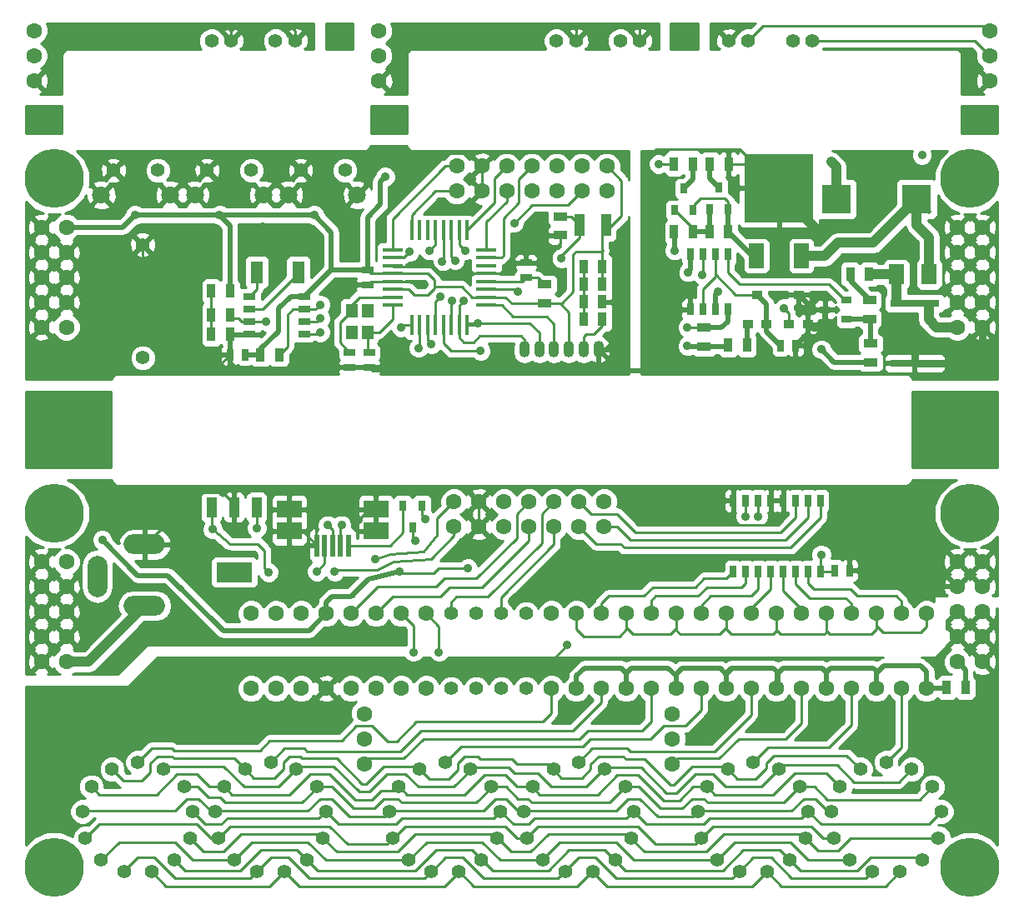
<source format=gtl>
G04 (created by PCBNEW (2013-07-07 BZR 4022)-stable) date 2014/09/09 2:27:30*
%MOIN*%
G04 Gerber Fmt 3.4, Leading zero omitted, Abs format*
%FSLAX34Y34*%
G01*
G70*
G90*
G04 APERTURE LIST*
%ADD10C,0.00590551*%
%ADD11R,0.11811X0.11811*%
%ADD12C,0.0629921*%
%ADD13R,0.025X0.05*%
%ADD14R,0.0787X0.0177*%
%ADD15R,0.0177X0.0787*%
%ADD16R,0.0197X0.0906*%
%ADD17R,0.0984252X0.0708661*%
%ADD18O,0.0787402X0.165354*%
%ADD19O,0.165354X0.0787402*%
%ADD20R,0.0394X0.0315*%
%ADD21R,0.05X0.025*%
%ADD22R,0.06X0.08*%
%ADD23R,0.035X0.055*%
%ADD24R,0.055X0.035*%
%ADD25R,0.025X0.045*%
%ADD26R,0.045X0.025*%
%ADD27R,0.144X0.08*%
%ADD28R,0.04X0.08*%
%ADD29R,0.0393701X0.0354331*%
%ADD30R,0.0433071X0.0354331*%
%ADD31R,0.19685X0.0314961*%
%ADD32R,0.0393701X0.0905512*%
%ADD33C,0.0551181*%
%ADD34R,0.0511811X0.0866142*%
%ADD35R,0.0472441X0.0551181*%
%ADD36O,0.0433071X0.0669291*%
%ADD37C,0.055*%
%ADD38C,0.23622*%
%ADD39C,0.0708661*%
%ADD40R,0.0315X0.0394*%
%ADD41R,0.0591X0.0984*%
%ADD42R,0.2756X0.2756*%
%ADD43C,0.035*%
%ADD44C,0.02*%
%ADD45C,0.01*%
%ADD46C,0.04*%
%ADD47C,0.03*%
G04 APERTURE END LIST*
G54D10*
G54D11*
X32640Y28113D03*
X35868Y28113D03*
G54D12*
X590Y32858D03*
X590Y33858D03*
X590Y34858D03*
G54D13*
X32025Y16060D03*
X31525Y16060D03*
X31025Y16060D03*
X30525Y16060D03*
X30025Y16060D03*
X29525Y16060D03*
X29025Y16060D03*
X28525Y16060D03*
X28525Y13230D03*
X29025Y13230D03*
X29525Y13230D03*
X30025Y13230D03*
X30525Y13230D03*
X31025Y13230D03*
X31525Y13230D03*
X32025Y13230D03*
G54D12*
X28258Y11541D03*
X27258Y11541D03*
X26258Y11541D03*
X25258Y11541D03*
X24258Y11541D03*
X23258Y11541D03*
X22258Y11541D03*
X21258Y11541D03*
X21258Y8541D03*
X22258Y8541D03*
X23258Y8541D03*
X24258Y8541D03*
X25258Y8541D03*
X26258Y8541D03*
X27258Y8541D03*
X28258Y8541D03*
G54D14*
X14905Y23887D03*
X14905Y24202D03*
X14905Y24517D03*
X14905Y24832D03*
X14905Y25147D03*
X14905Y25462D03*
X14905Y25777D03*
X14905Y26092D03*
X18671Y26090D03*
X18671Y23880D03*
X18671Y24200D03*
X18671Y24520D03*
X18671Y24830D03*
X18671Y25150D03*
X18671Y25460D03*
X18671Y25780D03*
G54D15*
X15689Y26880D03*
X16003Y26880D03*
X16319Y26880D03*
X16633Y26880D03*
X16949Y26880D03*
X17263Y26880D03*
X17579Y26880D03*
X17893Y26880D03*
X15691Y23100D03*
X16001Y23100D03*
X16321Y23100D03*
X16631Y23100D03*
X16941Y23100D03*
X17261Y23100D03*
X17581Y23100D03*
X17901Y23100D03*
G54D16*
X13148Y14270D03*
X12833Y14270D03*
X12518Y14270D03*
X12203Y14270D03*
X11888Y14270D03*
G54D17*
X14250Y14840D03*
X14250Y15707D03*
X10785Y14840D03*
X10785Y15707D03*
G54D18*
X3110Y13031D03*
G54D19*
X5000Y14311D03*
X5000Y11850D03*
G54D13*
X26811Y23706D03*
X27311Y23706D03*
X27811Y23706D03*
X28311Y23706D03*
X28311Y25906D03*
X27811Y25906D03*
X27311Y25906D03*
X26811Y25906D03*
G54D20*
X32204Y23700D03*
X33070Y24075D03*
X33070Y23325D03*
G54D21*
X9175Y24214D03*
X9175Y23714D03*
X9175Y23214D03*
X9175Y22714D03*
X11375Y22714D03*
X11375Y23214D03*
X11375Y23714D03*
X11375Y24214D03*
G54D22*
X36358Y25118D03*
X35058Y25118D03*
G54D23*
X26163Y26814D03*
X26913Y26814D03*
G54D24*
X34018Y22346D03*
X34018Y21596D03*
X33976Y24075D03*
X33976Y23325D03*
G54D23*
X33957Y25118D03*
X33207Y25118D03*
G54D24*
X21624Y26672D03*
X21624Y27422D03*
X27362Y22223D03*
X27362Y22973D03*
G54D23*
X29075Y22283D03*
X28325Y22283D03*
X28330Y26814D03*
X27580Y26814D03*
X26170Y29527D03*
X26920Y29527D03*
X7666Y22716D03*
X8416Y22716D03*
X8416Y24448D03*
X7666Y24448D03*
X22548Y24015D03*
X23298Y24015D03*
X23298Y25433D03*
X22548Y25433D03*
X22548Y24724D03*
X23298Y24724D03*
X23298Y23307D03*
X22548Y23307D03*
X7666Y23503D03*
X8416Y23503D03*
X9634Y21889D03*
X10384Y21889D03*
X37815Y8582D03*
X37065Y8582D03*
G54D24*
X20994Y23955D03*
X20994Y24705D03*
G54D25*
X9010Y21889D03*
X8410Y21889D03*
X33174Y13267D03*
X32574Y13267D03*
G54D26*
X20246Y24975D03*
X20246Y25575D03*
X13198Y21992D03*
X13198Y21392D03*
X13986Y21992D03*
X13986Y21392D03*
X13907Y25300D03*
X13907Y24700D03*
G54D25*
X30418Y22263D03*
X31018Y22263D03*
G54D27*
X8582Y13188D03*
G54D28*
X8582Y15788D03*
X7682Y15788D03*
X9482Y15788D03*
G54D29*
X29113Y23110D03*
G54D30*
X29488Y24291D03*
G54D29*
X29863Y23110D03*
X30766Y23110D03*
G54D30*
X31141Y24291D03*
G54D29*
X31516Y23110D03*
G54D31*
X35787Y23956D03*
X35787Y21555D03*
G54D32*
X23454Y27086D03*
X22391Y27086D03*
G54D33*
X7677Y34448D03*
X8464Y34448D03*
X10236Y34448D03*
X11023Y34448D03*
X31692Y34448D03*
X30905Y34448D03*
X29133Y34448D03*
X28346Y34448D03*
X4931Y21771D03*
X4931Y26299D03*
G54D34*
X11141Y25196D03*
X9488Y25196D03*
G54D35*
X13907Y22795D03*
X13907Y23661D03*
X13277Y22795D03*
X13277Y23661D03*
G54D36*
X23139Y22106D03*
X22549Y22106D03*
X21958Y22106D03*
X21368Y22106D03*
X20777Y22106D03*
X20187Y22106D03*
G54D12*
X38779Y32858D03*
X38779Y33858D03*
X38779Y34858D03*
X13779Y5535D03*
X13779Y6535D03*
X13779Y7535D03*
X26102Y5535D03*
X26102Y6535D03*
X26102Y7535D03*
G54D37*
X18258Y11541D03*
X17258Y11541D03*
X17258Y8541D03*
X18258Y8541D03*
X20258Y11541D03*
X19258Y11541D03*
X19258Y8541D03*
X20258Y8541D03*
G54D12*
X37492Y27000D03*
X37492Y26000D03*
X37492Y25000D03*
X37492Y24000D03*
X37492Y23000D03*
X38492Y23000D03*
X38492Y24000D03*
X38492Y25000D03*
X38492Y26000D03*
X38492Y27000D03*
X877Y27000D03*
X877Y26000D03*
X877Y25000D03*
X877Y24000D03*
X877Y23000D03*
X1877Y23000D03*
X1877Y24000D03*
X1877Y25000D03*
X1877Y26000D03*
X1877Y27000D03*
X37492Y13614D03*
X37492Y12614D03*
X37492Y11614D03*
X37492Y10614D03*
X37492Y9614D03*
X38492Y9614D03*
X38492Y10614D03*
X38492Y11614D03*
X38492Y12614D03*
X38492Y13614D03*
X877Y13614D03*
X877Y12614D03*
X877Y11614D03*
X877Y10614D03*
X877Y9614D03*
X1877Y9614D03*
X1877Y10614D03*
X1877Y11614D03*
X1877Y12614D03*
X1877Y13614D03*
X16258Y11541D03*
X15258Y11541D03*
X14258Y11541D03*
X13258Y11541D03*
X12258Y11541D03*
X11258Y11541D03*
X10258Y11541D03*
X9258Y11541D03*
X9258Y8541D03*
X10258Y8541D03*
X11258Y8541D03*
X12258Y8541D03*
X13258Y8541D03*
X14258Y8541D03*
X15258Y8541D03*
X16258Y8541D03*
X36258Y11541D03*
X35258Y11541D03*
X34258Y11541D03*
X33258Y11541D03*
X32258Y11541D03*
X31258Y11541D03*
X30258Y11541D03*
X29258Y11541D03*
X29258Y8541D03*
X30258Y8541D03*
X31258Y8541D03*
X32258Y8541D03*
X33258Y8541D03*
X34258Y8541D03*
X35258Y8541D03*
X36258Y8541D03*
G54D38*
X37992Y1377D03*
X37992Y28937D03*
X1377Y28937D03*
X1377Y1377D03*
X1377Y15551D03*
X37992Y15551D03*
G54D33*
X5531Y29271D03*
X3759Y29271D03*
G54D39*
X3267Y28287D03*
X6023Y28287D03*
G54D33*
X9271Y29271D03*
X7500Y29271D03*
G54D39*
X7007Y28287D03*
X9763Y28287D03*
G54D33*
X13011Y29271D03*
X11240Y29271D03*
G54D39*
X10748Y28287D03*
X13503Y28287D03*
G54D40*
X26555Y28543D03*
X26930Y27677D03*
X26180Y27677D03*
X27955Y28585D03*
X28330Y27719D03*
X27580Y27719D03*
X15708Y15000D03*
X15333Y15866D03*
X16083Y15866D03*
G54D41*
X29461Y25849D03*
X31253Y25849D03*
G54D42*
X30357Y28565D03*
G54D23*
X27597Y29517D03*
X28347Y29517D03*
G54D12*
X17482Y28437D03*
X18482Y28437D03*
X19482Y28437D03*
X20482Y28437D03*
X21482Y28437D03*
X22482Y28437D03*
X23482Y28437D03*
X23482Y29437D03*
X22482Y29437D03*
X21482Y29437D03*
X20482Y29437D03*
X19482Y29437D03*
X18482Y29437D03*
X17482Y29437D03*
X17364Y15011D03*
X18364Y15011D03*
X19364Y15011D03*
X20364Y15011D03*
X21364Y15011D03*
X22364Y15011D03*
X23364Y15011D03*
X23364Y16011D03*
X22364Y16011D03*
X21364Y16011D03*
X20364Y16011D03*
X19364Y16011D03*
X18364Y16011D03*
X17364Y16011D03*
G54D33*
X21456Y34448D03*
X22244Y34448D03*
X24015Y34448D03*
X24803Y34448D03*
G54D12*
X14370Y32858D03*
X14370Y33858D03*
X14370Y34858D03*
G54D33*
X4724Y5590D03*
X5275Y1220D03*
X6181Y1692D03*
X6811Y2559D03*
X6929Y3622D03*
X6574Y4606D03*
X5748Y5314D03*
X3700Y5314D03*
X2874Y4606D03*
X2519Y3622D03*
X2637Y2559D03*
X3267Y1692D03*
X4173Y1220D03*
X10039Y5590D03*
X10590Y1220D03*
X11496Y1692D03*
X12125Y2559D03*
X12244Y3622D03*
X11889Y4606D03*
X11062Y5314D03*
X9015Y5314D03*
X8188Y4606D03*
X7834Y3622D03*
X7952Y2559D03*
X8582Y1692D03*
X9488Y1220D03*
X17007Y5590D03*
X17559Y1220D03*
X18464Y1692D03*
X19094Y2559D03*
X19212Y3622D03*
X18858Y4606D03*
X18031Y5314D03*
X15984Y5314D03*
X15157Y4606D03*
X14803Y3622D03*
X14921Y2559D03*
X15551Y1692D03*
X16456Y1220D03*
X22362Y5590D03*
X22913Y1220D03*
X23818Y1692D03*
X24448Y2559D03*
X24566Y3622D03*
X24212Y4606D03*
X23385Y5314D03*
X21338Y5314D03*
X20511Y4606D03*
X20157Y3622D03*
X20275Y2559D03*
X20905Y1692D03*
X21811Y1220D03*
X29330Y5590D03*
X29881Y1220D03*
X30787Y1692D03*
X31417Y2559D03*
X31535Y3622D03*
X31181Y4606D03*
X30354Y5314D03*
X28307Y5314D03*
X27480Y4606D03*
X27125Y3622D03*
X27244Y2559D03*
X27874Y1692D03*
X28779Y1220D03*
X34645Y5590D03*
X35196Y1220D03*
X36102Y1692D03*
X36732Y2559D03*
X36850Y3622D03*
X36496Y4606D03*
X35669Y5314D03*
X33622Y5314D03*
X32795Y4606D03*
X32440Y3622D03*
X32559Y2559D03*
X33188Y1692D03*
X34094Y1220D03*
G54D43*
X36072Y29881D03*
X3307Y14488D03*
X32047Y13897D03*
X29527Y15433D03*
X17923Y13346D03*
X15177Y13208D03*
X18316Y23149D03*
X17765Y24055D03*
X19773Y27165D03*
X16820Y24212D03*
X18435Y22047D03*
X17293Y24055D03*
X17805Y26062D03*
X16387Y26062D03*
X21663Y25748D03*
X19931Y24409D03*
X16466Y22322D03*
X15954Y22165D03*
X15246Y22992D03*
X15600Y26023D03*
X12017Y23897D03*
X12017Y23346D03*
X16899Y25629D03*
X12017Y22795D03*
X17411Y25669D03*
X29015Y15433D03*
X16771Y10000D03*
X15748Y10000D03*
X27874Y7401D03*
X21929Y7519D03*
X24055Y7519D03*
X21889Y10275D03*
X32204Y7204D03*
X34370Y7204D03*
X29488Y7007D03*
X25905Y15590D03*
X25157Y13425D03*
X21614Y13346D03*
X14842Y10472D03*
X13582Y10866D03*
X30393Y15393D03*
X33188Y13897D03*
X13543Y15275D03*
X8110Y16377D03*
X11023Y13937D03*
X9488Y14960D03*
X30561Y23759D03*
X32057Y22106D03*
X15826Y14448D03*
X9960Y13188D03*
X16220Y15314D03*
X7716Y14911D03*
X27293Y25078D03*
X26702Y22244D03*
X27913Y24409D03*
X26181Y26062D03*
X11889Y13228D03*
X12322Y15078D03*
X12874Y15078D03*
X9852Y23228D03*
X11781Y27480D03*
X8001Y27480D03*
X4616Y27480D03*
X14616Y29015D03*
X32440Y29606D03*
X26702Y22992D03*
X26732Y25196D03*
X25551Y29527D03*
X12598Y13228D03*
X14222Y13720D03*
X11820Y26377D03*
X9734Y27007D03*
X20994Y25669D03*
X16151Y24724D03*
X26732Y24488D03*
X31929Y26850D03*
X35314Y22834D03*
X32086Y22913D03*
G54D44*
X5935Y13070D02*
X4724Y13070D01*
X4724Y13070D02*
X3307Y14488D01*
X12258Y11541D02*
X11582Y10866D01*
X8139Y10866D02*
X5935Y13070D01*
X11582Y10866D02*
X8139Y10866D01*
X5935Y13070D02*
X6525Y12480D01*
G54D45*
X6525Y12480D02*
X5935Y13070D01*
G54D44*
X13946Y12933D02*
X15177Y13208D01*
X15177Y13208D02*
X15206Y13179D01*
X12258Y11541D02*
X12258Y11992D01*
X12258Y11992D02*
X12490Y12224D01*
X12490Y12224D02*
X13238Y12224D01*
X13238Y12224D02*
X13946Y12933D01*
G54D45*
X32025Y13230D02*
X32025Y13875D01*
X32025Y13875D02*
X32047Y13897D01*
X29525Y16060D02*
X29525Y15435D01*
X29525Y15435D02*
X29527Y15433D01*
X32025Y13230D02*
X32537Y13230D01*
X32537Y13230D02*
X32574Y13267D01*
X15177Y13208D02*
X15236Y13149D01*
X16742Y13346D02*
X17923Y13346D01*
X16545Y13149D02*
X16742Y13346D01*
X15236Y13149D02*
X16545Y13149D01*
X12258Y11992D02*
X12490Y12224D01*
X12490Y12224D02*
X13316Y12224D01*
X13316Y12224D02*
X13946Y12933D01*
X13946Y12933D02*
X15177Y13208D01*
G54D46*
X5000Y11850D02*
X2763Y9614D01*
X2763Y9614D02*
X1877Y9614D01*
G54D45*
X15689Y26880D02*
X15689Y27490D01*
X16635Y28437D02*
X17482Y28437D01*
X15689Y27490D02*
X16635Y28437D01*
X17482Y29437D02*
X17005Y29437D01*
X14905Y27336D02*
X14905Y26092D01*
X17005Y29437D02*
X14905Y27336D01*
X18267Y23100D02*
X17901Y23100D01*
X18316Y23149D02*
X18267Y23100D01*
X20777Y22106D02*
X20777Y22775D01*
X17851Y23149D02*
X17901Y23100D01*
X20403Y23149D02*
X17851Y23149D01*
X20777Y22775D02*
X20403Y23149D01*
X17581Y23870D02*
X17581Y23100D01*
X17765Y24055D02*
X17581Y23870D01*
X17581Y23100D02*
X17581Y22586D01*
X20187Y22500D02*
X20187Y22106D01*
X20049Y22637D02*
X20187Y22500D01*
X18395Y22637D02*
X20049Y22637D01*
X18159Y22401D02*
X18395Y22637D01*
X17765Y22401D02*
X18159Y22401D01*
X17581Y22586D02*
X17765Y22401D01*
X22482Y28437D02*
X21919Y27874D01*
X21919Y27874D02*
X20482Y27874D01*
X20482Y27874D02*
X19773Y27165D01*
X16820Y24212D02*
X16631Y24022D01*
X16631Y24022D02*
X16631Y23100D01*
X16631Y24022D02*
X16631Y23100D01*
X16941Y23100D02*
X16941Y22360D01*
X17253Y22047D02*
X18435Y22047D01*
X16941Y22360D02*
X17253Y22047D01*
X17293Y24055D02*
X17261Y24022D01*
X17261Y24022D02*
X17261Y23100D01*
X20482Y29437D02*
X19970Y28925D01*
X19254Y25780D02*
X18671Y25780D01*
X19340Y25866D02*
X19254Y25780D01*
X19340Y27362D02*
X19340Y25866D01*
X19970Y27992D02*
X19340Y27362D01*
X19970Y28925D02*
X19970Y27992D01*
X19482Y28437D02*
X19482Y28015D01*
X18671Y27204D02*
X18671Y26090D01*
X19482Y28015D02*
X18671Y27204D01*
X19482Y29437D02*
X18986Y28940D01*
X18986Y27973D02*
X17893Y26880D01*
X18986Y28940D02*
X18986Y27973D01*
X17579Y26288D02*
X17579Y26880D01*
X17805Y26062D02*
X17579Y26288D01*
X32025Y16060D02*
X32025Y15372D01*
X23045Y14330D02*
X22364Y15011D01*
X24015Y14330D02*
X23045Y14330D01*
X24173Y14173D02*
X24015Y14330D01*
X30826Y14173D02*
X24173Y14173D01*
X32025Y15372D02*
X30826Y14173D01*
X31525Y16060D02*
X31525Y15383D01*
X23885Y15011D02*
X23364Y15011D01*
X24409Y14488D02*
X23885Y15011D01*
X30629Y14488D02*
X24409Y14488D01*
X31525Y15383D02*
X30629Y14488D01*
X31025Y16060D02*
X31025Y15395D01*
X22864Y15511D02*
X22364Y16011D01*
X23897Y15511D02*
X22864Y15511D01*
X24606Y14803D02*
X23897Y15511D01*
X30433Y14803D02*
X24606Y14803D01*
X31025Y15395D02*
X30433Y14803D01*
X21368Y14311D02*
X21368Y15011D01*
X19258Y11541D02*
X19258Y12201D01*
X19258Y12201D02*
X21368Y14311D01*
X17258Y11541D02*
X17258Y11992D01*
X17258Y11992D02*
X17470Y12204D01*
X20875Y15519D02*
X21368Y16011D01*
X20875Y14370D02*
X20875Y15519D01*
X18710Y12204D02*
X20875Y14370D01*
X17470Y12204D02*
X18710Y12204D01*
X20368Y16011D02*
X19872Y15515D01*
X19872Y15515D02*
X19872Y14566D01*
X14334Y12618D02*
X13258Y11541D01*
X16643Y12618D02*
X14334Y12618D01*
X16978Y12952D02*
X16643Y12618D01*
X18257Y12952D02*
X16978Y12952D01*
X19872Y14566D02*
X18257Y12952D01*
X14258Y11541D02*
X14924Y12208D01*
X20368Y14452D02*
X20368Y15011D01*
X18494Y12578D02*
X20368Y14452D01*
X17194Y12578D02*
X18494Y12578D01*
X16824Y12208D02*
X17194Y12578D01*
X14924Y12208D02*
X16824Y12208D01*
X16387Y26062D02*
X16633Y26308D01*
X16633Y26308D02*
X16633Y26880D01*
X23298Y23307D02*
X23298Y23052D01*
X22549Y22618D02*
X22549Y22106D01*
X22647Y22716D02*
X22549Y22618D01*
X22726Y22716D02*
X22647Y22716D01*
X22962Y22716D02*
X22726Y22716D01*
X23298Y23052D02*
X22962Y22716D01*
X18671Y23880D02*
X19279Y23880D01*
X21368Y23129D02*
X21368Y22106D01*
X21072Y23425D02*
X21368Y23129D01*
X19734Y23425D02*
X21072Y23425D01*
X19279Y23880D02*
X19734Y23425D01*
X22391Y27086D02*
X22391Y26594D01*
X21663Y25866D02*
X21663Y25748D01*
X22391Y26594D02*
X21663Y25866D01*
X18671Y24520D02*
X19820Y24520D01*
X19820Y24520D02*
X19931Y24409D01*
X21624Y27422D02*
X22056Y27422D01*
X22056Y27422D02*
X22391Y27086D01*
X16321Y22468D02*
X16321Y23100D01*
X16466Y22322D02*
X16321Y22468D01*
X16001Y23100D02*
X16001Y22211D01*
X16001Y22211D02*
X15954Y22165D01*
X15354Y23100D02*
X15691Y23100D01*
X15246Y22992D02*
X15354Y23100D01*
X15600Y26023D02*
X15354Y25777D01*
X14905Y25777D02*
X15354Y25777D01*
X11375Y23714D02*
X11834Y23714D01*
X11834Y23714D02*
X12017Y23897D01*
X11375Y23714D02*
X10929Y23714D01*
X10718Y22223D02*
X10384Y21889D01*
X10718Y23503D02*
X10718Y22223D01*
X10929Y23714D02*
X10718Y23503D01*
X11375Y23214D02*
X11885Y23214D01*
X11885Y23214D02*
X12017Y23346D01*
X16949Y26880D02*
X16949Y25679D01*
X16949Y25679D02*
X16899Y25629D01*
X11375Y22714D02*
X11937Y22714D01*
X11937Y22714D02*
X12017Y22795D01*
X17263Y25817D02*
X17263Y26880D01*
X17411Y25669D02*
X17263Y25817D01*
X31525Y13230D02*
X31525Y12765D01*
X35258Y12025D02*
X35258Y11541D01*
X35039Y12244D02*
X35258Y12025D01*
X33503Y12244D02*
X35039Y12244D01*
X33228Y12519D02*
X33503Y12244D01*
X31771Y12519D02*
X33228Y12519D01*
X31525Y12765D02*
X31771Y12519D01*
X31025Y13230D02*
X31025Y12714D01*
X33258Y11938D02*
X33258Y11541D01*
X33031Y12165D02*
X33258Y11938D01*
X31574Y12165D02*
X33031Y12165D01*
X31025Y12714D02*
X31574Y12165D01*
X30525Y13230D02*
X30525Y12466D01*
X31258Y11733D02*
X31258Y11541D01*
X30525Y12466D02*
X31258Y11733D01*
X30025Y13230D02*
X30025Y12505D01*
X29258Y11738D02*
X29258Y11541D01*
X30025Y12505D02*
X29258Y11738D01*
X29525Y13230D02*
X29525Y12517D01*
X27258Y11864D02*
X27258Y11541D01*
X27637Y12244D02*
X27258Y11864D01*
X29251Y12244D02*
X27637Y12244D01*
X29525Y12517D02*
X29251Y12244D01*
X29025Y13230D02*
X29025Y12765D01*
X25258Y12069D02*
X25258Y11541D01*
X25433Y12244D02*
X25258Y12069D01*
X27125Y12244D02*
X25433Y12244D01*
X27480Y12598D02*
X27125Y12244D01*
X28858Y12598D02*
X27480Y12598D01*
X29025Y12765D02*
X28858Y12598D01*
X28525Y13230D02*
X28247Y12952D01*
X23258Y11959D02*
X23258Y11541D01*
X23543Y12244D02*
X23258Y11959D01*
X24960Y12244D02*
X23543Y12244D01*
X25314Y12598D02*
X24960Y12244D01*
X27007Y12598D02*
X25314Y12598D01*
X27362Y12952D02*
X27007Y12598D01*
X28247Y12952D02*
X27362Y12952D01*
X29025Y16060D02*
X29025Y15442D01*
X29025Y15442D02*
X29015Y15433D01*
X9014Y5313D02*
X8579Y5748D01*
X4170Y4842D02*
X3699Y5313D01*
X4881Y4842D02*
X4170Y4842D01*
X5236Y5196D02*
X4881Y4842D01*
X5236Y5551D02*
X5236Y5196D01*
X5511Y5826D02*
X5236Y5551D01*
X6102Y5826D02*
X5511Y5826D01*
X6181Y5748D02*
X6102Y5826D01*
X8579Y5748D02*
X6181Y5748D01*
X16002Y5313D02*
X15882Y5433D01*
X9366Y4960D02*
X9014Y5313D01*
X15882Y5433D02*
X14566Y5433D01*
X16394Y4921D02*
X16002Y5313D01*
X17165Y4921D02*
X16394Y4921D01*
X10196Y4960D02*
X9366Y4960D01*
X10551Y5314D02*
X10196Y4960D01*
X10551Y5590D02*
X10551Y5314D01*
X10787Y5826D02*
X10551Y5590D01*
X11220Y5826D02*
X10787Y5826D01*
X11299Y5748D02*
X11220Y5826D01*
X12677Y5748D02*
X11299Y5748D01*
X13700Y4724D02*
X12677Y5748D01*
X13858Y4724D02*
X13700Y4724D01*
X14566Y5433D02*
X13858Y4724D01*
X21317Y5313D02*
X21118Y5511D01*
X21118Y5511D02*
X19881Y5511D01*
X21670Y4960D02*
X21317Y5313D01*
X22480Y4960D02*
X21670Y4960D01*
X17519Y5275D02*
X17165Y4921D01*
X17519Y5551D02*
X17519Y5275D01*
X17795Y5826D02*
X17519Y5551D01*
X18307Y5826D02*
X17795Y5826D01*
X18425Y5708D02*
X18307Y5826D01*
X19685Y5708D02*
X18425Y5708D01*
X19881Y5511D02*
X19685Y5708D01*
X22834Y5314D02*
X22480Y4960D01*
X26023Y4685D02*
X25000Y5708D01*
X24133Y5826D02*
X23149Y5826D01*
X24251Y5708D02*
X24133Y5826D01*
X25000Y5708D02*
X24251Y5708D01*
X22834Y5511D02*
X22834Y5314D01*
X23149Y5826D02*
X22834Y5511D01*
X28697Y4921D02*
X28305Y5313D01*
X29409Y4921D02*
X28697Y4921D01*
X29842Y5354D02*
X29409Y4921D01*
X29842Y5551D02*
X29842Y5354D01*
X26889Y5433D02*
X26141Y4685D01*
X26141Y4685D02*
X26023Y4685D01*
X28305Y5313D02*
X28185Y5433D01*
X28185Y5433D02*
X26889Y5433D01*
X33620Y5313D02*
X33067Y5866D01*
X33067Y5866D02*
X30157Y5866D01*
X30157Y5866D02*
X29842Y5551D01*
X15175Y4604D02*
X15019Y4448D01*
X15019Y4448D02*
X14448Y4448D01*
X15488Y4291D02*
X15175Y4604D01*
X17795Y4291D02*
X15488Y4291D01*
X14448Y4448D02*
X14094Y4094D01*
X3185Y4291D02*
X2872Y4604D01*
X5472Y4291D02*
X3185Y4291D01*
X6299Y5118D02*
X5472Y4291D01*
X7086Y5118D02*
X6299Y5118D01*
X7600Y4604D02*
X7086Y5118D01*
X8187Y4604D02*
X7600Y4604D01*
X8500Y4291D02*
X8187Y4604D01*
X10787Y4291D02*
X8500Y4291D01*
X11614Y5118D02*
X10787Y4291D01*
X12401Y5118D02*
X11614Y5118D01*
X13425Y4094D02*
X12401Y5118D01*
X13464Y4094D02*
X13425Y4094D01*
X13858Y4094D02*
X13464Y4094D01*
X14094Y4094D02*
X13858Y4094D01*
X20490Y4604D02*
X19883Y4604D01*
X18582Y5078D02*
X17795Y4291D01*
X19409Y5078D02*
X18582Y5078D01*
X19883Y4604D02*
X19409Y5078D01*
X20803Y4291D02*
X20490Y4604D01*
X23110Y4291D02*
X20803Y4291D01*
X23897Y5078D02*
X23110Y4291D01*
X24724Y5078D02*
X23897Y5078D01*
X25748Y4055D02*
X24724Y5078D01*
X26377Y4055D02*
X25748Y4055D01*
X27478Y4604D02*
X26927Y4604D01*
X26927Y4604D02*
X26377Y4055D01*
X32793Y4604D02*
X32240Y5157D01*
X27792Y4291D02*
X27478Y4604D01*
X30118Y4291D02*
X27792Y4291D01*
X30984Y5157D02*
X30118Y4291D01*
X32240Y5157D02*
X30984Y5157D01*
X7833Y3620D02*
X7678Y3620D01*
X2559Y3661D02*
X2518Y3620D01*
X6220Y3661D02*
X2559Y3661D01*
X6692Y4133D02*
X6220Y3661D01*
X7165Y4133D02*
X6692Y4133D01*
X7678Y3620D02*
X7165Y4133D01*
X14821Y3620D02*
X14625Y3425D01*
X7874Y3661D02*
X7833Y3620D01*
X11535Y3661D02*
X7874Y3661D01*
X12007Y4133D02*
X11535Y3661D01*
X12480Y4133D02*
X12007Y4133D01*
X13188Y3425D02*
X12480Y4133D01*
X14625Y3425D02*
X13188Y3425D01*
X14862Y3661D02*
X14821Y3620D01*
X18543Y3661D02*
X14862Y3661D01*
X19015Y4133D02*
X18543Y3661D01*
X20136Y3620D02*
X19962Y3620D01*
X19448Y4133D02*
X19015Y4133D01*
X19962Y3620D02*
X19448Y4133D01*
X27124Y3620D02*
X26929Y3425D01*
X20177Y3661D02*
X20136Y3620D01*
X23858Y3661D02*
X20177Y3661D01*
X24330Y4133D02*
X23858Y3661D01*
X24803Y4133D02*
X24330Y4133D01*
X25511Y3425D02*
X24803Y4133D01*
X26929Y3425D02*
X25511Y3425D01*
X27165Y3661D02*
X27124Y3620D01*
X30866Y3661D02*
X27165Y3661D01*
X31338Y4133D02*
X30866Y3661D01*
X31811Y4133D02*
X31338Y4133D01*
X32439Y3620D02*
X32324Y3620D01*
X32324Y3620D02*
X31811Y4133D01*
X15569Y1691D02*
X12245Y1691D01*
X12245Y1691D02*
X11535Y2401D01*
X8581Y1691D02*
X6930Y1691D01*
X3976Y2401D02*
X3266Y1691D01*
X6220Y2401D02*
X3976Y2401D01*
X6930Y1691D02*
X6220Y2401D01*
X9291Y2401D02*
X8581Y1691D01*
X11535Y2401D02*
X9291Y2401D01*
X18503Y2401D02*
X16279Y2401D01*
X19214Y1691D02*
X18503Y2401D01*
X20884Y1691D02*
X19214Y1691D01*
X16279Y2401D02*
X15569Y1691D01*
X21594Y2401D02*
X20884Y1691D01*
X23858Y2401D02*
X21594Y2401D01*
X24568Y1691D02*
X23858Y2401D01*
X27872Y1691D02*
X24568Y1691D01*
X28582Y2401D02*
X27872Y1691D01*
X30826Y2401D02*
X28582Y2401D01*
X33187Y1691D02*
X31537Y1691D01*
X31537Y1691D02*
X30826Y2401D01*
X23031Y1771D02*
X23858Y944D01*
X22342Y1771D02*
X23031Y1771D01*
X11574Y944D02*
X16200Y944D01*
X21789Y1218D02*
X22342Y1771D01*
X16474Y1218D02*
X17027Y1771D01*
X21515Y944D02*
X21789Y1218D01*
X18543Y944D02*
X21515Y944D01*
X17716Y1771D02*
X18543Y944D01*
X17027Y1771D02*
X17716Y1771D01*
X16200Y944D02*
X16474Y1218D01*
X28503Y944D02*
X28777Y1218D01*
X23858Y944D02*
X28503Y944D01*
X28777Y1218D02*
X29330Y1771D01*
X29330Y1771D02*
X30039Y1771D01*
X30039Y1771D02*
X30866Y944D01*
X30866Y944D02*
X33818Y944D01*
X33818Y944D02*
X34092Y1218D01*
X10748Y1771D02*
X11574Y944D01*
X9486Y1218D02*
X10039Y1771D01*
X10039Y1771D02*
X10748Y1771D01*
X4171Y1218D02*
X4724Y1771D01*
X9212Y944D02*
X9486Y1218D01*
X6220Y944D02*
X9212Y944D01*
X5393Y1771D02*
X6220Y944D01*
X4724Y1771D02*
X5393Y1771D01*
X29880Y1218D02*
X29291Y629D01*
X29291Y629D02*
X23481Y629D01*
X35195Y1218D02*
X34606Y629D01*
X34606Y629D02*
X30469Y629D01*
X30469Y629D02*
X29880Y1218D01*
X22892Y1218D02*
X22303Y629D01*
X22303Y629D02*
X18166Y629D01*
X23481Y629D02*
X22892Y1218D01*
X18166Y629D02*
X17577Y1218D01*
X5862Y629D02*
X5274Y1218D01*
X10000Y629D02*
X5862Y629D01*
X10588Y1218D02*
X10000Y629D01*
X11177Y629D02*
X10588Y1218D01*
X16988Y629D02*
X11177Y629D01*
X17577Y1218D02*
X16988Y629D01*
X29527Y2086D02*
X28937Y2086D01*
X30390Y2086D02*
X29527Y2086D01*
X30785Y1691D02*
X30390Y2086D01*
X28110Y1259D02*
X24229Y1259D01*
X28937Y2086D02*
X28110Y1259D01*
X36100Y1691D02*
X36020Y1771D01*
X36020Y1771D02*
X34015Y1771D01*
X34015Y1771D02*
X33503Y1259D01*
X33503Y1259D02*
X31217Y1259D01*
X31217Y1259D02*
X30785Y1691D01*
X11494Y1691D02*
X11099Y2086D01*
X6611Y1259D02*
X6179Y1691D01*
X8818Y1259D02*
X6611Y1259D01*
X9645Y2086D02*
X8818Y1259D01*
X11099Y2086D02*
X9645Y2086D01*
X18482Y1691D02*
X18087Y2086D01*
X11925Y1259D02*
X11494Y1691D01*
X13110Y1259D02*
X11925Y1259D01*
X15826Y1259D02*
X13110Y1259D01*
X16653Y2086D02*
X15826Y1259D01*
X18087Y2086D02*
X16653Y2086D01*
X19448Y1259D02*
X18914Y1259D01*
X23402Y2086D02*
X21968Y2086D01*
X21968Y2086D02*
X21141Y1259D01*
X21141Y1259D02*
X19448Y1259D01*
X23797Y1691D02*
X23402Y2086D01*
X18914Y1259D02*
X18482Y1691D01*
X24229Y1259D02*
X23797Y1691D01*
X24545Y3620D02*
X24271Y3346D01*
X24271Y3346D02*
X20590Y3346D01*
X30275Y3346D02*
X27598Y3346D01*
X31259Y3346D02*
X30275Y3346D01*
X31533Y3620D02*
X31259Y3346D01*
X25055Y3110D02*
X24545Y3620D01*
X27362Y3110D02*
X25055Y3110D01*
X27598Y3346D02*
X27362Y3110D01*
X36848Y3620D02*
X36338Y3110D01*
X36338Y3110D02*
X32044Y3110D01*
X32044Y3110D02*
X31533Y3620D01*
X20590Y3346D02*
X20354Y3110D01*
X19230Y3620D02*
X18956Y3346D01*
X15275Y3346D02*
X15039Y3110D01*
X18956Y3346D02*
X15275Y3346D01*
X19740Y3110D02*
X19230Y3620D01*
X20354Y3110D02*
X19740Y3110D01*
X12242Y3620D02*
X11968Y3346D01*
X7437Y3110D02*
X6927Y3620D01*
X8070Y3110D02*
X7437Y3110D01*
X8307Y3346D02*
X8070Y3110D01*
X8503Y3346D02*
X8307Y3346D01*
X11968Y3346D02*
X8503Y3346D01*
X12752Y3110D02*
X12242Y3620D01*
X15039Y3110D02*
X12752Y3110D01*
X16258Y11541D02*
X16771Y11028D01*
X16771Y11028D02*
X16771Y10000D01*
X36494Y4604D02*
X35984Y4094D01*
X35984Y4094D02*
X32283Y4094D01*
X32283Y4094D02*
X31773Y4604D01*
X31179Y4604D02*
X30551Y3976D01*
X31773Y4604D02*
X31179Y4604D01*
X30551Y3976D02*
X27519Y3976D01*
X27519Y3976D02*
X27362Y4133D01*
X27362Y4133D02*
X26889Y4133D01*
X25629Y3740D02*
X24765Y4604D01*
X26496Y3740D02*
X25629Y3740D01*
X26889Y4133D02*
X26496Y3740D01*
X24191Y4604D02*
X24191Y4585D01*
X24191Y4585D02*
X23582Y3976D01*
X24765Y4604D02*
X24191Y4604D01*
X11888Y4604D02*
X11888Y4565D01*
X11888Y4565D02*
X11299Y3976D01*
X18876Y4604D02*
X18876Y4585D01*
X12481Y4604D02*
X11888Y4604D01*
X13346Y3740D02*
X12481Y4604D01*
X14173Y3740D02*
X13346Y3740D01*
X14566Y4133D02*
X14173Y3740D01*
X15118Y4133D02*
X14566Y4133D01*
X15275Y3976D02*
X15118Y4133D01*
X18267Y3976D02*
X15275Y3976D01*
X18876Y4585D02*
X18267Y3976D01*
X19450Y4604D02*
X18876Y4604D01*
X19921Y4133D02*
X19450Y4604D01*
X20314Y4133D02*
X19921Y4133D01*
X20472Y3976D02*
X20314Y4133D01*
X23582Y3976D02*
X20472Y3976D01*
X11299Y3976D02*
X8228Y3976D01*
X7127Y4604D02*
X6573Y4604D01*
X7559Y4173D02*
X7127Y4604D01*
X8031Y4173D02*
X7559Y4173D01*
X8228Y3976D02*
X8031Y4173D01*
X15258Y11541D02*
X15748Y11051D01*
X15748Y11051D02*
X15748Y10000D01*
X35667Y5313D02*
X35157Y4803D01*
X35157Y4803D02*
X33346Y4803D01*
X33346Y4803D02*
X32677Y5472D01*
X32677Y5472D02*
X30511Y5472D01*
X30511Y5472D02*
X30352Y5313D01*
X30352Y5313D02*
X29645Y4606D01*
X28228Y4606D02*
X27716Y5118D01*
X29645Y4606D02*
X28228Y4606D01*
X27716Y5118D02*
X27007Y5118D01*
X27007Y5118D02*
X26259Y4370D01*
X23444Y5393D02*
X23364Y5313D01*
X24842Y5393D02*
X23444Y5393D01*
X25866Y4370D02*
X24842Y5393D01*
X23364Y5313D02*
X22657Y4606D01*
X22657Y4606D02*
X21259Y4606D01*
X26259Y4370D02*
X25866Y4370D01*
X20708Y5157D02*
X19803Y5157D01*
X21259Y4606D02*
X20708Y5157D01*
X19566Y5393D02*
X18129Y5393D01*
X19803Y5157D02*
X19566Y5393D01*
X11061Y5313D02*
X10354Y4606D01*
X16338Y4606D02*
X15944Y4606D01*
X18049Y5293D02*
X17362Y4606D01*
X17362Y4606D02*
X16338Y4606D01*
X18049Y5313D02*
X18049Y5293D01*
X11181Y5433D02*
X11061Y5313D01*
X12559Y5433D02*
X11181Y5433D01*
X13582Y4409D02*
X12559Y5433D01*
X13976Y4409D02*
X13582Y4409D01*
X14685Y5118D02*
X13976Y4409D01*
X15433Y5118D02*
X14685Y5118D01*
X15944Y4606D02*
X15433Y5118D01*
X18129Y5393D02*
X18049Y5313D01*
X5866Y5433D02*
X5746Y5313D01*
X8149Y5433D02*
X5866Y5433D01*
X8976Y4606D02*
X8149Y5433D01*
X10354Y4606D02*
X8976Y4606D01*
X35258Y8541D02*
X35258Y6203D01*
X35258Y6203D02*
X34645Y5590D01*
X33258Y8541D02*
X33258Y7077D01*
X33258Y7077D02*
X32362Y6181D01*
X29921Y6181D02*
X29329Y5588D01*
X32362Y6181D02*
X29921Y6181D01*
X33218Y7037D02*
X32362Y6181D01*
X29258Y8541D02*
X29258Y7486D01*
X29218Y7447D02*
X27795Y6023D01*
X24291Y6141D02*
X22893Y6141D01*
X24409Y6023D02*
X24291Y6141D01*
X27795Y6023D02*
X24409Y6023D01*
X22893Y6141D02*
X22340Y5588D01*
X29258Y7486D02*
X29218Y7447D01*
X27258Y8541D02*
X27258Y7691D01*
X26614Y7047D02*
X25748Y7047D01*
X27258Y7691D02*
X26614Y7047D01*
X25748Y7047D02*
X25708Y7007D01*
X17657Y6220D02*
X17025Y5588D01*
X22519Y6220D02*
X17657Y6220D01*
X22834Y6535D02*
X22519Y6220D01*
X25236Y6535D02*
X22834Y6535D01*
X25748Y7047D02*
X25708Y7007D01*
X25708Y7007D02*
X25236Y6535D01*
X16062Y6850D02*
X22125Y6850D01*
X16062Y6850D02*
X15236Y6023D01*
X15236Y6023D02*
X11496Y6023D01*
X11496Y6023D02*
X11377Y6141D01*
X11377Y6141D02*
X10590Y6141D01*
X10039Y5590D02*
X10590Y6141D01*
X23258Y7982D02*
X23258Y8541D01*
X22125Y6850D02*
X23258Y7982D01*
X14055Y7047D02*
X14094Y7047D01*
X21258Y7557D02*
X21258Y8541D01*
X20905Y7204D02*
X21258Y7557D01*
X15866Y7204D02*
X20905Y7204D01*
X15078Y6417D02*
X15866Y7204D01*
X14724Y6417D02*
X15078Y6417D01*
X14094Y7047D02*
X14724Y6417D01*
X14025Y7047D02*
X14055Y7047D01*
X14055Y7047D02*
X14064Y7047D01*
X5275Y6141D02*
X4724Y5590D01*
X6102Y6141D02*
X5275Y6141D01*
X6181Y6062D02*
X6102Y6141D01*
X9606Y6062D02*
X6181Y6062D01*
X10000Y6456D02*
X9606Y6062D01*
X12874Y6456D02*
X10000Y6456D01*
X13464Y7047D02*
X12874Y6456D01*
X14025Y7047D02*
X13503Y7047D01*
X8661Y35039D02*
X8464Y34842D01*
X10826Y35039D02*
X8661Y35039D01*
X1771Y35039D02*
X1181Y34448D01*
X1181Y33464D02*
X590Y32874D01*
X8267Y35039D02*
X1771Y35039D01*
X8464Y34842D02*
X8267Y35039D01*
X1181Y34448D02*
X1181Y33464D01*
X590Y32874D02*
X590Y32858D01*
X590Y32874D02*
X590Y32858D01*
X8464Y34448D02*
X8464Y34842D01*
X11023Y34448D02*
X11023Y34842D01*
X11023Y34842D02*
X10826Y35039D01*
X22244Y34448D02*
X22244Y34881D01*
X22244Y34881D02*
X22401Y35039D01*
X24803Y34881D02*
X24803Y34448D01*
X24645Y35039D02*
X24803Y34881D01*
X22401Y35039D02*
X24645Y35039D01*
X14370Y32858D02*
X15015Y33503D01*
X22086Y35039D02*
X22244Y34881D01*
X15590Y35039D02*
X22086Y35039D01*
X15015Y34464D02*
X15590Y35039D01*
X15015Y33503D02*
X15015Y34464D01*
X38779Y33858D02*
X38188Y34448D01*
X38188Y34448D02*
X31692Y34448D01*
X38779Y34858D02*
X38598Y35039D01*
X29724Y35039D02*
X29133Y34448D01*
X38598Y35039D02*
X29724Y35039D01*
X26102Y5535D02*
X26314Y5748D01*
X31258Y7163D02*
X31258Y8541D01*
X30629Y6535D02*
X31258Y7163D01*
X28740Y6535D02*
X30629Y6535D01*
X27952Y5748D02*
X28740Y6535D01*
X26314Y5748D02*
X27952Y5748D01*
X25258Y8541D02*
X25258Y7226D01*
X22716Y6850D02*
X22401Y6535D01*
X22401Y6535D02*
X16141Y6535D01*
X16141Y6535D02*
X15354Y5748D01*
X15354Y5748D02*
X13952Y5748D01*
X13952Y5748D02*
X13740Y5535D01*
X24881Y6850D02*
X22716Y6850D01*
X25258Y7226D02*
X24881Y6850D01*
X7951Y2557D02*
X7639Y2557D01*
X3188Y3110D02*
X2636Y2557D01*
X7086Y3110D02*
X3188Y3110D01*
X7639Y2557D02*
X7086Y3110D01*
X14939Y2557D02*
X14704Y2322D01*
X8425Y3031D02*
X7951Y2557D01*
X14704Y2322D02*
X13110Y2322D01*
X15413Y3031D02*
X14939Y2557D01*
X19409Y3031D02*
X15413Y3031D01*
X19883Y2557D02*
X19409Y3031D01*
X20254Y2557D02*
X19883Y2557D01*
X20728Y3031D02*
X20254Y2557D01*
X24724Y3031D02*
X20728Y3031D01*
X25433Y2322D02*
X24724Y3031D01*
X12401Y3031D02*
X8425Y3031D01*
X13110Y2322D02*
X12401Y3031D01*
X27007Y2322D02*
X25433Y2322D01*
X27242Y2557D02*
X27007Y2322D01*
X27242Y2557D02*
X27716Y3031D01*
X27716Y3031D02*
X31653Y3031D01*
X31653Y3031D02*
X32127Y2557D01*
X32127Y2557D02*
X32557Y2557D01*
X28149Y2716D02*
X27440Y2007D01*
X28503Y2716D02*
X28149Y2716D01*
X30472Y2716D02*
X28503Y2716D01*
X31256Y2716D02*
X30472Y2716D01*
X31415Y2557D02*
X31256Y2716D01*
X27440Y2007D02*
X24977Y2007D01*
X36730Y2557D02*
X33226Y2557D01*
X33226Y2557D02*
X32716Y2047D01*
X32716Y2047D02*
X31925Y2047D01*
X31925Y2047D02*
X31415Y2557D01*
X24427Y2557D02*
X24268Y2716D01*
X24268Y2716D02*
X21141Y2716D01*
X24977Y2007D02*
X24427Y2557D01*
X20433Y2007D02*
X19662Y2007D01*
X21141Y2716D02*
X20433Y2007D01*
X19112Y2557D02*
X18953Y2716D01*
X19662Y2007D02*
X19112Y2557D01*
X18953Y2716D02*
X15826Y2716D01*
X7359Y2007D02*
X6809Y2557D01*
X12124Y2557D02*
X11965Y2716D01*
X12674Y2007D02*
X12124Y2557D01*
X15118Y2007D02*
X12674Y2007D01*
X15826Y2716D02*
X15118Y2007D01*
X11965Y2716D02*
X8858Y2716D01*
X8149Y2007D02*
X7359Y2007D01*
X8858Y2716D02*
X8149Y2007D01*
G54D46*
X35058Y25118D02*
X35058Y24016D01*
X35058Y24016D02*
X35058Y25118D01*
X35058Y25118D02*
X34094Y25118D01*
X34094Y25118D02*
X35058Y25118D01*
X36338Y23346D02*
X36338Y23897D01*
X36338Y23897D02*
X36338Y23346D01*
G54D45*
X36338Y23307D02*
X36338Y23346D01*
X36338Y23346D02*
X36338Y24015D01*
X36279Y23956D02*
X35787Y23956D01*
X36338Y24015D02*
X36279Y23956D01*
G54D46*
X37492Y23000D02*
X36645Y23000D01*
X36645Y23000D02*
X36338Y23307D01*
G54D44*
X34133Y25118D02*
X35058Y25118D01*
G54D45*
X33957Y25118D02*
X34133Y25118D01*
G54D44*
X35058Y25118D02*
X35058Y23957D01*
X35058Y23957D02*
X35059Y23956D01*
X35059Y23956D02*
X35787Y23956D01*
G54D45*
X37490Y22998D02*
X36647Y22998D01*
X36647Y22998D02*
X36338Y23307D01*
G54D44*
X37492Y12614D02*
X35968Y12614D01*
X35968Y12614D02*
X35314Y13267D01*
X35314Y13267D02*
X33174Y13267D01*
G54D45*
X12258Y8541D02*
X13047Y9330D01*
X20944Y9330D02*
X21889Y10275D01*
X13047Y9330D02*
X20944Y9330D01*
X25157Y13425D02*
X21692Y13425D01*
X26375Y16060D02*
X25905Y15590D01*
X28525Y16060D02*
X26375Y16060D01*
X21692Y13425D02*
X21614Y13346D01*
X18364Y15011D02*
X18364Y16011D01*
X33174Y13267D02*
X33174Y13882D01*
X30525Y15525D02*
X30525Y16060D01*
X30393Y15393D02*
X30525Y15525D01*
X33174Y13882D02*
X33188Y13897D01*
X30525Y16060D02*
X30025Y16060D01*
X28525Y16060D02*
X28525Y15253D01*
X30025Y15261D02*
X30025Y16060D01*
X29842Y15078D02*
X30025Y15261D01*
X28700Y15078D02*
X29842Y15078D01*
X28525Y15253D02*
X28700Y15078D01*
X33174Y13267D02*
X35314Y13267D01*
X35314Y13267D02*
X36009Y12573D01*
X36009Y12573D02*
X37490Y12573D01*
X13974Y15707D02*
X14250Y15707D01*
X13543Y15275D02*
X13974Y15707D01*
X14250Y15707D02*
X10785Y15707D01*
X5039Y14311D02*
X7106Y16377D01*
X7106Y16377D02*
X8110Y16377D01*
X8582Y15788D02*
X8582Y15905D01*
X8582Y15905D02*
X8110Y16377D01*
X10785Y14174D02*
X10785Y14840D01*
X11023Y13937D02*
X10785Y14174D01*
X11888Y14270D02*
X11317Y14840D01*
X11317Y14840D02*
X10785Y14840D01*
X14250Y15707D02*
X14250Y14840D01*
X10785Y15707D02*
X10785Y14840D01*
X20246Y24975D02*
X20100Y24830D01*
X20100Y24830D02*
X18671Y24830D01*
X20246Y24975D02*
X20724Y24975D01*
X20724Y24975D02*
X20994Y24705D01*
X22548Y23307D02*
X22548Y24015D01*
X22548Y24015D02*
X22548Y24724D01*
X22548Y24724D02*
X22548Y25433D01*
G54D44*
X24258Y8541D02*
X24258Y9166D01*
X24258Y9166D02*
X24055Y9370D01*
X24055Y9370D02*
X22586Y9370D01*
X22586Y9370D02*
X22258Y9041D01*
X22258Y9041D02*
X22258Y8541D01*
X26258Y8541D02*
X26258Y9037D01*
X24258Y9159D02*
X24258Y8541D01*
X24468Y9370D02*
X24258Y9159D01*
X25925Y9370D02*
X24468Y9370D01*
X26258Y9037D02*
X25925Y9370D01*
X28258Y8541D02*
X28258Y9103D01*
X26476Y9350D02*
X26258Y9132D01*
X28011Y9350D02*
X26476Y9350D01*
X28258Y9103D02*
X28011Y9350D01*
X26258Y9132D02*
X26258Y8541D01*
X30258Y8541D02*
X30314Y8598D01*
X30314Y9173D02*
X30118Y9370D01*
X30314Y8598D02*
X30314Y9173D01*
X30118Y9370D02*
X28445Y9370D01*
X28445Y9370D02*
X28258Y9182D01*
X28258Y9182D02*
X28258Y8541D01*
X32258Y8541D02*
X32258Y9198D01*
X32258Y9198D02*
X32086Y9370D01*
X32086Y9370D02*
X30511Y9370D01*
X30511Y9370D02*
X30275Y9133D01*
X30275Y9133D02*
X30275Y8559D01*
X30275Y8559D02*
X30258Y8541D01*
X34258Y8541D02*
X34258Y9245D01*
X34258Y9245D02*
X34133Y9370D01*
X34133Y9370D02*
X32429Y9370D01*
X32429Y9370D02*
X32258Y9198D01*
X36258Y8541D02*
X36258Y9214D01*
X36258Y9214D02*
X36023Y9448D01*
X36023Y9448D02*
X34566Y9448D01*
X34566Y9448D02*
X34258Y9140D01*
X34258Y9140D02*
X34258Y8541D01*
X37065Y8582D02*
X37025Y8541D01*
X37025Y8541D02*
X36258Y8541D01*
G54D45*
X24258Y9166D02*
X24055Y9370D01*
X24055Y9370D02*
X22586Y9370D01*
X22586Y9370D02*
X22258Y9041D01*
X22258Y9041D02*
X22258Y8541D01*
X28258Y8541D02*
X28258Y9182D01*
X26258Y9132D02*
X26258Y8541D01*
X26496Y9370D02*
X26258Y9132D01*
X28258Y9182D02*
X28070Y9370D01*
X28070Y9370D02*
X26496Y9370D01*
X28258Y9085D02*
X28258Y8541D01*
X30118Y9370D02*
X28543Y9370D01*
X28543Y9370D02*
X28258Y9085D01*
X32258Y8541D02*
X32258Y9198D01*
X30258Y9116D02*
X30258Y8541D01*
X30511Y9370D02*
X30258Y9116D01*
X32086Y9370D02*
X30511Y9370D01*
X32258Y9198D02*
X32086Y9370D01*
X32258Y9226D02*
X32258Y8541D01*
X32401Y9370D02*
X32258Y9226D01*
X34133Y9370D02*
X32401Y9370D01*
X34258Y9245D02*
X34133Y9370D01*
X34258Y9258D02*
X34258Y8541D01*
X34448Y9448D02*
X34258Y9258D01*
X36023Y9448D02*
X34448Y9448D01*
X36258Y9214D02*
X36023Y9448D01*
X37025Y8541D02*
X36258Y8541D01*
X34258Y11541D02*
X34258Y11056D01*
X36258Y11022D02*
X36258Y11541D01*
X36023Y10787D02*
X36258Y11022D01*
X34527Y10787D02*
X36023Y10787D01*
X34258Y11056D02*
X34527Y10787D01*
X32258Y11541D02*
X32258Y10851D01*
X34258Y10911D02*
X34258Y11541D01*
X34055Y10708D02*
X34258Y10911D01*
X32401Y10708D02*
X34055Y10708D01*
X32258Y10851D02*
X32401Y10708D01*
X30258Y11541D02*
X30258Y10883D01*
X32258Y10801D02*
X32258Y11541D01*
X32165Y10708D02*
X32258Y10801D01*
X30433Y10708D02*
X32165Y10708D01*
X30258Y10883D02*
X30433Y10708D01*
X28258Y11541D02*
X28258Y10914D01*
X30258Y10848D02*
X30258Y11541D01*
X30118Y10708D02*
X30258Y10848D01*
X28464Y10708D02*
X30118Y10708D01*
X28258Y10914D02*
X28464Y10708D01*
X26258Y11541D02*
X26258Y10867D01*
X28258Y10974D02*
X28258Y11541D01*
X27992Y10708D02*
X28258Y10974D01*
X26417Y10708D02*
X27992Y10708D01*
X26258Y10867D02*
X26417Y10708D01*
X24258Y11541D02*
X24258Y10977D01*
X26258Y10943D02*
X26258Y11541D01*
X26023Y10708D02*
X26258Y10943D01*
X24527Y10708D02*
X26023Y10708D01*
X24258Y10977D02*
X24527Y10708D01*
X22258Y11541D02*
X22258Y10930D01*
X24258Y10911D02*
X24258Y11541D01*
X23976Y10629D02*
X24258Y10911D01*
X22559Y10629D02*
X23976Y10629D01*
X22258Y10930D02*
X22559Y10629D01*
X22258Y11541D02*
X22258Y11041D01*
G54D44*
X27580Y26814D02*
X27580Y27719D01*
X26913Y26814D02*
X27580Y26814D01*
G54D45*
X26913Y26814D02*
X26913Y26969D01*
X26913Y26969D02*
X26202Y27680D01*
X9482Y15788D02*
X9482Y14966D01*
X9482Y14966D02*
X9488Y14960D01*
G54D44*
X33976Y23325D02*
X33070Y23325D01*
X34018Y22346D02*
X34018Y23283D01*
X34018Y23283D02*
X33976Y23325D01*
G54D45*
X32992Y23325D02*
X33976Y23325D01*
X34018Y23283D02*
X33976Y23325D01*
G54D44*
X33976Y24075D02*
X33207Y24844D01*
X33207Y24844D02*
X33207Y25118D01*
G54D45*
X33207Y24844D02*
X33207Y25118D01*
G54D44*
X34018Y21596D02*
X32566Y21596D01*
X32566Y21596D02*
X32057Y22106D01*
G54D45*
X30766Y23554D02*
X30766Y23110D01*
X30561Y23759D02*
X30766Y23554D01*
X32566Y21596D02*
X32057Y22106D01*
X33979Y21557D02*
X34018Y21596D01*
X15708Y15000D02*
X15708Y14566D01*
X15708Y14566D02*
X15826Y14448D01*
X16083Y15866D02*
X16083Y15451D01*
X8425Y14330D02*
X7716Y14911D01*
X9527Y14330D02*
X8425Y14330D01*
X9803Y14055D02*
X9527Y14330D01*
X9803Y13346D02*
X9803Y14055D01*
X9960Y13188D02*
X9803Y13346D01*
X16083Y15451D02*
X16220Y15314D01*
X7682Y14945D02*
X7682Y15788D01*
X7716Y14911D02*
X7682Y14945D01*
G54D46*
X35868Y28113D02*
X35868Y27083D01*
X36358Y26594D02*
X36358Y25118D01*
X35868Y27083D02*
X36358Y26594D01*
G54D44*
X36358Y27623D02*
X35868Y28113D01*
G54D46*
X31253Y25849D02*
X32188Y25849D01*
X32188Y25849D02*
X32716Y26377D01*
X32716Y26377D02*
X34133Y26377D01*
X34133Y26377D02*
X35868Y28113D01*
G54D44*
X32188Y25849D02*
X32716Y26377D01*
X32716Y26377D02*
X34133Y26377D01*
X34133Y26377D02*
X35868Y28113D01*
G54D45*
X35868Y28113D02*
X34133Y26377D01*
X32716Y26377D02*
X32188Y25849D01*
X34133Y26377D02*
X32716Y26377D01*
X35868Y28113D02*
X36358Y27623D01*
G54D44*
X29113Y23110D02*
X29075Y23072D01*
X29075Y23072D02*
X29075Y22283D01*
G54D45*
X29173Y22343D02*
X29113Y22403D01*
X29113Y22403D02*
X29113Y23110D01*
G54D44*
X27362Y22223D02*
X26723Y22223D01*
X26723Y22223D02*
X26702Y22244D01*
X27362Y22223D02*
X28265Y22223D01*
X28265Y22223D02*
X28325Y22283D01*
G54D45*
X27311Y25097D02*
X27311Y25906D01*
X27293Y25078D02*
X27311Y25097D01*
X26723Y22223D02*
X26702Y22244D01*
X28325Y22283D02*
X28265Y22223D01*
G54D44*
X30418Y22263D02*
X29863Y22819D01*
X29863Y22819D02*
X29863Y23110D01*
X29488Y24291D02*
X29863Y23916D01*
X29863Y23916D02*
X29863Y23110D01*
G54D45*
X29488Y24291D02*
X28631Y24291D01*
X28631Y24291D02*
X27811Y25111D01*
X29863Y22819D02*
X29863Y23110D01*
X29863Y23916D02*
X29863Y23110D01*
X27311Y23706D02*
X27311Y24516D01*
X27811Y25016D02*
X27811Y25111D01*
X27311Y24516D02*
X27811Y25016D01*
X27811Y25111D02*
X27811Y25298D01*
X27811Y25298D02*
X27811Y25906D01*
G54D44*
X26163Y26814D02*
X26181Y26796D01*
X26181Y26796D02*
X26181Y26062D01*
X27811Y23706D02*
X27811Y24307D01*
X27811Y24307D02*
X27913Y24409D01*
G54D45*
X27811Y24307D02*
X27913Y24409D01*
X28311Y25906D02*
X28311Y25192D01*
X32343Y24724D02*
X32992Y24075D01*
X28779Y24724D02*
X32343Y24724D01*
X28311Y25192D02*
X28779Y24724D01*
X13986Y21992D02*
X13907Y22071D01*
X13907Y22071D02*
X13907Y22795D01*
X13907Y22795D02*
X14379Y22795D01*
X14905Y23320D02*
X14905Y23887D01*
X14379Y22795D02*
X14905Y23320D01*
G54D44*
X26920Y29527D02*
X26920Y28908D01*
X26920Y28908D02*
X26555Y28543D01*
G54D45*
X26920Y28908D02*
X26555Y28543D01*
G54D44*
X28330Y26814D02*
X28330Y27719D01*
X28330Y26814D02*
X29294Y25849D01*
X29294Y25849D02*
X29461Y25849D01*
G54D45*
X29461Y25849D02*
X29294Y25849D01*
X26952Y27680D02*
X26952Y27897D01*
X28330Y28013D02*
X28330Y27719D01*
X28191Y28152D02*
X28330Y28013D01*
X27207Y28152D02*
X28191Y28152D01*
X26952Y27897D02*
X27207Y28152D01*
G54D44*
X27597Y29517D02*
X27597Y28943D01*
X27597Y28943D02*
X27955Y28585D01*
G54D45*
X27597Y28943D02*
X27955Y28585D01*
X12203Y14270D02*
X12203Y13541D01*
X12203Y13541D02*
X11889Y13228D01*
X12518Y14270D02*
X12518Y14883D01*
X12518Y14883D02*
X12322Y15078D01*
X12833Y14270D02*
X12833Y15037D01*
X12833Y15037D02*
X12874Y15078D01*
X8416Y23503D02*
X8573Y23346D01*
X8881Y23214D02*
X9175Y23214D01*
X8750Y23346D02*
X8881Y23214D01*
X8573Y23346D02*
X8750Y23346D01*
X9838Y23214D02*
X9175Y23214D01*
X9852Y23228D02*
X9838Y23214D01*
X7666Y23503D02*
X7666Y24448D01*
X7666Y22716D02*
X7666Y23503D01*
X9175Y24214D02*
X9488Y24527D01*
X9488Y24527D02*
X9488Y25196D01*
X9175Y23714D02*
X9708Y23714D01*
X11141Y25147D02*
X11141Y25196D01*
X9708Y23714D02*
X11141Y25147D01*
X13198Y21992D02*
X12805Y22386D01*
X12805Y23188D02*
X13277Y23661D01*
X12805Y22386D02*
X12805Y23188D01*
X13277Y23661D02*
X13277Y23897D01*
X13582Y24202D02*
X14905Y24202D01*
X13277Y23897D02*
X13582Y24202D01*
G54D44*
X37492Y9614D02*
X37815Y9290D01*
X37815Y9290D02*
X37815Y8582D01*
G54D45*
X37490Y9573D02*
X37815Y9247D01*
X37815Y9247D02*
X37815Y8582D01*
G54D44*
X13907Y25300D02*
X13907Y27401D01*
X13907Y27401D02*
X14419Y27913D01*
X14419Y27913D02*
X14419Y28818D01*
X14419Y28818D02*
X14616Y29015D01*
X11781Y27480D02*
X12461Y26800D01*
X12461Y26800D02*
X12461Y25300D01*
X13907Y25300D02*
X12461Y25300D01*
X12461Y25300D02*
X11375Y24214D01*
X9634Y21889D02*
X9010Y21889D01*
X11375Y24214D02*
X10838Y24214D01*
X10838Y24214D02*
X10364Y23740D01*
X10364Y23740D02*
X10364Y22834D01*
X10364Y22834D02*
X9634Y22105D01*
X9634Y22105D02*
X9634Y21889D01*
X11468Y24214D02*
X11375Y24214D01*
G54D45*
X11375Y24214D02*
X11468Y24214D01*
G54D44*
X8001Y27480D02*
X11781Y27480D01*
X8001Y27480D02*
X8416Y27065D01*
X8416Y27065D02*
X8416Y24448D01*
X4616Y27480D02*
X8001Y27480D01*
X1877Y27000D02*
X4135Y27000D01*
X4135Y27000D02*
X4616Y27480D01*
G54D45*
X20994Y23955D02*
X21605Y23955D01*
X21958Y23602D02*
X21958Y22106D01*
X21605Y23955D02*
X21958Y23602D01*
X18671Y24200D02*
X19431Y24200D01*
X19676Y23955D02*
X20994Y23955D01*
X19431Y24200D02*
X19676Y23955D01*
X20994Y23955D02*
X21682Y23955D01*
X21682Y23955D02*
X22135Y24409D01*
X22135Y24409D02*
X22135Y25905D01*
X22135Y25905D02*
X22253Y26023D01*
X22253Y26023D02*
X23298Y26023D01*
X23298Y26023D02*
X23316Y26042D01*
X23316Y26042D02*
X23316Y26102D01*
X23316Y26102D02*
X23298Y26102D01*
X18671Y24200D02*
X18092Y24200D01*
X17687Y24606D02*
X16584Y24606D01*
X18092Y24200D02*
X17687Y24606D01*
X14905Y24517D02*
X15571Y24517D01*
X15571Y24517D02*
X15797Y24291D01*
X15797Y24291D02*
X16309Y24291D01*
X16309Y24291D02*
X16584Y24566D01*
X16584Y24566D02*
X16584Y24606D01*
X16319Y25147D02*
X14905Y25147D01*
X16584Y24606D02*
X16584Y24881D01*
X16584Y24881D02*
X16319Y25147D01*
X8416Y24448D02*
X8416Y27065D01*
X14616Y29015D02*
X14419Y28818D01*
X14419Y28818D02*
X14419Y27913D01*
X14419Y27913D02*
X13907Y27401D01*
X9634Y21889D02*
X9634Y22105D01*
X10364Y23740D02*
X10838Y24214D01*
X10364Y22834D02*
X10364Y23740D01*
X9634Y22105D02*
X10364Y22834D01*
X23298Y25433D02*
X23298Y26102D01*
X23298Y26102D02*
X23298Y26674D01*
X24064Y28854D02*
X23482Y29437D01*
X24064Y27440D02*
X24064Y28854D01*
X23298Y26674D02*
X24064Y27440D01*
X23298Y24724D02*
X23298Y25433D01*
X13907Y25300D02*
X14060Y25147D01*
X14060Y25147D02*
X14905Y25147D01*
G54D46*
X32640Y28113D02*
X32640Y29406D01*
X32640Y29406D02*
X32440Y29606D01*
G54D45*
X27362Y22973D02*
X26721Y22973D01*
X26721Y22973D02*
X26702Y22992D01*
G54D44*
X28311Y23706D02*
X28311Y23233D01*
X27362Y22973D02*
X28052Y22973D01*
X28052Y22973D02*
X28311Y23233D01*
X26732Y25196D02*
X26811Y25276D01*
X26811Y25276D02*
X26811Y25906D01*
G54D45*
X26811Y25906D02*
X26811Y25276D01*
X25551Y29527D02*
X26199Y29527D01*
X28052Y22973D02*
X28311Y23233D01*
X17364Y15011D02*
X17364Y14657D01*
X12657Y13287D02*
X12598Y13228D01*
X14291Y13297D02*
X12657Y13287D01*
X14946Y13620D02*
X14291Y13297D01*
X16469Y13706D02*
X14946Y13620D01*
X17364Y14657D02*
X16469Y13706D01*
X14222Y13720D02*
X14808Y13911D01*
X16692Y15340D02*
X17364Y16011D01*
X16692Y14694D02*
X16692Y15340D01*
X16145Y14010D02*
X16692Y14694D01*
X14808Y13911D02*
X16145Y14010D01*
G54D47*
X35787Y21555D02*
X35787Y22362D01*
X35787Y22362D02*
X35314Y22834D01*
X38492Y23000D02*
X38492Y22074D01*
X38492Y22074D02*
X37972Y21555D01*
X37972Y21555D02*
X35787Y21555D01*
G54D45*
X26732Y24488D02*
X26427Y24488D01*
X26427Y24488D02*
X25127Y25787D01*
X25127Y25787D02*
X25127Y29803D01*
X25127Y29803D02*
X25442Y30118D01*
X25442Y30118D02*
X28804Y30118D01*
X28804Y30118D02*
X30357Y28565D01*
G54D44*
X35787Y21555D02*
X37972Y21555D01*
X37972Y21555D02*
X38492Y22074D01*
X35787Y22362D02*
X35314Y22834D01*
G54D46*
X30357Y28565D02*
X30357Y28422D01*
X30357Y28422D02*
X31929Y26850D01*
G54D44*
X25718Y21259D02*
X23986Y21259D01*
X23986Y21259D02*
X23139Y22106D01*
X26230Y21771D02*
X25718Y21259D01*
X26732Y24488D02*
X26230Y23986D01*
X26230Y23986D02*
X26230Y21771D01*
X26732Y24488D02*
X26811Y24408D01*
X26811Y24408D02*
X26811Y23706D01*
X32204Y23700D02*
X32204Y23031D01*
X32204Y23031D02*
X32086Y22913D01*
X31516Y23110D02*
X31713Y22913D01*
X31713Y22913D02*
X32086Y22913D01*
X31516Y23110D02*
X31516Y22762D01*
X31516Y22762D02*
X31018Y22263D01*
X31141Y24291D02*
X31516Y23916D01*
X31516Y23916D02*
X31516Y23110D01*
G54D45*
X20994Y25669D02*
X20900Y25575D01*
X20900Y25575D02*
X20246Y25575D01*
X18482Y29437D02*
X17958Y29960D01*
X13779Y28562D02*
X13503Y28287D01*
X13779Y29212D02*
X13779Y28562D01*
X14291Y29724D02*
X13779Y29212D01*
X14291Y29960D02*
X14291Y29724D01*
X17958Y29960D02*
X14291Y29960D01*
X18482Y29437D02*
X18482Y28437D01*
X20246Y25575D02*
X19916Y25575D01*
X19916Y25575D02*
X19490Y25150D01*
X19490Y25150D02*
X18671Y25150D01*
X23139Y22106D02*
X23139Y21633D01*
X14119Y21259D02*
X13986Y21392D01*
X22765Y21259D02*
X14119Y21259D01*
X23139Y21633D02*
X22765Y21259D01*
X21624Y26672D02*
X21624Y26317D01*
X21624Y26317D02*
X20984Y25678D01*
X18671Y25150D02*
X16828Y25150D01*
X16828Y25150D02*
X16545Y25433D01*
X16545Y25433D02*
X14934Y25433D01*
X14934Y25433D02*
X14905Y25462D01*
X8410Y21889D02*
X7898Y21377D01*
X4931Y23818D02*
X4931Y26299D01*
X7372Y21377D02*
X4931Y23818D01*
X7898Y21377D02*
X7372Y21377D01*
X11820Y26377D02*
X11190Y27007D01*
X11190Y27007D02*
X9734Y27007D01*
X8410Y21889D02*
X8410Y21638D01*
X8656Y21392D02*
X13198Y21392D01*
X8410Y21638D02*
X8656Y21392D01*
X14905Y24832D02*
X15768Y24832D01*
X20994Y25669D02*
X20984Y25678D01*
X15768Y24832D02*
X16151Y24724D01*
X8416Y22716D02*
X8416Y21895D01*
X8416Y21895D02*
X8410Y21889D01*
X9175Y22714D02*
X8418Y22714D01*
X8418Y22714D02*
X8416Y22716D01*
X23139Y22106D02*
X23986Y21259D01*
X26230Y21771D02*
X26230Y23986D01*
X23139Y22106D02*
X23375Y22106D01*
X23631Y24015D02*
X23298Y24015D01*
X23750Y23897D02*
X23631Y24015D01*
X23750Y22480D02*
X23750Y23897D01*
X23375Y22106D02*
X23750Y22480D01*
X13198Y21392D02*
X12711Y21392D01*
X12711Y21392D02*
X12490Y21614D01*
X12490Y21614D02*
X12490Y24212D01*
X12490Y24212D02*
X12977Y24700D01*
X12977Y24700D02*
X13907Y24700D01*
X13198Y21392D02*
X13986Y21392D01*
X13907Y24700D02*
X14039Y24832D01*
X14039Y24832D02*
X14905Y24832D01*
X31516Y22762D02*
X31018Y22263D01*
X26811Y23706D02*
X26811Y24408D01*
X31713Y22913D02*
X32086Y22913D01*
X31516Y23110D02*
X31516Y23916D01*
X31929Y26850D02*
X30357Y28422D01*
X35787Y22362D02*
X35314Y22834D01*
X32126Y23110D02*
X32126Y23700D01*
X32086Y22913D02*
X32126Y23110D01*
X38490Y22998D02*
X38490Y22073D01*
X38490Y22073D02*
X37972Y21555D01*
X30357Y28565D02*
X29399Y29523D01*
X29399Y29523D02*
X28489Y29523D01*
X15333Y15866D02*
X15333Y14792D01*
X14811Y14270D02*
X13148Y14270D01*
X15333Y14792D02*
X14811Y14270D01*
G54D10*
G36*
X22926Y8074D02*
X22001Y7150D01*
X21275Y7150D01*
X21470Y7345D01*
X21470Y7345D01*
X21535Y7442D01*
X21558Y7557D01*
X21558Y7557D01*
X21558Y8054D01*
X21577Y8062D01*
X21736Y8221D01*
X21758Y8272D01*
X21779Y8222D01*
X21937Y8063D01*
X22145Y7976D01*
X22370Y7976D01*
X22577Y8062D01*
X22736Y8221D01*
X22758Y8272D01*
X22779Y8222D01*
X22926Y8074D01*
X22926Y8074D01*
G37*
G54D45*
X22926Y8074D02*
X22001Y7150D01*
X21275Y7150D01*
X21470Y7345D01*
X21470Y7345D01*
X21535Y7442D01*
X21558Y7557D01*
X21558Y7557D01*
X21558Y8054D01*
X21577Y8062D01*
X21736Y8221D01*
X21758Y8272D01*
X21779Y8222D01*
X21937Y8063D01*
X22145Y7976D01*
X22370Y7976D01*
X22577Y8062D01*
X22736Y8221D01*
X22758Y8272D01*
X22779Y8222D01*
X22926Y8074D01*
G54D10*
G36*
X24958Y7351D02*
X24757Y7150D01*
X22850Y7150D01*
X23470Y7770D01*
X23470Y7770D01*
X23535Y7867D01*
X23558Y7982D01*
X23558Y7982D01*
X23558Y8054D01*
X23577Y8062D01*
X23736Y8221D01*
X23758Y8272D01*
X23779Y8222D01*
X23937Y8063D01*
X24145Y7976D01*
X24370Y7976D01*
X24577Y8062D01*
X24736Y8221D01*
X24758Y8272D01*
X24779Y8222D01*
X24937Y8063D01*
X24958Y8054D01*
X24958Y7351D01*
X24958Y7351D01*
G37*
G54D45*
X24958Y7351D02*
X24757Y7150D01*
X22850Y7150D01*
X23470Y7770D01*
X23470Y7770D01*
X23535Y7867D01*
X23558Y7982D01*
X23558Y7982D01*
X23558Y8054D01*
X23577Y8062D01*
X23736Y8221D01*
X23758Y8272D01*
X23779Y8222D01*
X23937Y8063D01*
X24145Y7976D01*
X24370Y7976D01*
X24577Y8062D01*
X24736Y8221D01*
X24758Y8272D01*
X24779Y8222D01*
X24937Y8063D01*
X24958Y8054D01*
X24958Y7351D01*
G54D10*
G36*
X28958Y7610D02*
X27671Y6323D01*
X26626Y6323D01*
X26667Y6422D01*
X26667Y6647D01*
X26625Y6749D01*
X26728Y6770D01*
X26728Y6770D01*
X26826Y6835D01*
X27470Y7479D01*
X27470Y7479D01*
X27535Y7576D01*
X27558Y7691D01*
X27558Y7691D01*
X27558Y8054D01*
X27577Y8062D01*
X27736Y8221D01*
X27758Y8272D01*
X27779Y8222D01*
X27937Y8063D01*
X28145Y7976D01*
X28370Y7976D01*
X28577Y8062D01*
X28736Y8221D01*
X28758Y8272D01*
X28779Y8222D01*
X28937Y8063D01*
X28958Y8054D01*
X28958Y7610D01*
X28958Y7610D01*
G37*
G54D45*
X28958Y7610D02*
X27671Y6323D01*
X26626Y6323D01*
X26667Y6422D01*
X26667Y6647D01*
X26625Y6749D01*
X26728Y6770D01*
X26728Y6770D01*
X26826Y6835D01*
X27470Y7479D01*
X27470Y7479D01*
X27535Y7576D01*
X27558Y7691D01*
X27558Y7691D01*
X27558Y8054D01*
X27577Y8062D01*
X27736Y8221D01*
X27758Y8272D01*
X27779Y8222D01*
X27937Y8063D01*
X28145Y7976D01*
X28370Y7976D01*
X28577Y8062D01*
X28736Y8221D01*
X28758Y8272D01*
X28779Y8222D01*
X28937Y8063D01*
X28958Y8054D01*
X28958Y7610D01*
G54D10*
G36*
X30958Y7288D02*
X30505Y6835D01*
X29031Y6835D01*
X29431Y7235D01*
X29431Y7235D01*
X29431Y7235D01*
X29470Y7274D01*
X29470Y7274D01*
X29535Y7371D01*
X29558Y7486D01*
X29558Y7486D01*
X29558Y8054D01*
X29577Y8062D01*
X29736Y8221D01*
X29758Y8272D01*
X29779Y8222D01*
X29937Y8063D01*
X30145Y7976D01*
X30370Y7976D01*
X30577Y8062D01*
X30736Y8221D01*
X30758Y8272D01*
X30779Y8222D01*
X30937Y8063D01*
X30958Y8054D01*
X30958Y7288D01*
X30958Y7288D01*
G37*
G54D45*
X30958Y7288D02*
X30505Y6835D01*
X29031Y6835D01*
X29431Y7235D01*
X29431Y7235D01*
X29431Y7235D01*
X29470Y7274D01*
X29470Y7274D01*
X29535Y7371D01*
X29558Y7486D01*
X29558Y7486D01*
X29558Y8054D01*
X29577Y8062D01*
X29736Y8221D01*
X29758Y8272D01*
X29779Y8222D01*
X29937Y8063D01*
X30145Y7976D01*
X30370Y7976D01*
X30577Y8062D01*
X30736Y8221D01*
X30758Y8272D01*
X30779Y8222D01*
X30937Y8063D01*
X30958Y8054D01*
X30958Y7288D01*
G54D10*
G36*
X32958Y7201D02*
X32237Y6481D01*
X30999Y6481D01*
X31470Y6951D01*
X31470Y6951D01*
X31535Y7048D01*
X31558Y7163D01*
X31558Y7163D01*
X31558Y8054D01*
X31577Y8062D01*
X31736Y8221D01*
X31758Y8272D01*
X31779Y8222D01*
X31937Y8063D01*
X32145Y7976D01*
X32370Y7976D01*
X32577Y8062D01*
X32736Y8221D01*
X32758Y8272D01*
X32779Y8222D01*
X32937Y8063D01*
X32958Y8054D01*
X32958Y7201D01*
X32958Y7201D01*
G37*
G54D45*
X32958Y7201D02*
X32237Y6481D01*
X30999Y6481D01*
X31470Y6951D01*
X31470Y6951D01*
X31535Y7048D01*
X31558Y7163D01*
X31558Y7163D01*
X31558Y8054D01*
X31577Y8062D01*
X31736Y8221D01*
X31758Y8272D01*
X31779Y8222D01*
X31937Y8063D01*
X32145Y7976D01*
X32370Y7976D01*
X32577Y8062D01*
X32736Y8221D01*
X32758Y8272D01*
X32779Y8222D01*
X32937Y8063D01*
X32958Y8054D01*
X32958Y7201D01*
G54D10*
G36*
X34535Y9792D02*
X34432Y9772D01*
X34376Y9734D01*
X34376Y9734D01*
X34334Y9725D01*
X34276Y9687D01*
X34267Y9693D01*
X34133Y9720D01*
X32429Y9720D01*
X32295Y9693D01*
X32258Y9668D01*
X32258Y9668D01*
X32220Y9693D01*
X32086Y9720D01*
X30511Y9720D01*
X30377Y9693D01*
X30314Y9651D01*
X30314Y9651D01*
X30252Y9693D01*
X30118Y9720D01*
X28445Y9720D01*
X28311Y9693D01*
X28214Y9628D01*
X28214Y9628D01*
X28185Y9647D01*
X28185Y9647D01*
X28185Y9647D01*
X28145Y9673D01*
X28011Y9700D01*
X26476Y9700D01*
X26342Y9673D01*
X26228Y9597D01*
X26210Y9579D01*
X26172Y9617D01*
X26059Y9693D01*
X25925Y9720D01*
X24468Y9720D01*
X24334Y9693D01*
X24261Y9644D01*
X24261Y9644D01*
X24189Y9693D01*
X24055Y9720D01*
X22586Y9720D01*
X22452Y9693D01*
X22339Y9617D01*
X22010Y9289D01*
X21934Y9175D01*
X21908Y9041D01*
X21908Y8990D01*
X21779Y8862D01*
X21758Y8810D01*
X21737Y8861D01*
X21578Y9020D01*
X21371Y9106D01*
X21146Y9106D01*
X20938Y9020D01*
X20779Y8862D01*
X20736Y8758D01*
X20703Y8838D01*
X20556Y8986D01*
X20363Y9066D01*
X20154Y9066D01*
X19961Y8987D01*
X19813Y8839D01*
X19758Y8706D01*
X19703Y8838D01*
X19556Y8986D01*
X19363Y9066D01*
X19154Y9066D01*
X18961Y8987D01*
X18813Y8839D01*
X18758Y8706D01*
X18703Y8838D01*
X18556Y8986D01*
X18363Y9066D01*
X18154Y9066D01*
X17961Y8987D01*
X17813Y8839D01*
X17758Y8706D01*
X17703Y8838D01*
X17556Y8986D01*
X17363Y9066D01*
X17154Y9066D01*
X16961Y8987D01*
X16813Y8839D01*
X16779Y8758D01*
X16737Y8861D01*
X16578Y9020D01*
X16371Y9106D01*
X16146Y9106D01*
X15938Y9020D01*
X15779Y8862D01*
X15758Y8810D01*
X15737Y8861D01*
X15578Y9020D01*
X15371Y9106D01*
X15146Y9106D01*
X14938Y9020D01*
X14779Y8862D01*
X14758Y8810D01*
X14737Y8861D01*
X14578Y9020D01*
X14371Y9106D01*
X14146Y9106D01*
X13938Y9020D01*
X13779Y8862D01*
X13758Y8810D01*
X13737Y8861D01*
X13578Y9020D01*
X13371Y9106D01*
X13146Y9106D01*
X12938Y9020D01*
X12779Y8862D01*
X12760Y8817D01*
X12751Y8838D01*
X12655Y8867D01*
X12584Y8797D01*
X12584Y8938D01*
X12555Y9035D01*
X12343Y9111D01*
X12119Y9100D01*
X11961Y9035D01*
X11932Y8938D01*
X12258Y8612D01*
X12584Y8938D01*
X12584Y8797D01*
X12328Y8541D01*
X12655Y8215D01*
X12751Y8244D01*
X12760Y8267D01*
X12779Y8222D01*
X12937Y8063D01*
X13145Y7976D01*
X13370Y7976D01*
X13458Y8013D01*
X13300Y7855D01*
X13214Y7648D01*
X13214Y7423D01*
X13275Y7275D01*
X13252Y7259D01*
X12749Y6756D01*
X12584Y6756D01*
X12584Y8144D01*
X12258Y8471D01*
X12187Y8400D01*
X12187Y8541D01*
X11861Y8867D01*
X11764Y8838D01*
X11756Y8815D01*
X11737Y8861D01*
X11578Y9020D01*
X11371Y9106D01*
X11146Y9106D01*
X10938Y9020D01*
X10779Y8862D01*
X10758Y8810D01*
X10737Y8861D01*
X10578Y9020D01*
X10371Y9106D01*
X10146Y9106D01*
X9938Y9020D01*
X9779Y8862D01*
X9758Y8810D01*
X9737Y8861D01*
X9578Y9020D01*
X9371Y9106D01*
X9146Y9106D01*
X8938Y9020D01*
X8779Y8862D01*
X8693Y8654D01*
X8693Y8429D01*
X8779Y8222D01*
X8937Y8063D01*
X9145Y7976D01*
X9370Y7976D01*
X9577Y8062D01*
X9736Y8221D01*
X9758Y8272D01*
X9779Y8222D01*
X9937Y8063D01*
X10145Y7976D01*
X10370Y7976D01*
X10577Y8062D01*
X10736Y8221D01*
X10758Y8272D01*
X10779Y8222D01*
X10937Y8063D01*
X11145Y7976D01*
X11370Y7976D01*
X11577Y8062D01*
X11736Y8221D01*
X11755Y8266D01*
X11764Y8244D01*
X11861Y8215D01*
X12187Y8541D01*
X12187Y8400D01*
X11932Y8144D01*
X11961Y8048D01*
X12172Y7972D01*
X12397Y7982D01*
X12555Y8048D01*
X12584Y8144D01*
X12584Y6756D01*
X10000Y6756D01*
X9885Y6733D01*
X9787Y6668D01*
X9482Y6362D01*
X6300Y6362D01*
X6217Y6418D01*
X6102Y6441D01*
X5275Y6441D01*
X5160Y6418D01*
X5063Y6353D01*
X4825Y6116D01*
X4620Y6116D01*
X4427Y6036D01*
X4279Y5888D01*
X4198Y5695D01*
X4198Y5486D01*
X4278Y5293D01*
X4426Y5145D01*
X4432Y5142D01*
X4294Y5142D01*
X4226Y5210D01*
X4226Y5419D01*
X4146Y5612D01*
X3998Y5760D01*
X3805Y5840D01*
X3596Y5840D01*
X3403Y5760D01*
X3255Y5613D01*
X3175Y5419D01*
X3175Y5210D01*
X3254Y5017D01*
X3402Y4869D01*
X3595Y4789D01*
X3799Y4789D01*
X3957Y4630D01*
X3957Y4630D01*
X4016Y4591D01*
X3399Y4591D01*
X3399Y4710D01*
X3319Y4903D01*
X3172Y5051D01*
X2979Y5131D01*
X2769Y5131D01*
X2576Y5052D01*
X2428Y4904D01*
X2348Y4711D01*
X2348Y4502D01*
X2428Y4308D01*
X2575Y4160D01*
X2608Y4147D01*
X2415Y4147D01*
X2222Y4067D01*
X2074Y3920D01*
X1994Y3727D01*
X1994Y3517D01*
X2073Y3324D01*
X2221Y3176D01*
X2414Y3096D01*
X2623Y3096D01*
X2817Y3176D01*
X2964Y3323D01*
X2980Y3361D01*
X3035Y3361D01*
X2976Y3322D01*
X2739Y3084D01*
X2533Y3084D01*
X2340Y3004D01*
X2192Y2857D01*
X2112Y2664D01*
X2112Y2622D01*
X1663Y2808D01*
X1094Y2809D01*
X568Y2591D01*
X269Y2293D01*
X269Y8611D01*
X4351Y8611D01*
X5532Y9792D01*
X15373Y9792D01*
X15387Y9759D01*
X15506Y9639D01*
X15663Y9575D01*
X15832Y9574D01*
X15988Y9639D01*
X16108Y9758D01*
X16122Y9792D01*
X16397Y9792D01*
X16411Y9759D01*
X16530Y9639D01*
X16686Y9575D01*
X16855Y9574D01*
X17012Y9639D01*
X17131Y9758D01*
X17145Y9792D01*
X34535Y9792D01*
X34535Y9792D01*
G37*
G54D45*
X34535Y9792D02*
X34432Y9772D01*
X34376Y9734D01*
X34376Y9734D01*
X34334Y9725D01*
X34276Y9687D01*
X34267Y9693D01*
X34133Y9720D01*
X32429Y9720D01*
X32295Y9693D01*
X32258Y9668D01*
X32258Y9668D01*
X32220Y9693D01*
X32086Y9720D01*
X30511Y9720D01*
X30377Y9693D01*
X30314Y9651D01*
X30314Y9651D01*
X30252Y9693D01*
X30118Y9720D01*
X28445Y9720D01*
X28311Y9693D01*
X28214Y9628D01*
X28214Y9628D01*
X28185Y9647D01*
X28185Y9647D01*
X28185Y9647D01*
X28145Y9673D01*
X28011Y9700D01*
X26476Y9700D01*
X26342Y9673D01*
X26228Y9597D01*
X26210Y9579D01*
X26172Y9617D01*
X26059Y9693D01*
X25925Y9720D01*
X24468Y9720D01*
X24334Y9693D01*
X24261Y9644D01*
X24261Y9644D01*
X24189Y9693D01*
X24055Y9720D01*
X22586Y9720D01*
X22452Y9693D01*
X22339Y9617D01*
X22010Y9289D01*
X21934Y9175D01*
X21908Y9041D01*
X21908Y8990D01*
X21779Y8862D01*
X21758Y8810D01*
X21737Y8861D01*
X21578Y9020D01*
X21371Y9106D01*
X21146Y9106D01*
X20938Y9020D01*
X20779Y8862D01*
X20736Y8758D01*
X20703Y8838D01*
X20556Y8986D01*
X20363Y9066D01*
X20154Y9066D01*
X19961Y8987D01*
X19813Y8839D01*
X19758Y8706D01*
X19703Y8838D01*
X19556Y8986D01*
X19363Y9066D01*
X19154Y9066D01*
X18961Y8987D01*
X18813Y8839D01*
X18758Y8706D01*
X18703Y8838D01*
X18556Y8986D01*
X18363Y9066D01*
X18154Y9066D01*
X17961Y8987D01*
X17813Y8839D01*
X17758Y8706D01*
X17703Y8838D01*
X17556Y8986D01*
X17363Y9066D01*
X17154Y9066D01*
X16961Y8987D01*
X16813Y8839D01*
X16779Y8758D01*
X16737Y8861D01*
X16578Y9020D01*
X16371Y9106D01*
X16146Y9106D01*
X15938Y9020D01*
X15779Y8862D01*
X15758Y8810D01*
X15737Y8861D01*
X15578Y9020D01*
X15371Y9106D01*
X15146Y9106D01*
X14938Y9020D01*
X14779Y8862D01*
X14758Y8810D01*
X14737Y8861D01*
X14578Y9020D01*
X14371Y9106D01*
X14146Y9106D01*
X13938Y9020D01*
X13779Y8862D01*
X13758Y8810D01*
X13737Y8861D01*
X13578Y9020D01*
X13371Y9106D01*
X13146Y9106D01*
X12938Y9020D01*
X12779Y8862D01*
X12760Y8817D01*
X12751Y8838D01*
X12655Y8867D01*
X12584Y8797D01*
X12584Y8938D01*
X12555Y9035D01*
X12343Y9111D01*
X12119Y9100D01*
X11961Y9035D01*
X11932Y8938D01*
X12258Y8612D01*
X12584Y8938D01*
X12584Y8797D01*
X12328Y8541D01*
X12655Y8215D01*
X12751Y8244D01*
X12760Y8267D01*
X12779Y8222D01*
X12937Y8063D01*
X13145Y7976D01*
X13370Y7976D01*
X13458Y8013D01*
X13300Y7855D01*
X13214Y7648D01*
X13214Y7423D01*
X13275Y7275D01*
X13252Y7259D01*
X12749Y6756D01*
X12584Y6756D01*
X12584Y8144D01*
X12258Y8471D01*
X12187Y8400D01*
X12187Y8541D01*
X11861Y8867D01*
X11764Y8838D01*
X11756Y8815D01*
X11737Y8861D01*
X11578Y9020D01*
X11371Y9106D01*
X11146Y9106D01*
X10938Y9020D01*
X10779Y8862D01*
X10758Y8810D01*
X10737Y8861D01*
X10578Y9020D01*
X10371Y9106D01*
X10146Y9106D01*
X9938Y9020D01*
X9779Y8862D01*
X9758Y8810D01*
X9737Y8861D01*
X9578Y9020D01*
X9371Y9106D01*
X9146Y9106D01*
X8938Y9020D01*
X8779Y8862D01*
X8693Y8654D01*
X8693Y8429D01*
X8779Y8222D01*
X8937Y8063D01*
X9145Y7976D01*
X9370Y7976D01*
X9577Y8062D01*
X9736Y8221D01*
X9758Y8272D01*
X9779Y8222D01*
X9937Y8063D01*
X10145Y7976D01*
X10370Y7976D01*
X10577Y8062D01*
X10736Y8221D01*
X10758Y8272D01*
X10779Y8222D01*
X10937Y8063D01*
X11145Y7976D01*
X11370Y7976D01*
X11577Y8062D01*
X11736Y8221D01*
X11755Y8266D01*
X11764Y8244D01*
X11861Y8215D01*
X12187Y8541D01*
X12187Y8400D01*
X11932Y8144D01*
X11961Y8048D01*
X12172Y7972D01*
X12397Y7982D01*
X12555Y8048D01*
X12584Y8144D01*
X12584Y6756D01*
X10000Y6756D01*
X9885Y6733D01*
X9787Y6668D01*
X9482Y6362D01*
X6300Y6362D01*
X6217Y6418D01*
X6102Y6441D01*
X5275Y6441D01*
X5160Y6418D01*
X5063Y6353D01*
X4825Y6116D01*
X4620Y6116D01*
X4427Y6036D01*
X4279Y5888D01*
X4198Y5695D01*
X4198Y5486D01*
X4278Y5293D01*
X4426Y5145D01*
X4432Y5142D01*
X4294Y5142D01*
X4226Y5210D01*
X4226Y5419D01*
X4146Y5612D01*
X3998Y5760D01*
X3805Y5840D01*
X3596Y5840D01*
X3403Y5760D01*
X3255Y5613D01*
X3175Y5419D01*
X3175Y5210D01*
X3254Y5017D01*
X3402Y4869D01*
X3595Y4789D01*
X3799Y4789D01*
X3957Y4630D01*
X3957Y4630D01*
X4016Y4591D01*
X3399Y4591D01*
X3399Y4710D01*
X3319Y4903D01*
X3172Y5051D01*
X2979Y5131D01*
X2769Y5131D01*
X2576Y5052D01*
X2428Y4904D01*
X2348Y4711D01*
X2348Y4502D01*
X2428Y4308D01*
X2575Y4160D01*
X2608Y4147D01*
X2415Y4147D01*
X2222Y4067D01*
X2074Y3920D01*
X1994Y3727D01*
X1994Y3517D01*
X2073Y3324D01*
X2221Y3176D01*
X2414Y3096D01*
X2623Y3096D01*
X2817Y3176D01*
X2964Y3323D01*
X2980Y3361D01*
X3035Y3361D01*
X2976Y3322D01*
X2739Y3084D01*
X2533Y3084D01*
X2340Y3004D01*
X2192Y2857D01*
X2112Y2664D01*
X2112Y2622D01*
X1663Y2808D01*
X1094Y2809D01*
X568Y2591D01*
X269Y2293D01*
X269Y8611D01*
X4351Y8611D01*
X5532Y9792D01*
X15373Y9792D01*
X15387Y9759D01*
X15506Y9639D01*
X15663Y9575D01*
X15832Y9574D01*
X15988Y9639D01*
X16108Y9758D01*
X16122Y9792D01*
X16397Y9792D01*
X16411Y9759D01*
X16530Y9639D01*
X16686Y9575D01*
X16855Y9574D01*
X17012Y9639D01*
X17131Y9758D01*
X17145Y9792D01*
X34535Y9792D01*
G54D10*
G36*
X34958Y6327D02*
X34746Y6116D01*
X34541Y6116D01*
X34348Y6036D01*
X34200Y5888D01*
X34120Y5695D01*
X34119Y5486D01*
X34199Y5293D01*
X34347Y5145D01*
X34448Y5103D01*
X34103Y5103D01*
X34147Y5209D01*
X34147Y5419D01*
X34067Y5612D01*
X33920Y5760D01*
X33727Y5840D01*
X33517Y5840D01*
X33517Y5840D01*
X33279Y6078D01*
X33182Y6143D01*
X33067Y6166D01*
X32771Y6166D01*
X33431Y6825D01*
X33431Y6825D01*
X33470Y6865D01*
X33535Y6962D01*
X33558Y7077D01*
X33558Y7077D01*
X33558Y8054D01*
X33577Y8062D01*
X33736Y8221D01*
X33758Y8272D01*
X33779Y8222D01*
X33937Y8063D01*
X34145Y7976D01*
X34370Y7976D01*
X34577Y8062D01*
X34736Y8221D01*
X34758Y8272D01*
X34779Y8222D01*
X34937Y8063D01*
X34958Y8054D01*
X34958Y6327D01*
X34958Y6327D01*
G37*
G54D45*
X34958Y6327D02*
X34746Y6116D01*
X34541Y6116D01*
X34348Y6036D01*
X34200Y5888D01*
X34120Y5695D01*
X34119Y5486D01*
X34199Y5293D01*
X34347Y5145D01*
X34448Y5103D01*
X34103Y5103D01*
X34147Y5209D01*
X34147Y5419D01*
X34067Y5612D01*
X33920Y5760D01*
X33727Y5840D01*
X33517Y5840D01*
X33517Y5840D01*
X33279Y6078D01*
X33182Y6143D01*
X33067Y6166D01*
X32771Y6166D01*
X33431Y6825D01*
X33431Y6825D01*
X33470Y6865D01*
X33535Y6962D01*
X33558Y7077D01*
X33558Y7077D01*
X33558Y8054D01*
X33577Y8062D01*
X33736Y8221D01*
X33758Y8272D01*
X33779Y8222D01*
X33937Y8063D01*
X34145Y7976D01*
X34370Y7976D01*
X34577Y8062D01*
X34736Y8221D01*
X34758Y8272D01*
X34779Y8222D01*
X34937Y8063D01*
X34958Y8054D01*
X34958Y6327D01*
G54D10*
G36*
X39100Y2293D02*
X39061Y2332D01*
X39061Y9528D01*
X39061Y10528D01*
X39051Y10753D01*
X38985Y10911D01*
X38888Y10940D01*
X38818Y10869D01*
X38818Y11010D01*
X38788Y11107D01*
X38772Y11113D01*
X38788Y11120D01*
X38818Y11217D01*
X38492Y11543D01*
X38166Y11217D01*
X38195Y11120D01*
X38211Y11114D01*
X38195Y11107D01*
X38166Y11010D01*
X38492Y10684D01*
X38818Y11010D01*
X38818Y10869D01*
X38562Y10614D01*
X38888Y10288D01*
X38985Y10317D01*
X39061Y10528D01*
X39061Y9528D01*
X39051Y9753D01*
X38985Y9911D01*
X38888Y9940D01*
X38818Y9869D01*
X38818Y10010D01*
X38788Y10107D01*
X38772Y10113D01*
X38788Y10120D01*
X38818Y10217D01*
X38492Y10543D01*
X38421Y10472D01*
X38421Y10614D01*
X38095Y10940D01*
X37998Y10911D01*
X37992Y10894D01*
X37985Y10911D01*
X37888Y10940D01*
X37818Y10869D01*
X37818Y11010D01*
X37788Y11107D01*
X37772Y11113D01*
X37788Y11120D01*
X37818Y11217D01*
X37492Y11543D01*
X37166Y11217D01*
X37195Y11120D01*
X37211Y11114D01*
X37195Y11107D01*
X37166Y11010D01*
X37492Y10684D01*
X37818Y11010D01*
X37818Y10869D01*
X37562Y10614D01*
X37888Y10288D01*
X37985Y10317D01*
X37991Y10333D01*
X37998Y10317D01*
X38095Y10288D01*
X38421Y10614D01*
X38421Y10472D01*
X38166Y10217D01*
X38195Y10120D01*
X38211Y10114D01*
X38195Y10107D01*
X38166Y10010D01*
X38492Y9684D01*
X38818Y10010D01*
X38818Y9869D01*
X38562Y9614D01*
X38888Y9288D01*
X38985Y9317D01*
X39061Y9528D01*
X39061Y2332D01*
X38818Y2576D01*
X38803Y2590D01*
X38278Y2808D01*
X37708Y2809D01*
X37257Y2623D01*
X37257Y2663D01*
X37178Y2856D01*
X37030Y3004D01*
X36837Y3084D01*
X36737Y3084D01*
X36749Y3096D01*
X36954Y3096D01*
X37147Y3176D01*
X37295Y3323D01*
X37375Y3517D01*
X37376Y3726D01*
X37296Y3919D01*
X37148Y4067D01*
X36955Y4147D01*
X36762Y4147D01*
X36793Y4160D01*
X36941Y4308D01*
X37021Y4501D01*
X37021Y4710D01*
X36941Y4903D01*
X36794Y5051D01*
X36601Y5131D01*
X36391Y5131D01*
X36198Y5052D01*
X36050Y4904D01*
X35970Y4711D01*
X35970Y4504D01*
X35859Y4394D01*
X33276Y4394D01*
X33320Y4501D01*
X33320Y4508D01*
X33346Y4503D01*
X35157Y4503D01*
X35157Y4503D01*
X35272Y4525D01*
X35272Y4525D01*
X35369Y4591D01*
X35568Y4789D01*
X35773Y4789D01*
X35966Y4869D01*
X36114Y5016D01*
X36194Y5209D01*
X36194Y5419D01*
X36115Y5612D01*
X35967Y5760D01*
X35774Y5840D01*
X35565Y5840D01*
X35371Y5760D01*
X35223Y5613D01*
X35171Y5485D01*
X35171Y5691D01*
X35470Y5991D01*
X35470Y5991D01*
X35535Y6088D01*
X35558Y6203D01*
X35558Y6203D01*
X35558Y8054D01*
X35577Y8062D01*
X35736Y8221D01*
X35758Y8272D01*
X35779Y8222D01*
X35937Y8063D01*
X36145Y7976D01*
X36370Y7976D01*
X36577Y8062D01*
X36680Y8164D01*
X36749Y8095D01*
X36840Y8057D01*
X36940Y8057D01*
X37290Y8057D01*
X37382Y8095D01*
X37440Y8154D01*
X37499Y8095D01*
X37590Y8057D01*
X37690Y8057D01*
X38040Y8057D01*
X38132Y8095D01*
X38202Y8165D01*
X38240Y8257D01*
X38240Y8357D01*
X38240Y8907D01*
X38203Y8999D01*
X38165Y9036D01*
X38165Y9217D01*
X38166Y9217D01*
X38195Y9120D01*
X38406Y9044D01*
X38631Y9055D01*
X38788Y9120D01*
X38818Y9217D01*
X38492Y9543D01*
X38486Y9537D01*
X38415Y9608D01*
X38421Y9614D01*
X38095Y9940D01*
X37998Y9911D01*
X37990Y9888D01*
X37971Y9933D01*
X37812Y10092D01*
X37767Y10111D01*
X37788Y10120D01*
X37818Y10217D01*
X37492Y10543D01*
X37166Y10217D01*
X37195Y10120D01*
X37218Y10112D01*
X37172Y10093D01*
X37013Y9934D01*
X36927Y9727D01*
X36927Y9502D01*
X37012Y9294D01*
X37171Y9135D01*
X37238Y9107D01*
X37191Y9107D01*
X36841Y9107D01*
X36749Y9069D01*
X36679Y8999D01*
X36655Y8943D01*
X36608Y8990D01*
X36608Y9214D01*
X36581Y9348D01*
X36505Y9461D01*
X36271Y9696D01*
X36157Y9772D01*
X36055Y9792D01*
X36634Y9792D01*
X37057Y10215D01*
X37057Y10299D01*
X37095Y10288D01*
X37421Y10614D01*
X37095Y10940D01*
X37057Y10928D01*
X37057Y11299D01*
X37095Y11288D01*
X37421Y11614D01*
X37415Y11619D01*
X37486Y11690D01*
X37492Y11684D01*
X37497Y11690D01*
X37568Y11619D01*
X37562Y11614D01*
X37888Y11288D01*
X37985Y11317D01*
X37991Y11333D01*
X37998Y11317D01*
X38095Y11288D01*
X38421Y11614D01*
X38415Y11619D01*
X38486Y11690D01*
X38492Y11684D01*
X38497Y11690D01*
X38568Y11619D01*
X38562Y11614D01*
X38888Y11288D01*
X38985Y11317D01*
X39061Y11528D01*
X39051Y11753D01*
X39047Y11761D01*
X39100Y11761D01*
X39100Y2293D01*
X39100Y2293D01*
G37*
G54D45*
X39100Y2293D02*
X39061Y2332D01*
X39061Y9528D01*
X39061Y10528D01*
X39051Y10753D01*
X38985Y10911D01*
X38888Y10940D01*
X38818Y10869D01*
X38818Y11010D01*
X38788Y11107D01*
X38772Y11113D01*
X38788Y11120D01*
X38818Y11217D01*
X38492Y11543D01*
X38166Y11217D01*
X38195Y11120D01*
X38211Y11114D01*
X38195Y11107D01*
X38166Y11010D01*
X38492Y10684D01*
X38818Y11010D01*
X38818Y10869D01*
X38562Y10614D01*
X38888Y10288D01*
X38985Y10317D01*
X39061Y10528D01*
X39061Y9528D01*
X39051Y9753D01*
X38985Y9911D01*
X38888Y9940D01*
X38818Y9869D01*
X38818Y10010D01*
X38788Y10107D01*
X38772Y10113D01*
X38788Y10120D01*
X38818Y10217D01*
X38492Y10543D01*
X38421Y10472D01*
X38421Y10614D01*
X38095Y10940D01*
X37998Y10911D01*
X37992Y10894D01*
X37985Y10911D01*
X37888Y10940D01*
X37818Y10869D01*
X37818Y11010D01*
X37788Y11107D01*
X37772Y11113D01*
X37788Y11120D01*
X37818Y11217D01*
X37492Y11543D01*
X37166Y11217D01*
X37195Y11120D01*
X37211Y11114D01*
X37195Y11107D01*
X37166Y11010D01*
X37492Y10684D01*
X37818Y11010D01*
X37818Y10869D01*
X37562Y10614D01*
X37888Y10288D01*
X37985Y10317D01*
X37991Y10333D01*
X37998Y10317D01*
X38095Y10288D01*
X38421Y10614D01*
X38421Y10472D01*
X38166Y10217D01*
X38195Y10120D01*
X38211Y10114D01*
X38195Y10107D01*
X38166Y10010D01*
X38492Y9684D01*
X38818Y10010D01*
X38818Y9869D01*
X38562Y9614D01*
X38888Y9288D01*
X38985Y9317D01*
X39061Y9528D01*
X39061Y2332D01*
X38818Y2576D01*
X38803Y2590D01*
X38278Y2808D01*
X37708Y2809D01*
X37257Y2623D01*
X37257Y2663D01*
X37178Y2856D01*
X37030Y3004D01*
X36837Y3084D01*
X36737Y3084D01*
X36749Y3096D01*
X36954Y3096D01*
X37147Y3176D01*
X37295Y3323D01*
X37375Y3517D01*
X37376Y3726D01*
X37296Y3919D01*
X37148Y4067D01*
X36955Y4147D01*
X36762Y4147D01*
X36793Y4160D01*
X36941Y4308D01*
X37021Y4501D01*
X37021Y4710D01*
X36941Y4903D01*
X36794Y5051D01*
X36601Y5131D01*
X36391Y5131D01*
X36198Y5052D01*
X36050Y4904D01*
X35970Y4711D01*
X35970Y4504D01*
X35859Y4394D01*
X33276Y4394D01*
X33320Y4501D01*
X33320Y4508D01*
X33346Y4503D01*
X35157Y4503D01*
X35157Y4503D01*
X35272Y4525D01*
X35272Y4525D01*
X35369Y4591D01*
X35568Y4789D01*
X35773Y4789D01*
X35966Y4869D01*
X36114Y5016D01*
X36194Y5209D01*
X36194Y5419D01*
X36115Y5612D01*
X35967Y5760D01*
X35774Y5840D01*
X35565Y5840D01*
X35371Y5760D01*
X35223Y5613D01*
X35171Y5485D01*
X35171Y5691D01*
X35470Y5991D01*
X35470Y5991D01*
X35535Y6088D01*
X35558Y6203D01*
X35558Y6203D01*
X35558Y8054D01*
X35577Y8062D01*
X35736Y8221D01*
X35758Y8272D01*
X35779Y8222D01*
X35937Y8063D01*
X36145Y7976D01*
X36370Y7976D01*
X36577Y8062D01*
X36680Y8164D01*
X36749Y8095D01*
X36840Y8057D01*
X36940Y8057D01*
X37290Y8057D01*
X37382Y8095D01*
X37440Y8154D01*
X37499Y8095D01*
X37590Y8057D01*
X37690Y8057D01*
X38040Y8057D01*
X38132Y8095D01*
X38202Y8165D01*
X38240Y8257D01*
X38240Y8357D01*
X38240Y8907D01*
X38203Y8999D01*
X38165Y9036D01*
X38165Y9217D01*
X38166Y9217D01*
X38195Y9120D01*
X38406Y9044D01*
X38631Y9055D01*
X38788Y9120D01*
X38818Y9217D01*
X38492Y9543D01*
X38486Y9537D01*
X38415Y9608D01*
X38421Y9614D01*
X38095Y9940D01*
X37998Y9911D01*
X37990Y9888D01*
X37971Y9933D01*
X37812Y10092D01*
X37767Y10111D01*
X37788Y10120D01*
X37818Y10217D01*
X37492Y10543D01*
X37166Y10217D01*
X37195Y10120D01*
X37218Y10112D01*
X37172Y10093D01*
X37013Y9934D01*
X36927Y9727D01*
X36927Y9502D01*
X37012Y9294D01*
X37171Y9135D01*
X37238Y9107D01*
X37191Y9107D01*
X36841Y9107D01*
X36749Y9069D01*
X36679Y8999D01*
X36655Y8943D01*
X36608Y8990D01*
X36608Y9214D01*
X36581Y9348D01*
X36505Y9461D01*
X36271Y9696D01*
X36157Y9772D01*
X36055Y9792D01*
X36634Y9792D01*
X37057Y10215D01*
X37057Y10299D01*
X37095Y10288D01*
X37421Y10614D01*
X37095Y10940D01*
X37057Y10928D01*
X37057Y11299D01*
X37095Y11288D01*
X37421Y11614D01*
X37415Y11619D01*
X37486Y11690D01*
X37492Y11684D01*
X37497Y11690D01*
X37568Y11619D01*
X37562Y11614D01*
X37888Y11288D01*
X37985Y11317D01*
X37991Y11333D01*
X37998Y11317D01*
X38095Y11288D01*
X38421Y11614D01*
X38415Y11619D01*
X38486Y11690D01*
X38492Y11684D01*
X38497Y11690D01*
X38568Y11619D01*
X38562Y11614D01*
X38888Y11288D01*
X38985Y11317D01*
X39061Y11528D01*
X39051Y11753D01*
X39047Y11761D01*
X39100Y11761D01*
X39100Y2293D01*
G54D10*
G36*
X39100Y12254D02*
X39061Y12254D01*
X38922Y12254D01*
X38888Y12288D01*
X38985Y12317D01*
X39061Y12528D01*
X39061Y13528D01*
X39051Y13753D01*
X38985Y13911D01*
X38888Y13940D01*
X38562Y13614D01*
X38888Y13288D01*
X38985Y13317D01*
X39061Y13528D01*
X39061Y12528D01*
X39051Y12753D01*
X38985Y12911D01*
X38888Y12940D01*
X38818Y12869D01*
X38818Y13010D01*
X38788Y13107D01*
X38772Y13113D01*
X38788Y13120D01*
X38818Y13217D01*
X38492Y13543D01*
X38421Y13472D01*
X38421Y13614D01*
X38095Y13940D01*
X37998Y13911D01*
X37992Y13894D01*
X37985Y13911D01*
X37888Y13940D01*
X37562Y13614D01*
X37888Y13288D01*
X37985Y13317D01*
X37991Y13333D01*
X37998Y13317D01*
X38095Y13288D01*
X38421Y13614D01*
X38421Y13472D01*
X38166Y13217D01*
X38195Y13120D01*
X38211Y13114D01*
X38195Y13107D01*
X38166Y13010D01*
X38492Y12684D01*
X38818Y13010D01*
X38818Y12869D01*
X38562Y12614D01*
X38568Y12608D01*
X38497Y12537D01*
X38492Y12543D01*
X38486Y12537D01*
X38421Y12603D01*
X38415Y12608D01*
X38421Y12614D01*
X38095Y12940D01*
X37998Y12911D01*
X37992Y12894D01*
X37985Y12911D01*
X37888Y12940D01*
X37818Y12869D01*
X37818Y13010D01*
X37788Y13107D01*
X37772Y13113D01*
X37788Y13120D01*
X37818Y13217D01*
X37492Y13543D01*
X37421Y13472D01*
X37421Y13614D01*
X37095Y13940D01*
X36998Y13911D01*
X36922Y13699D01*
X36933Y13475D01*
X36998Y13317D01*
X37095Y13288D01*
X37421Y13614D01*
X37421Y13472D01*
X37166Y13217D01*
X37195Y13120D01*
X37211Y13114D01*
X37195Y13107D01*
X37166Y13010D01*
X37492Y12684D01*
X37818Y13010D01*
X37818Y12869D01*
X37562Y12614D01*
X37568Y12608D01*
X37497Y12537D01*
X37492Y12543D01*
X37486Y12537D01*
X37421Y12603D01*
X37415Y12608D01*
X37421Y12614D01*
X37095Y12940D01*
X36998Y12911D01*
X36922Y12699D01*
X36933Y12475D01*
X36998Y12317D01*
X37095Y12288D01*
X37061Y12254D01*
X36564Y12254D01*
X36564Y12026D01*
X36371Y12106D01*
X36146Y12106D01*
X35938Y12020D01*
X35779Y11862D01*
X35758Y11810D01*
X35737Y11861D01*
X35578Y12020D01*
X35557Y12029D01*
X35535Y12140D01*
X35470Y12237D01*
X35470Y12237D01*
X35251Y12456D01*
X35154Y12521D01*
X35039Y12544D01*
X33628Y12544D01*
X33440Y12731D01*
X33349Y12792D01*
X33440Y12830D01*
X33510Y12900D01*
X33548Y12992D01*
X33549Y13092D01*
X33549Y13443D01*
X33548Y13542D01*
X33510Y13634D01*
X33440Y13704D01*
X33348Y13742D01*
X33286Y13742D01*
X33224Y13680D01*
X33224Y13317D01*
X33486Y13317D01*
X33549Y13380D01*
X33549Y13443D01*
X33549Y13092D01*
X33549Y13155D01*
X33486Y13217D01*
X33224Y13217D01*
X33224Y13209D01*
X33124Y13209D01*
X33124Y13217D01*
X33116Y13217D01*
X33116Y13317D01*
X33124Y13317D01*
X33124Y13680D01*
X33061Y13742D01*
X32999Y13742D01*
X32907Y13704D01*
X32874Y13671D01*
X32840Y13704D01*
X32748Y13742D01*
X32649Y13742D01*
X32443Y13742D01*
X32472Y13812D01*
X32472Y13981D01*
X32407Y14138D01*
X32288Y14257D01*
X32132Y14322D01*
X31963Y14322D01*
X31806Y14258D01*
X31687Y14138D01*
X31622Y13982D01*
X31622Y13813D01*
X31656Y13730D01*
X31601Y13730D01*
X31351Y13730D01*
X31275Y13699D01*
X31200Y13730D01*
X31101Y13730D01*
X30851Y13730D01*
X30775Y13699D01*
X30700Y13730D01*
X30601Y13730D01*
X30351Y13730D01*
X30275Y13699D01*
X30200Y13730D01*
X30101Y13730D01*
X29851Y13730D01*
X29775Y13699D01*
X29700Y13730D01*
X29601Y13730D01*
X29351Y13730D01*
X29275Y13699D01*
X29200Y13730D01*
X29101Y13730D01*
X28851Y13730D01*
X28775Y13699D01*
X28700Y13730D01*
X28601Y13730D01*
X28351Y13730D01*
X28259Y13692D01*
X28188Y13622D01*
X28150Y13530D01*
X28150Y13431D01*
X28150Y13279D01*
X28123Y13252D01*
X27362Y13252D01*
X27247Y13229D01*
X27150Y13164D01*
X26883Y12898D01*
X25314Y12898D01*
X25200Y12875D01*
X25102Y12810D01*
X24836Y12544D01*
X23543Y12544D01*
X23428Y12521D01*
X23331Y12456D01*
X23046Y12171D01*
X22981Y12073D01*
X22973Y12035D01*
X22938Y12020D01*
X22779Y11862D01*
X22758Y11810D01*
X22737Y11861D01*
X22578Y12020D01*
X22371Y12106D01*
X22146Y12106D01*
X21938Y12020D01*
X21779Y11862D01*
X21758Y11810D01*
X21737Y11861D01*
X21578Y12020D01*
X21371Y12106D01*
X21146Y12106D01*
X20938Y12020D01*
X20779Y11862D01*
X20736Y11758D01*
X20703Y11838D01*
X20556Y11986D01*
X20363Y12066D01*
X20154Y12066D01*
X19961Y11987D01*
X19813Y11839D01*
X19758Y11706D01*
X19703Y11838D01*
X19558Y11984D01*
X19558Y12076D01*
X21580Y14098D01*
X21580Y14098D01*
X21645Y14196D01*
X21668Y14311D01*
X21668Y14311D01*
X21668Y14526D01*
X21683Y14532D01*
X21842Y14691D01*
X21864Y14742D01*
X21884Y14692D01*
X22043Y14533D01*
X22251Y14446D01*
X22476Y14446D01*
X22496Y14455D01*
X22833Y14118D01*
X22833Y14118D01*
X22930Y14053D01*
X23045Y14030D01*
X23891Y14030D01*
X23961Y13961D01*
X23961Y13961D01*
X24058Y13896D01*
X24173Y13873D01*
X30826Y13873D01*
X30826Y13873D01*
X30941Y13896D01*
X30941Y13896D01*
X31038Y13961D01*
X32237Y15159D01*
X32237Y15159D01*
X32302Y15257D01*
X32325Y15372D01*
X32325Y15372D01*
X32325Y15632D01*
X32362Y15668D01*
X32400Y15760D01*
X32400Y15860D01*
X32400Y16360D01*
X32362Y16452D01*
X32292Y16522D01*
X32200Y16560D01*
X32101Y16560D01*
X31851Y16560D01*
X31775Y16529D01*
X31700Y16560D01*
X31601Y16560D01*
X31351Y16560D01*
X31275Y16529D01*
X31200Y16560D01*
X31101Y16560D01*
X30851Y16560D01*
X30775Y16529D01*
X30700Y16560D01*
X30638Y16560D01*
X30575Y16498D01*
X30575Y16110D01*
X30583Y16110D01*
X30583Y16010D01*
X30575Y16010D01*
X30575Y15623D01*
X30638Y15560D01*
X30700Y15560D01*
X30725Y15571D01*
X30725Y15519D01*
X30475Y15269D01*
X30475Y15623D01*
X30475Y16010D01*
X30475Y16110D01*
X30475Y16498D01*
X30413Y16560D01*
X30351Y16560D01*
X30275Y16529D01*
X30200Y16560D01*
X30138Y16560D01*
X30075Y16498D01*
X30075Y16110D01*
X30213Y16110D01*
X30338Y16110D01*
X30475Y16110D01*
X30475Y16010D01*
X30338Y16010D01*
X30213Y16010D01*
X30075Y16010D01*
X30075Y15623D01*
X30138Y15560D01*
X30200Y15560D01*
X30275Y15591D01*
X30351Y15560D01*
X30413Y15560D01*
X30475Y15623D01*
X30475Y15269D01*
X30308Y15103D01*
X29798Y15103D01*
X29887Y15192D01*
X29952Y15348D01*
X29952Y15517D01*
X29928Y15575D01*
X29975Y15623D01*
X29975Y16010D01*
X29967Y16010D01*
X29967Y16110D01*
X29975Y16110D01*
X29975Y16498D01*
X29913Y16560D01*
X29851Y16560D01*
X29775Y16529D01*
X29700Y16560D01*
X29601Y16560D01*
X29351Y16560D01*
X29275Y16529D01*
X29200Y16560D01*
X29101Y16560D01*
X28851Y16560D01*
X28775Y16529D01*
X28700Y16560D01*
X28638Y16560D01*
X28575Y16498D01*
X28575Y16110D01*
X28583Y16110D01*
X28583Y16010D01*
X28575Y16010D01*
X28575Y15623D01*
X28617Y15581D01*
X28590Y15517D01*
X28590Y15348D01*
X28655Y15192D01*
X28744Y15103D01*
X28475Y15103D01*
X28475Y15623D01*
X28475Y16010D01*
X28475Y16110D01*
X28475Y16498D01*
X28413Y16560D01*
X28351Y16560D01*
X28259Y16522D01*
X28188Y16452D01*
X28150Y16360D01*
X28150Y16261D01*
X28150Y16173D01*
X28213Y16110D01*
X28475Y16110D01*
X28475Y16010D01*
X28213Y16010D01*
X28150Y15948D01*
X28150Y15860D01*
X28150Y15760D01*
X28188Y15668D01*
X28259Y15598D01*
X28351Y15560D01*
X28413Y15560D01*
X28475Y15623D01*
X28475Y15103D01*
X24730Y15103D01*
X24109Y15723D01*
X24012Y15788D01*
X23897Y15811D01*
X23892Y15811D01*
X23929Y15898D01*
X23929Y16123D01*
X23843Y16331D01*
X23684Y16490D01*
X23477Y16576D01*
X23252Y16576D01*
X23044Y16491D01*
X22885Y16332D01*
X22864Y16281D01*
X22843Y16331D01*
X22684Y16490D01*
X22477Y16576D01*
X22252Y16576D01*
X22044Y16491D01*
X21885Y16332D01*
X21864Y16281D01*
X21843Y16331D01*
X21684Y16490D01*
X21477Y16576D01*
X21252Y16576D01*
X21044Y16491D01*
X20885Y16332D01*
X20864Y16281D01*
X20843Y16331D01*
X20684Y16490D01*
X20477Y16576D01*
X20252Y16576D01*
X20044Y16491D01*
X19885Y16332D01*
X19864Y16281D01*
X19843Y16331D01*
X19684Y16490D01*
X19477Y16576D01*
X19252Y16576D01*
X19044Y16491D01*
X18885Y16332D01*
X18866Y16287D01*
X18857Y16308D01*
X18760Y16337D01*
X18690Y16267D01*
X18690Y16408D01*
X18661Y16505D01*
X18449Y16581D01*
X18225Y16570D01*
X18067Y16505D01*
X18038Y16408D01*
X18364Y16082D01*
X18690Y16408D01*
X18690Y16267D01*
X18434Y16011D01*
X18760Y15685D01*
X18857Y15714D01*
X18866Y15737D01*
X18884Y15692D01*
X19043Y15533D01*
X19094Y15511D01*
X19044Y15491D01*
X18885Y15332D01*
X18866Y15287D01*
X18857Y15308D01*
X18760Y15337D01*
X18690Y15267D01*
X18690Y15408D01*
X18661Y15505D01*
X18644Y15511D01*
X18661Y15518D01*
X18690Y15615D01*
X18364Y15941D01*
X18038Y15615D01*
X18067Y15518D01*
X18083Y15512D01*
X18067Y15505D01*
X18038Y15408D01*
X18364Y15082D01*
X18690Y15408D01*
X18690Y15267D01*
X18434Y15011D01*
X18760Y14685D01*
X18857Y14714D01*
X18866Y14737D01*
X18884Y14692D01*
X19043Y14533D01*
X19251Y14446D01*
X19327Y14446D01*
X18690Y13809D01*
X18690Y14615D01*
X18364Y14941D01*
X18038Y14615D01*
X18067Y14518D01*
X18278Y14442D01*
X18503Y14452D01*
X18661Y14518D01*
X18690Y14615D01*
X18690Y13809D01*
X18337Y13456D01*
X18283Y13586D01*
X18164Y13706D01*
X18008Y13771D01*
X17839Y13771D01*
X17682Y13706D01*
X17622Y13646D01*
X16825Y13646D01*
X17574Y14443D01*
X17576Y14445D01*
X17578Y14448D01*
X17582Y14452D01*
X17598Y14478D01*
X17615Y14504D01*
X17683Y14532D01*
X17842Y14691D01*
X17861Y14736D01*
X17870Y14714D01*
X17967Y14685D01*
X18293Y15011D01*
X17967Y15337D01*
X17870Y15308D01*
X17862Y15285D01*
X17843Y15331D01*
X17684Y15490D01*
X17633Y15511D01*
X17683Y15532D01*
X17842Y15691D01*
X17861Y15736D01*
X17870Y15714D01*
X17967Y15685D01*
X18293Y16011D01*
X17967Y16337D01*
X17870Y16308D01*
X17862Y16285D01*
X17843Y16331D01*
X17684Y16490D01*
X17477Y16576D01*
X17252Y16576D01*
X17044Y16491D01*
X16885Y16332D01*
X16799Y16124D01*
X16799Y15899D01*
X16807Y15879D01*
X16532Y15604D01*
X16491Y15645D01*
X16491Y15718D01*
X16491Y16112D01*
X16453Y16204D01*
X16382Y16274D01*
X16291Y16313D01*
X16191Y16313D01*
X15876Y16313D01*
X15784Y16275D01*
X15714Y16204D01*
X15708Y16191D01*
X15703Y16204D01*
X15632Y16274D01*
X15541Y16313D01*
X15441Y16313D01*
X15126Y16313D01*
X15034Y16275D01*
X14964Y16204D01*
X14959Y16192D01*
X14954Y16202D01*
X14884Y16273D01*
X14792Y16311D01*
X14693Y16311D01*
X14362Y16311D01*
X14300Y16248D01*
X14300Y15757D01*
X14308Y15757D01*
X14308Y15657D01*
X14300Y15657D01*
X14300Y15382D01*
X14300Y15165D01*
X14300Y14890D01*
X14308Y14890D01*
X14308Y14790D01*
X14300Y14790D01*
X14300Y14783D01*
X14200Y14783D01*
X14200Y14790D01*
X14200Y14890D01*
X14200Y15165D01*
X14200Y15382D01*
X14200Y15657D01*
X14200Y15757D01*
X14200Y16248D01*
X14137Y16311D01*
X13807Y16311D01*
X13708Y16311D01*
X13616Y16273D01*
X13546Y16202D01*
X13508Y16110D01*
X13508Y15819D01*
X13570Y15757D01*
X14200Y15757D01*
X14200Y15657D01*
X13570Y15657D01*
X13508Y15594D01*
X13508Y15303D01*
X13520Y15274D01*
X13508Y15244D01*
X13508Y14953D01*
X13570Y14890D01*
X14200Y14890D01*
X14200Y14790D01*
X13570Y14790D01*
X13508Y14728D01*
X13508Y14570D01*
X13496Y14570D01*
X13496Y14772D01*
X13458Y14864D01*
X13388Y14935D01*
X13296Y14973D01*
X13290Y14973D01*
X13298Y14993D01*
X13299Y15162D01*
X13234Y15319D01*
X13115Y15438D01*
X12958Y15503D01*
X12789Y15503D01*
X12633Y15439D01*
X12598Y15404D01*
X12563Y15438D01*
X12407Y15503D01*
X12238Y15503D01*
X12082Y15439D01*
X11962Y15319D01*
X11897Y15163D01*
X11897Y14994D01*
X11934Y14906D01*
X11892Y14865D01*
X11854Y14773D01*
X11854Y14673D01*
X11854Y14212D01*
X11838Y14212D01*
X11838Y14220D01*
X11838Y14320D01*
X11838Y14910D01*
X11776Y14973D01*
X11739Y14973D01*
X11647Y14935D01*
X11577Y14864D01*
X11539Y14772D01*
X11539Y14382D01*
X11602Y14320D01*
X11838Y14320D01*
X11838Y14220D01*
X11602Y14220D01*
X11539Y14157D01*
X11539Y13767D01*
X11577Y13675D01*
X11647Y13605D01*
X11668Y13596D01*
X11649Y13588D01*
X11529Y13469D01*
X11527Y13465D01*
X11527Y14437D01*
X11527Y15244D01*
X11515Y15274D01*
X11527Y15303D01*
X11527Y16110D01*
X11490Y16202D01*
X11419Y16273D01*
X11327Y16311D01*
X11228Y16311D01*
X10898Y16311D01*
X10835Y16248D01*
X10835Y15757D01*
X11465Y15757D01*
X11527Y15819D01*
X11527Y16110D01*
X11527Y15303D01*
X11527Y15594D01*
X11465Y15657D01*
X10835Y15657D01*
X10835Y15382D01*
X10835Y15165D01*
X10835Y14890D01*
X11465Y14890D01*
X11527Y14953D01*
X11527Y15244D01*
X11527Y14437D01*
X11527Y14728D01*
X11465Y14790D01*
X10835Y14790D01*
X10835Y14299D01*
X10898Y14236D01*
X11228Y14236D01*
X11327Y14236D01*
X11419Y14274D01*
X11490Y14345D01*
X11527Y14437D01*
X11527Y13465D01*
X11464Y13313D01*
X11464Y13144D01*
X11529Y12987D01*
X11648Y12868D01*
X11804Y12803D01*
X11973Y12803D01*
X12130Y12867D01*
X12244Y12981D01*
X12357Y12868D01*
X12513Y12803D01*
X12682Y12803D01*
X12838Y12867D01*
X12958Y12987D01*
X12959Y12988D01*
X13510Y12991D01*
X13093Y12574D01*
X12490Y12574D01*
X12490Y12574D01*
X12356Y12547D01*
X12242Y12471D01*
X12242Y12471D01*
X12010Y12240D01*
X11934Y12126D01*
X11908Y11992D01*
X11908Y11990D01*
X11779Y11862D01*
X11758Y11810D01*
X11737Y11861D01*
X11578Y12020D01*
X11371Y12106D01*
X11146Y12106D01*
X10938Y12020D01*
X10779Y11862D01*
X10758Y11810D01*
X10737Y11861D01*
X10735Y11863D01*
X10735Y14299D01*
X10735Y14790D01*
X10735Y14890D01*
X10735Y15165D01*
X10735Y15382D01*
X10735Y15657D01*
X10735Y15757D01*
X10735Y16248D01*
X10673Y16311D01*
X10343Y16311D01*
X10243Y16311D01*
X10151Y16273D01*
X10081Y16202D01*
X10043Y16110D01*
X10043Y15819D01*
X10106Y15757D01*
X10735Y15757D01*
X10735Y15657D01*
X10106Y15657D01*
X10043Y15594D01*
X10043Y15303D01*
X10055Y15274D01*
X10043Y15244D01*
X10043Y14953D01*
X10106Y14890D01*
X10735Y14890D01*
X10735Y14790D01*
X10106Y14790D01*
X10043Y14728D01*
X10043Y14437D01*
X10081Y14345D01*
X10151Y14274D01*
X10243Y14236D01*
X10343Y14236D01*
X10673Y14236D01*
X10735Y14299D01*
X10735Y11863D01*
X10578Y12020D01*
X10385Y12100D01*
X10385Y13273D01*
X10321Y13429D01*
X10201Y13549D01*
X10103Y13589D01*
X10103Y14055D01*
X10080Y14169D01*
X10015Y14267D01*
X10015Y14267D01*
X9739Y14542D01*
X9682Y14581D01*
X9728Y14600D01*
X9848Y14719D01*
X9913Y14875D01*
X9913Y15044D01*
X9848Y15200D01*
X9894Y15246D01*
X9932Y15338D01*
X9932Y15437D01*
X9932Y16237D01*
X9894Y16329D01*
X9824Y16400D01*
X9732Y16438D01*
X9633Y16438D01*
X9233Y16438D01*
X9141Y16400D01*
X9070Y16329D01*
X9032Y16238D01*
X9032Y16188D01*
X9032Y16238D01*
X8994Y16329D01*
X8924Y16400D01*
X8832Y16438D01*
X8695Y16438D01*
X8632Y16375D01*
X8632Y15838D01*
X8640Y15838D01*
X8640Y15738D01*
X8632Y15738D01*
X8632Y15200D01*
X8695Y15138D01*
X8832Y15138D01*
X8924Y15176D01*
X8994Y15246D01*
X9032Y15338D01*
X9032Y15338D01*
X9032Y15338D01*
X9070Y15246D01*
X9124Y15192D01*
X9063Y15045D01*
X9063Y14876D01*
X9127Y14720D01*
X9217Y14630D01*
X8533Y14630D01*
X8141Y14951D01*
X8141Y14995D01*
X8077Y15151D01*
X8038Y15190D01*
X8094Y15246D01*
X8132Y15338D01*
X8132Y15388D01*
X8132Y15338D01*
X8170Y15246D01*
X8241Y15176D01*
X8333Y15138D01*
X8470Y15138D01*
X8532Y15200D01*
X8532Y15738D01*
X8524Y15738D01*
X8524Y15838D01*
X8532Y15838D01*
X8532Y16375D01*
X8470Y16438D01*
X8333Y16438D01*
X8241Y16400D01*
X8170Y16329D01*
X8132Y16238D01*
X8132Y16237D01*
X8094Y16329D01*
X8024Y16400D01*
X7932Y16438D01*
X7833Y16438D01*
X7433Y16438D01*
X7341Y16400D01*
X7270Y16329D01*
X7232Y16238D01*
X7232Y16138D01*
X7232Y15338D01*
X7270Y15246D01*
X7340Y15176D01*
X7368Y15164D01*
X7356Y15152D01*
X7291Y14996D01*
X7291Y14827D01*
X7356Y14670D01*
X7475Y14551D01*
X7631Y14486D01*
X7762Y14486D01*
X8235Y14098D01*
X8269Y14080D01*
X8310Y14053D01*
X8326Y14050D01*
X8338Y14043D01*
X8377Y14040D01*
X8425Y14030D01*
X9403Y14030D01*
X9503Y13930D01*
X9503Y13741D01*
X9444Y13800D01*
X9352Y13838D01*
X9253Y13838D01*
X7813Y13838D01*
X7721Y13800D01*
X7650Y13729D01*
X7612Y13638D01*
X7612Y13538D01*
X7612Y12738D01*
X7650Y12646D01*
X7720Y12576D01*
X7812Y12538D01*
X7912Y12538D01*
X9352Y12538D01*
X9444Y12576D01*
X9514Y12646D01*
X9552Y12738D01*
X9552Y12837D01*
X9552Y13063D01*
X9600Y12948D01*
X9719Y12828D01*
X9875Y12764D01*
X10044Y12763D01*
X10201Y12828D01*
X10320Y12947D01*
X10385Y13104D01*
X10385Y13273D01*
X10385Y12100D01*
X10371Y12106D01*
X10146Y12106D01*
X9938Y12020D01*
X9779Y11862D01*
X9758Y11810D01*
X9737Y11861D01*
X9578Y12020D01*
X9371Y12106D01*
X9146Y12106D01*
X8938Y12020D01*
X8779Y11862D01*
X8693Y11654D01*
X8693Y11429D01*
X8779Y11222D01*
X8785Y11216D01*
X8284Y11216D01*
X6773Y12727D01*
X6182Y13318D01*
X6068Y13394D01*
X6059Y13396D01*
X6059Y14161D01*
X6059Y14460D01*
X6046Y14511D01*
X5923Y14730D01*
X5725Y14886D01*
X5483Y14954D01*
X5050Y14954D01*
X5050Y14361D01*
X6012Y14361D01*
X6059Y14460D01*
X6059Y14161D01*
X6012Y14261D01*
X5050Y14261D01*
X5050Y13667D01*
X5483Y13667D01*
X5725Y13735D01*
X5923Y13891D01*
X6046Y14110D01*
X6059Y14161D01*
X6059Y13396D01*
X5935Y13420D01*
X4869Y13420D01*
X4622Y13667D01*
X4950Y13667D01*
X4950Y14261D01*
X4942Y14261D01*
X4942Y14361D01*
X4950Y14361D01*
X4950Y14954D01*
X4516Y14954D01*
X4274Y14886D01*
X4076Y14730D01*
X3953Y14511D01*
X3940Y14460D01*
X3987Y14361D01*
X3929Y14361D01*
X3732Y14558D01*
X3732Y14572D01*
X3667Y14728D01*
X3548Y14848D01*
X3391Y14913D01*
X3222Y14913D01*
X3066Y14848D01*
X2946Y14729D01*
X2882Y14573D01*
X2882Y14404D01*
X2946Y14247D01*
X3066Y14128D01*
X3078Y14123D01*
X2863Y14080D01*
X2655Y13940D01*
X2515Y13731D01*
X2466Y13485D01*
X2466Y12577D01*
X2515Y12330D01*
X2655Y12122D01*
X2863Y11982D01*
X3110Y11933D01*
X3356Y11982D01*
X3565Y12122D01*
X3704Y12330D01*
X3753Y12577D01*
X3753Y13485D01*
X3738Y13561D01*
X4476Y12823D01*
X4476Y12823D01*
X4590Y12747D01*
X4724Y12720D01*
X4724Y12720D01*
X4724Y12720D01*
X5790Y12720D01*
X5790Y12720D01*
X6278Y12232D01*
X7892Y10618D01*
X7892Y10618D01*
X8005Y10542D01*
X8139Y10516D01*
X8139Y10516D01*
X11582Y10516D01*
X11716Y10542D01*
X11716Y10542D01*
X11830Y10618D01*
X12188Y10976D01*
X12370Y10976D01*
X12577Y11062D01*
X12736Y11221D01*
X12758Y11272D01*
X12779Y11222D01*
X12937Y11063D01*
X13145Y10976D01*
X13370Y10976D01*
X13577Y11062D01*
X13736Y11221D01*
X13758Y11272D01*
X13779Y11222D01*
X13937Y11063D01*
X14145Y10976D01*
X14370Y10976D01*
X14577Y11062D01*
X14736Y11221D01*
X14758Y11272D01*
X14779Y11222D01*
X14937Y11063D01*
X15145Y10976D01*
X15370Y10976D01*
X15390Y10985D01*
X15448Y10927D01*
X15448Y10301D01*
X15433Y10286D01*
X5097Y10286D01*
X3916Y9105D01*
X2125Y9105D01*
X2197Y9134D01*
X2226Y9164D01*
X2763Y9164D01*
X2935Y9198D01*
X3081Y9295D01*
X4992Y11206D01*
X5454Y11206D01*
X5700Y11255D01*
X5909Y11395D01*
X6048Y11604D01*
X6097Y11850D01*
X6048Y12096D01*
X5909Y12305D01*
X5700Y12445D01*
X5454Y12494D01*
X4545Y12494D01*
X4299Y12445D01*
X4090Y12305D01*
X3951Y12096D01*
X3902Y11850D01*
X3951Y11604D01*
X4017Y11504D01*
X2577Y10064D01*
X2447Y10064D01*
X2447Y10528D01*
X2447Y11528D01*
X2447Y12528D01*
X2436Y12753D01*
X2371Y12911D01*
X2274Y12940D01*
X1948Y12614D01*
X2274Y12288D01*
X2371Y12317D01*
X2447Y12528D01*
X2447Y11528D01*
X2436Y11753D01*
X2371Y11911D01*
X2274Y11940D01*
X2203Y11869D01*
X2203Y12010D01*
X2174Y12107D01*
X2158Y12113D01*
X2174Y12120D01*
X2203Y12217D01*
X1877Y12543D01*
X1807Y12472D01*
X1807Y12614D01*
X1481Y12940D01*
X1384Y12911D01*
X1378Y12894D01*
X1371Y12911D01*
X1274Y12940D01*
X1203Y12869D01*
X1203Y13010D01*
X1174Y13107D01*
X1158Y13113D01*
X1174Y13120D01*
X1203Y13217D01*
X877Y13543D01*
X807Y13472D01*
X807Y13614D01*
X481Y13940D01*
X384Y13911D01*
X308Y13699D01*
X318Y13475D01*
X384Y13317D01*
X481Y13288D01*
X807Y13614D01*
X807Y13472D01*
X551Y13217D01*
X581Y13120D01*
X597Y13114D01*
X581Y13107D01*
X551Y13010D01*
X877Y12684D01*
X1203Y13010D01*
X1203Y12869D01*
X948Y12614D01*
X1274Y12288D01*
X1371Y12317D01*
X1377Y12333D01*
X1384Y12317D01*
X1481Y12288D01*
X1807Y12614D01*
X1807Y12472D01*
X1551Y12217D01*
X1581Y12120D01*
X1597Y12114D01*
X1581Y12107D01*
X1551Y12010D01*
X1877Y11684D01*
X2203Y12010D01*
X2203Y11869D01*
X1948Y11614D01*
X2274Y11288D01*
X2371Y11317D01*
X2447Y11528D01*
X2447Y10528D01*
X2436Y10753D01*
X2371Y10911D01*
X2274Y10940D01*
X2203Y10869D01*
X2203Y11010D01*
X2174Y11107D01*
X2158Y11113D01*
X2174Y11120D01*
X2203Y11217D01*
X1877Y11543D01*
X1807Y11472D01*
X1807Y11614D01*
X1481Y11940D01*
X1384Y11911D01*
X1378Y11894D01*
X1371Y11911D01*
X1274Y11940D01*
X1203Y11869D01*
X1203Y12010D01*
X1174Y12107D01*
X1158Y12113D01*
X1174Y12120D01*
X1203Y12217D01*
X877Y12543D01*
X807Y12472D01*
X807Y12614D01*
X481Y12940D01*
X384Y12911D01*
X308Y12699D01*
X318Y12475D01*
X384Y12317D01*
X481Y12288D01*
X807Y12614D01*
X807Y12472D01*
X551Y12217D01*
X581Y12120D01*
X597Y12114D01*
X581Y12107D01*
X551Y12010D01*
X877Y11684D01*
X1203Y12010D01*
X1203Y11869D01*
X948Y11614D01*
X1274Y11288D01*
X1371Y11317D01*
X1377Y11333D01*
X1384Y11317D01*
X1481Y11288D01*
X1807Y11614D01*
X1807Y11472D01*
X1551Y11217D01*
X1581Y11120D01*
X1597Y11114D01*
X1581Y11107D01*
X1551Y11010D01*
X1877Y10684D01*
X2203Y11010D01*
X2203Y10869D01*
X1948Y10614D01*
X2274Y10288D01*
X2371Y10317D01*
X2447Y10528D01*
X2447Y10064D01*
X2227Y10064D01*
X2198Y10092D01*
X2153Y10111D01*
X2174Y10120D01*
X2203Y10217D01*
X1877Y10543D01*
X1807Y10472D01*
X1807Y10614D01*
X1481Y10940D01*
X1384Y10911D01*
X1378Y10894D01*
X1371Y10911D01*
X1274Y10940D01*
X1203Y10869D01*
X1203Y11010D01*
X1174Y11107D01*
X1158Y11113D01*
X1174Y11120D01*
X1203Y11217D01*
X877Y11543D01*
X807Y11472D01*
X807Y11614D01*
X481Y11940D01*
X384Y11911D01*
X308Y11699D01*
X318Y11475D01*
X384Y11317D01*
X481Y11288D01*
X807Y11614D01*
X807Y11472D01*
X551Y11217D01*
X581Y11120D01*
X597Y11114D01*
X581Y11107D01*
X551Y11010D01*
X877Y10684D01*
X1203Y11010D01*
X1203Y10869D01*
X948Y10614D01*
X1274Y10288D01*
X1371Y10317D01*
X1377Y10333D01*
X1384Y10317D01*
X1481Y10288D01*
X1807Y10614D01*
X1807Y10472D01*
X1551Y10217D01*
X1581Y10120D01*
X1604Y10112D01*
X1558Y10093D01*
X1399Y9934D01*
X1380Y9889D01*
X1371Y9911D01*
X1274Y9940D01*
X1203Y9869D01*
X1203Y10010D01*
X1174Y10107D01*
X1158Y10113D01*
X1174Y10120D01*
X1203Y10217D01*
X877Y10543D01*
X807Y10472D01*
X807Y10614D01*
X481Y10940D01*
X384Y10911D01*
X308Y10699D01*
X318Y10475D01*
X384Y10317D01*
X481Y10288D01*
X807Y10614D01*
X807Y10472D01*
X551Y10217D01*
X581Y10120D01*
X597Y10114D01*
X581Y10107D01*
X551Y10010D01*
X877Y9684D01*
X1203Y10010D01*
X1203Y9869D01*
X948Y9614D01*
X1274Y9288D01*
X1371Y9317D01*
X1379Y9340D01*
X1398Y9294D01*
X1557Y9135D01*
X1630Y9105D01*
X1137Y9105D01*
X1174Y9120D01*
X1203Y9217D01*
X877Y9543D01*
X807Y9472D01*
X807Y9614D01*
X481Y9940D01*
X384Y9911D01*
X308Y9699D01*
X318Y9475D01*
X384Y9317D01*
X481Y9288D01*
X807Y9614D01*
X807Y9472D01*
X551Y9217D01*
X581Y9120D01*
X623Y9105D01*
X269Y9105D01*
X269Y14635D01*
X566Y14338D01*
X941Y14182D01*
X738Y14173D01*
X581Y14107D01*
X551Y14010D01*
X877Y13684D01*
X1203Y14010D01*
X1174Y14107D01*
X1140Y14120D01*
X1622Y14119D01*
X1558Y14093D01*
X1399Y13934D01*
X1380Y13889D01*
X1371Y13911D01*
X1274Y13940D01*
X948Y13614D01*
X1274Y13288D01*
X1371Y13317D01*
X1379Y13340D01*
X1398Y13294D01*
X1557Y13135D01*
X1602Y13116D01*
X1581Y13107D01*
X1551Y13010D01*
X1877Y12684D01*
X2203Y13010D01*
X2174Y13107D01*
X2151Y13116D01*
X2197Y13134D01*
X2356Y13293D01*
X2442Y13501D01*
X2443Y13726D01*
X2357Y13933D01*
X2198Y14092D01*
X1990Y14179D01*
X1805Y14179D01*
X2187Y14337D01*
X2590Y14739D01*
X2808Y15265D01*
X2809Y15834D01*
X2591Y16360D01*
X2189Y16763D01*
X1911Y16879D01*
X3677Y16879D01*
X3687Y16825D01*
X3746Y16738D01*
X3833Y16679D01*
X3937Y16659D01*
X35433Y16659D01*
X35536Y16679D01*
X35623Y16738D01*
X35682Y16825D01*
X35692Y16879D01*
X37458Y16879D01*
X37182Y16765D01*
X36779Y16362D01*
X36561Y15837D01*
X36560Y15267D01*
X36778Y14741D01*
X37180Y14338D01*
X37555Y14182D01*
X37352Y14173D01*
X37195Y14107D01*
X37166Y14010D01*
X37492Y13684D01*
X37818Y14010D01*
X37788Y14107D01*
X37754Y14120D01*
X38224Y14119D01*
X38195Y14107D01*
X38166Y14010D01*
X38492Y13684D01*
X38818Y14010D01*
X38788Y14107D01*
X38577Y14183D01*
X38411Y14175D01*
X38801Y14337D01*
X39100Y14635D01*
X39100Y12254D01*
X39100Y12254D01*
G37*
G54D45*
X39100Y12254D02*
X39061Y12254D01*
X38922Y12254D01*
X38888Y12288D01*
X38985Y12317D01*
X39061Y12528D01*
X39061Y13528D01*
X39051Y13753D01*
X38985Y13911D01*
X38888Y13940D01*
X38562Y13614D01*
X38888Y13288D01*
X38985Y13317D01*
X39061Y13528D01*
X39061Y12528D01*
X39051Y12753D01*
X38985Y12911D01*
X38888Y12940D01*
X38818Y12869D01*
X38818Y13010D01*
X38788Y13107D01*
X38772Y13113D01*
X38788Y13120D01*
X38818Y13217D01*
X38492Y13543D01*
X38421Y13472D01*
X38421Y13614D01*
X38095Y13940D01*
X37998Y13911D01*
X37992Y13894D01*
X37985Y13911D01*
X37888Y13940D01*
X37562Y13614D01*
X37888Y13288D01*
X37985Y13317D01*
X37991Y13333D01*
X37998Y13317D01*
X38095Y13288D01*
X38421Y13614D01*
X38421Y13472D01*
X38166Y13217D01*
X38195Y13120D01*
X38211Y13114D01*
X38195Y13107D01*
X38166Y13010D01*
X38492Y12684D01*
X38818Y13010D01*
X38818Y12869D01*
X38562Y12614D01*
X38568Y12608D01*
X38497Y12537D01*
X38492Y12543D01*
X38486Y12537D01*
X38421Y12603D01*
X38415Y12608D01*
X38421Y12614D01*
X38095Y12940D01*
X37998Y12911D01*
X37992Y12894D01*
X37985Y12911D01*
X37888Y12940D01*
X37818Y12869D01*
X37818Y13010D01*
X37788Y13107D01*
X37772Y13113D01*
X37788Y13120D01*
X37818Y13217D01*
X37492Y13543D01*
X37421Y13472D01*
X37421Y13614D01*
X37095Y13940D01*
X36998Y13911D01*
X36922Y13699D01*
X36933Y13475D01*
X36998Y13317D01*
X37095Y13288D01*
X37421Y13614D01*
X37421Y13472D01*
X37166Y13217D01*
X37195Y13120D01*
X37211Y13114D01*
X37195Y13107D01*
X37166Y13010D01*
X37492Y12684D01*
X37818Y13010D01*
X37818Y12869D01*
X37562Y12614D01*
X37568Y12608D01*
X37497Y12537D01*
X37492Y12543D01*
X37486Y12537D01*
X37421Y12603D01*
X37415Y12608D01*
X37421Y12614D01*
X37095Y12940D01*
X36998Y12911D01*
X36922Y12699D01*
X36933Y12475D01*
X36998Y12317D01*
X37095Y12288D01*
X37061Y12254D01*
X36564Y12254D01*
X36564Y12026D01*
X36371Y12106D01*
X36146Y12106D01*
X35938Y12020D01*
X35779Y11862D01*
X35758Y11810D01*
X35737Y11861D01*
X35578Y12020D01*
X35557Y12029D01*
X35535Y12140D01*
X35470Y12237D01*
X35470Y12237D01*
X35251Y12456D01*
X35154Y12521D01*
X35039Y12544D01*
X33628Y12544D01*
X33440Y12731D01*
X33349Y12792D01*
X33440Y12830D01*
X33510Y12900D01*
X33548Y12992D01*
X33549Y13092D01*
X33549Y13443D01*
X33548Y13542D01*
X33510Y13634D01*
X33440Y13704D01*
X33348Y13742D01*
X33286Y13742D01*
X33224Y13680D01*
X33224Y13317D01*
X33486Y13317D01*
X33549Y13380D01*
X33549Y13443D01*
X33549Y13092D01*
X33549Y13155D01*
X33486Y13217D01*
X33224Y13217D01*
X33224Y13209D01*
X33124Y13209D01*
X33124Y13217D01*
X33116Y13217D01*
X33116Y13317D01*
X33124Y13317D01*
X33124Y13680D01*
X33061Y13742D01*
X32999Y13742D01*
X32907Y13704D01*
X32874Y13671D01*
X32840Y13704D01*
X32748Y13742D01*
X32649Y13742D01*
X32443Y13742D01*
X32472Y13812D01*
X32472Y13981D01*
X32407Y14138D01*
X32288Y14257D01*
X32132Y14322D01*
X31963Y14322D01*
X31806Y14258D01*
X31687Y14138D01*
X31622Y13982D01*
X31622Y13813D01*
X31656Y13730D01*
X31601Y13730D01*
X31351Y13730D01*
X31275Y13699D01*
X31200Y13730D01*
X31101Y13730D01*
X30851Y13730D01*
X30775Y13699D01*
X30700Y13730D01*
X30601Y13730D01*
X30351Y13730D01*
X30275Y13699D01*
X30200Y13730D01*
X30101Y13730D01*
X29851Y13730D01*
X29775Y13699D01*
X29700Y13730D01*
X29601Y13730D01*
X29351Y13730D01*
X29275Y13699D01*
X29200Y13730D01*
X29101Y13730D01*
X28851Y13730D01*
X28775Y13699D01*
X28700Y13730D01*
X28601Y13730D01*
X28351Y13730D01*
X28259Y13692D01*
X28188Y13622D01*
X28150Y13530D01*
X28150Y13431D01*
X28150Y13279D01*
X28123Y13252D01*
X27362Y13252D01*
X27247Y13229D01*
X27150Y13164D01*
X26883Y12898D01*
X25314Y12898D01*
X25200Y12875D01*
X25102Y12810D01*
X24836Y12544D01*
X23543Y12544D01*
X23428Y12521D01*
X23331Y12456D01*
X23046Y12171D01*
X22981Y12073D01*
X22973Y12035D01*
X22938Y12020D01*
X22779Y11862D01*
X22758Y11810D01*
X22737Y11861D01*
X22578Y12020D01*
X22371Y12106D01*
X22146Y12106D01*
X21938Y12020D01*
X21779Y11862D01*
X21758Y11810D01*
X21737Y11861D01*
X21578Y12020D01*
X21371Y12106D01*
X21146Y12106D01*
X20938Y12020D01*
X20779Y11862D01*
X20736Y11758D01*
X20703Y11838D01*
X20556Y11986D01*
X20363Y12066D01*
X20154Y12066D01*
X19961Y11987D01*
X19813Y11839D01*
X19758Y11706D01*
X19703Y11838D01*
X19558Y11984D01*
X19558Y12076D01*
X21580Y14098D01*
X21580Y14098D01*
X21645Y14196D01*
X21668Y14311D01*
X21668Y14311D01*
X21668Y14526D01*
X21683Y14532D01*
X21842Y14691D01*
X21864Y14742D01*
X21884Y14692D01*
X22043Y14533D01*
X22251Y14446D01*
X22476Y14446D01*
X22496Y14455D01*
X22833Y14118D01*
X22833Y14118D01*
X22930Y14053D01*
X23045Y14030D01*
X23891Y14030D01*
X23961Y13961D01*
X23961Y13961D01*
X24058Y13896D01*
X24173Y13873D01*
X30826Y13873D01*
X30826Y13873D01*
X30941Y13896D01*
X30941Y13896D01*
X31038Y13961D01*
X32237Y15159D01*
X32237Y15159D01*
X32302Y15257D01*
X32325Y15372D01*
X32325Y15372D01*
X32325Y15632D01*
X32362Y15668D01*
X32400Y15760D01*
X32400Y15860D01*
X32400Y16360D01*
X32362Y16452D01*
X32292Y16522D01*
X32200Y16560D01*
X32101Y16560D01*
X31851Y16560D01*
X31775Y16529D01*
X31700Y16560D01*
X31601Y16560D01*
X31351Y16560D01*
X31275Y16529D01*
X31200Y16560D01*
X31101Y16560D01*
X30851Y16560D01*
X30775Y16529D01*
X30700Y16560D01*
X30638Y16560D01*
X30575Y16498D01*
X30575Y16110D01*
X30583Y16110D01*
X30583Y16010D01*
X30575Y16010D01*
X30575Y15623D01*
X30638Y15560D01*
X30700Y15560D01*
X30725Y15571D01*
X30725Y15519D01*
X30475Y15269D01*
X30475Y15623D01*
X30475Y16010D01*
X30475Y16110D01*
X30475Y16498D01*
X30413Y16560D01*
X30351Y16560D01*
X30275Y16529D01*
X30200Y16560D01*
X30138Y16560D01*
X30075Y16498D01*
X30075Y16110D01*
X30213Y16110D01*
X30338Y16110D01*
X30475Y16110D01*
X30475Y16010D01*
X30338Y16010D01*
X30213Y16010D01*
X30075Y16010D01*
X30075Y15623D01*
X30138Y15560D01*
X30200Y15560D01*
X30275Y15591D01*
X30351Y15560D01*
X30413Y15560D01*
X30475Y15623D01*
X30475Y15269D01*
X30308Y15103D01*
X29798Y15103D01*
X29887Y15192D01*
X29952Y15348D01*
X29952Y15517D01*
X29928Y15575D01*
X29975Y15623D01*
X29975Y16010D01*
X29967Y16010D01*
X29967Y16110D01*
X29975Y16110D01*
X29975Y16498D01*
X29913Y16560D01*
X29851Y16560D01*
X29775Y16529D01*
X29700Y16560D01*
X29601Y16560D01*
X29351Y16560D01*
X29275Y16529D01*
X29200Y16560D01*
X29101Y16560D01*
X28851Y16560D01*
X28775Y16529D01*
X28700Y16560D01*
X28638Y16560D01*
X28575Y16498D01*
X28575Y16110D01*
X28583Y16110D01*
X28583Y16010D01*
X28575Y16010D01*
X28575Y15623D01*
X28617Y15581D01*
X28590Y15517D01*
X28590Y15348D01*
X28655Y15192D01*
X28744Y15103D01*
X28475Y15103D01*
X28475Y15623D01*
X28475Y16010D01*
X28475Y16110D01*
X28475Y16498D01*
X28413Y16560D01*
X28351Y16560D01*
X28259Y16522D01*
X28188Y16452D01*
X28150Y16360D01*
X28150Y16261D01*
X28150Y16173D01*
X28213Y16110D01*
X28475Y16110D01*
X28475Y16010D01*
X28213Y16010D01*
X28150Y15948D01*
X28150Y15860D01*
X28150Y15760D01*
X28188Y15668D01*
X28259Y15598D01*
X28351Y15560D01*
X28413Y15560D01*
X28475Y15623D01*
X28475Y15103D01*
X24730Y15103D01*
X24109Y15723D01*
X24012Y15788D01*
X23897Y15811D01*
X23892Y15811D01*
X23929Y15898D01*
X23929Y16123D01*
X23843Y16331D01*
X23684Y16490D01*
X23477Y16576D01*
X23252Y16576D01*
X23044Y16491D01*
X22885Y16332D01*
X22864Y16281D01*
X22843Y16331D01*
X22684Y16490D01*
X22477Y16576D01*
X22252Y16576D01*
X22044Y16491D01*
X21885Y16332D01*
X21864Y16281D01*
X21843Y16331D01*
X21684Y16490D01*
X21477Y16576D01*
X21252Y16576D01*
X21044Y16491D01*
X20885Y16332D01*
X20864Y16281D01*
X20843Y16331D01*
X20684Y16490D01*
X20477Y16576D01*
X20252Y16576D01*
X20044Y16491D01*
X19885Y16332D01*
X19864Y16281D01*
X19843Y16331D01*
X19684Y16490D01*
X19477Y16576D01*
X19252Y16576D01*
X19044Y16491D01*
X18885Y16332D01*
X18866Y16287D01*
X18857Y16308D01*
X18760Y16337D01*
X18690Y16267D01*
X18690Y16408D01*
X18661Y16505D01*
X18449Y16581D01*
X18225Y16570D01*
X18067Y16505D01*
X18038Y16408D01*
X18364Y16082D01*
X18690Y16408D01*
X18690Y16267D01*
X18434Y16011D01*
X18760Y15685D01*
X18857Y15714D01*
X18866Y15737D01*
X18884Y15692D01*
X19043Y15533D01*
X19094Y15511D01*
X19044Y15491D01*
X18885Y15332D01*
X18866Y15287D01*
X18857Y15308D01*
X18760Y15337D01*
X18690Y15267D01*
X18690Y15408D01*
X18661Y15505D01*
X18644Y15511D01*
X18661Y15518D01*
X18690Y15615D01*
X18364Y15941D01*
X18038Y15615D01*
X18067Y15518D01*
X18083Y15512D01*
X18067Y15505D01*
X18038Y15408D01*
X18364Y15082D01*
X18690Y15408D01*
X18690Y15267D01*
X18434Y15011D01*
X18760Y14685D01*
X18857Y14714D01*
X18866Y14737D01*
X18884Y14692D01*
X19043Y14533D01*
X19251Y14446D01*
X19327Y14446D01*
X18690Y13809D01*
X18690Y14615D01*
X18364Y14941D01*
X18038Y14615D01*
X18067Y14518D01*
X18278Y14442D01*
X18503Y14452D01*
X18661Y14518D01*
X18690Y14615D01*
X18690Y13809D01*
X18337Y13456D01*
X18283Y13586D01*
X18164Y13706D01*
X18008Y13771D01*
X17839Y13771D01*
X17682Y13706D01*
X17622Y13646D01*
X16825Y13646D01*
X17574Y14443D01*
X17576Y14445D01*
X17578Y14448D01*
X17582Y14452D01*
X17598Y14478D01*
X17615Y14504D01*
X17683Y14532D01*
X17842Y14691D01*
X17861Y14736D01*
X17870Y14714D01*
X17967Y14685D01*
X18293Y15011D01*
X17967Y15337D01*
X17870Y15308D01*
X17862Y15285D01*
X17843Y15331D01*
X17684Y15490D01*
X17633Y15511D01*
X17683Y15532D01*
X17842Y15691D01*
X17861Y15736D01*
X17870Y15714D01*
X17967Y15685D01*
X18293Y16011D01*
X17967Y16337D01*
X17870Y16308D01*
X17862Y16285D01*
X17843Y16331D01*
X17684Y16490D01*
X17477Y16576D01*
X17252Y16576D01*
X17044Y16491D01*
X16885Y16332D01*
X16799Y16124D01*
X16799Y15899D01*
X16807Y15879D01*
X16532Y15604D01*
X16491Y15645D01*
X16491Y15718D01*
X16491Y16112D01*
X16453Y16204D01*
X16382Y16274D01*
X16291Y16313D01*
X16191Y16313D01*
X15876Y16313D01*
X15784Y16275D01*
X15714Y16204D01*
X15708Y16191D01*
X15703Y16204D01*
X15632Y16274D01*
X15541Y16313D01*
X15441Y16313D01*
X15126Y16313D01*
X15034Y16275D01*
X14964Y16204D01*
X14959Y16192D01*
X14954Y16202D01*
X14884Y16273D01*
X14792Y16311D01*
X14693Y16311D01*
X14362Y16311D01*
X14300Y16248D01*
X14300Y15757D01*
X14308Y15757D01*
X14308Y15657D01*
X14300Y15657D01*
X14300Y15382D01*
X14300Y15165D01*
X14300Y14890D01*
X14308Y14890D01*
X14308Y14790D01*
X14300Y14790D01*
X14300Y14783D01*
X14200Y14783D01*
X14200Y14790D01*
X14200Y14890D01*
X14200Y15165D01*
X14200Y15382D01*
X14200Y15657D01*
X14200Y15757D01*
X14200Y16248D01*
X14137Y16311D01*
X13807Y16311D01*
X13708Y16311D01*
X13616Y16273D01*
X13546Y16202D01*
X13508Y16110D01*
X13508Y15819D01*
X13570Y15757D01*
X14200Y15757D01*
X14200Y15657D01*
X13570Y15657D01*
X13508Y15594D01*
X13508Y15303D01*
X13520Y15274D01*
X13508Y15244D01*
X13508Y14953D01*
X13570Y14890D01*
X14200Y14890D01*
X14200Y14790D01*
X13570Y14790D01*
X13508Y14728D01*
X13508Y14570D01*
X13496Y14570D01*
X13496Y14772D01*
X13458Y14864D01*
X13388Y14935D01*
X13296Y14973D01*
X13290Y14973D01*
X13298Y14993D01*
X13299Y15162D01*
X13234Y15319D01*
X13115Y15438D01*
X12958Y15503D01*
X12789Y15503D01*
X12633Y15439D01*
X12598Y15404D01*
X12563Y15438D01*
X12407Y15503D01*
X12238Y15503D01*
X12082Y15439D01*
X11962Y15319D01*
X11897Y15163D01*
X11897Y14994D01*
X11934Y14906D01*
X11892Y14865D01*
X11854Y14773D01*
X11854Y14673D01*
X11854Y14212D01*
X11838Y14212D01*
X11838Y14220D01*
X11838Y14320D01*
X11838Y14910D01*
X11776Y14973D01*
X11739Y14973D01*
X11647Y14935D01*
X11577Y14864D01*
X11539Y14772D01*
X11539Y14382D01*
X11602Y14320D01*
X11838Y14320D01*
X11838Y14220D01*
X11602Y14220D01*
X11539Y14157D01*
X11539Y13767D01*
X11577Y13675D01*
X11647Y13605D01*
X11668Y13596D01*
X11649Y13588D01*
X11529Y13469D01*
X11527Y13465D01*
X11527Y14437D01*
X11527Y15244D01*
X11515Y15274D01*
X11527Y15303D01*
X11527Y16110D01*
X11490Y16202D01*
X11419Y16273D01*
X11327Y16311D01*
X11228Y16311D01*
X10898Y16311D01*
X10835Y16248D01*
X10835Y15757D01*
X11465Y15757D01*
X11527Y15819D01*
X11527Y16110D01*
X11527Y15303D01*
X11527Y15594D01*
X11465Y15657D01*
X10835Y15657D01*
X10835Y15382D01*
X10835Y15165D01*
X10835Y14890D01*
X11465Y14890D01*
X11527Y14953D01*
X11527Y15244D01*
X11527Y14437D01*
X11527Y14728D01*
X11465Y14790D01*
X10835Y14790D01*
X10835Y14299D01*
X10898Y14236D01*
X11228Y14236D01*
X11327Y14236D01*
X11419Y14274D01*
X11490Y14345D01*
X11527Y14437D01*
X11527Y13465D01*
X11464Y13313D01*
X11464Y13144D01*
X11529Y12987D01*
X11648Y12868D01*
X11804Y12803D01*
X11973Y12803D01*
X12130Y12867D01*
X12244Y12981D01*
X12357Y12868D01*
X12513Y12803D01*
X12682Y12803D01*
X12838Y12867D01*
X12958Y12987D01*
X12959Y12988D01*
X13510Y12991D01*
X13093Y12574D01*
X12490Y12574D01*
X12490Y12574D01*
X12356Y12547D01*
X12242Y12471D01*
X12242Y12471D01*
X12010Y12240D01*
X11934Y12126D01*
X11908Y11992D01*
X11908Y11990D01*
X11779Y11862D01*
X11758Y11810D01*
X11737Y11861D01*
X11578Y12020D01*
X11371Y12106D01*
X11146Y12106D01*
X10938Y12020D01*
X10779Y11862D01*
X10758Y11810D01*
X10737Y11861D01*
X10735Y11863D01*
X10735Y14299D01*
X10735Y14790D01*
X10735Y14890D01*
X10735Y15165D01*
X10735Y15382D01*
X10735Y15657D01*
X10735Y15757D01*
X10735Y16248D01*
X10673Y16311D01*
X10343Y16311D01*
X10243Y16311D01*
X10151Y16273D01*
X10081Y16202D01*
X10043Y16110D01*
X10043Y15819D01*
X10106Y15757D01*
X10735Y15757D01*
X10735Y15657D01*
X10106Y15657D01*
X10043Y15594D01*
X10043Y15303D01*
X10055Y15274D01*
X10043Y15244D01*
X10043Y14953D01*
X10106Y14890D01*
X10735Y14890D01*
X10735Y14790D01*
X10106Y14790D01*
X10043Y14728D01*
X10043Y14437D01*
X10081Y14345D01*
X10151Y14274D01*
X10243Y14236D01*
X10343Y14236D01*
X10673Y14236D01*
X10735Y14299D01*
X10735Y11863D01*
X10578Y12020D01*
X10385Y12100D01*
X10385Y13273D01*
X10321Y13429D01*
X10201Y13549D01*
X10103Y13589D01*
X10103Y14055D01*
X10080Y14169D01*
X10015Y14267D01*
X10015Y14267D01*
X9739Y14542D01*
X9682Y14581D01*
X9728Y14600D01*
X9848Y14719D01*
X9913Y14875D01*
X9913Y15044D01*
X9848Y15200D01*
X9894Y15246D01*
X9932Y15338D01*
X9932Y15437D01*
X9932Y16237D01*
X9894Y16329D01*
X9824Y16400D01*
X9732Y16438D01*
X9633Y16438D01*
X9233Y16438D01*
X9141Y16400D01*
X9070Y16329D01*
X9032Y16238D01*
X9032Y16188D01*
X9032Y16238D01*
X8994Y16329D01*
X8924Y16400D01*
X8832Y16438D01*
X8695Y16438D01*
X8632Y16375D01*
X8632Y15838D01*
X8640Y15838D01*
X8640Y15738D01*
X8632Y15738D01*
X8632Y15200D01*
X8695Y15138D01*
X8832Y15138D01*
X8924Y15176D01*
X8994Y15246D01*
X9032Y15338D01*
X9032Y15338D01*
X9032Y15338D01*
X9070Y15246D01*
X9124Y15192D01*
X9063Y15045D01*
X9063Y14876D01*
X9127Y14720D01*
X9217Y14630D01*
X8533Y14630D01*
X8141Y14951D01*
X8141Y14995D01*
X8077Y15151D01*
X8038Y15190D01*
X8094Y15246D01*
X8132Y15338D01*
X8132Y15388D01*
X8132Y15338D01*
X8170Y15246D01*
X8241Y15176D01*
X8333Y15138D01*
X8470Y15138D01*
X8532Y15200D01*
X8532Y15738D01*
X8524Y15738D01*
X8524Y15838D01*
X8532Y15838D01*
X8532Y16375D01*
X8470Y16438D01*
X8333Y16438D01*
X8241Y16400D01*
X8170Y16329D01*
X8132Y16238D01*
X8132Y16237D01*
X8094Y16329D01*
X8024Y16400D01*
X7932Y16438D01*
X7833Y16438D01*
X7433Y16438D01*
X7341Y16400D01*
X7270Y16329D01*
X7232Y16238D01*
X7232Y16138D01*
X7232Y15338D01*
X7270Y15246D01*
X7340Y15176D01*
X7368Y15164D01*
X7356Y15152D01*
X7291Y14996D01*
X7291Y14827D01*
X7356Y14670D01*
X7475Y14551D01*
X7631Y14486D01*
X7762Y14486D01*
X8235Y14098D01*
X8269Y14080D01*
X8310Y14053D01*
X8326Y14050D01*
X8338Y14043D01*
X8377Y14040D01*
X8425Y14030D01*
X9403Y14030D01*
X9503Y13930D01*
X9503Y13741D01*
X9444Y13800D01*
X9352Y13838D01*
X9253Y13838D01*
X7813Y13838D01*
X7721Y13800D01*
X7650Y13729D01*
X7612Y13638D01*
X7612Y13538D01*
X7612Y12738D01*
X7650Y12646D01*
X7720Y12576D01*
X7812Y12538D01*
X7912Y12538D01*
X9352Y12538D01*
X9444Y12576D01*
X9514Y12646D01*
X9552Y12738D01*
X9552Y12837D01*
X9552Y13063D01*
X9600Y12948D01*
X9719Y12828D01*
X9875Y12764D01*
X10044Y12763D01*
X10201Y12828D01*
X10320Y12947D01*
X10385Y13104D01*
X10385Y13273D01*
X10385Y12100D01*
X10371Y12106D01*
X10146Y12106D01*
X9938Y12020D01*
X9779Y11862D01*
X9758Y11810D01*
X9737Y11861D01*
X9578Y12020D01*
X9371Y12106D01*
X9146Y12106D01*
X8938Y12020D01*
X8779Y11862D01*
X8693Y11654D01*
X8693Y11429D01*
X8779Y11222D01*
X8785Y11216D01*
X8284Y11216D01*
X6773Y12727D01*
X6182Y13318D01*
X6068Y13394D01*
X6059Y13396D01*
X6059Y14161D01*
X6059Y14460D01*
X6046Y14511D01*
X5923Y14730D01*
X5725Y14886D01*
X5483Y14954D01*
X5050Y14954D01*
X5050Y14361D01*
X6012Y14361D01*
X6059Y14460D01*
X6059Y14161D01*
X6012Y14261D01*
X5050Y14261D01*
X5050Y13667D01*
X5483Y13667D01*
X5725Y13735D01*
X5923Y13891D01*
X6046Y14110D01*
X6059Y14161D01*
X6059Y13396D01*
X5935Y13420D01*
X4869Y13420D01*
X4622Y13667D01*
X4950Y13667D01*
X4950Y14261D01*
X4942Y14261D01*
X4942Y14361D01*
X4950Y14361D01*
X4950Y14954D01*
X4516Y14954D01*
X4274Y14886D01*
X4076Y14730D01*
X3953Y14511D01*
X3940Y14460D01*
X3987Y14361D01*
X3929Y14361D01*
X3732Y14558D01*
X3732Y14572D01*
X3667Y14728D01*
X3548Y14848D01*
X3391Y14913D01*
X3222Y14913D01*
X3066Y14848D01*
X2946Y14729D01*
X2882Y14573D01*
X2882Y14404D01*
X2946Y14247D01*
X3066Y14128D01*
X3078Y14123D01*
X2863Y14080D01*
X2655Y13940D01*
X2515Y13731D01*
X2466Y13485D01*
X2466Y12577D01*
X2515Y12330D01*
X2655Y12122D01*
X2863Y11982D01*
X3110Y11933D01*
X3356Y11982D01*
X3565Y12122D01*
X3704Y12330D01*
X3753Y12577D01*
X3753Y13485D01*
X3738Y13561D01*
X4476Y12823D01*
X4476Y12823D01*
X4590Y12747D01*
X4724Y12720D01*
X4724Y12720D01*
X4724Y12720D01*
X5790Y12720D01*
X5790Y12720D01*
X6278Y12232D01*
X7892Y10618D01*
X7892Y10618D01*
X8005Y10542D01*
X8139Y10516D01*
X8139Y10516D01*
X11582Y10516D01*
X11716Y10542D01*
X11716Y10542D01*
X11830Y10618D01*
X12188Y10976D01*
X12370Y10976D01*
X12577Y11062D01*
X12736Y11221D01*
X12758Y11272D01*
X12779Y11222D01*
X12937Y11063D01*
X13145Y10976D01*
X13370Y10976D01*
X13577Y11062D01*
X13736Y11221D01*
X13758Y11272D01*
X13779Y11222D01*
X13937Y11063D01*
X14145Y10976D01*
X14370Y10976D01*
X14577Y11062D01*
X14736Y11221D01*
X14758Y11272D01*
X14779Y11222D01*
X14937Y11063D01*
X15145Y10976D01*
X15370Y10976D01*
X15390Y10985D01*
X15448Y10927D01*
X15448Y10301D01*
X15433Y10286D01*
X5097Y10286D01*
X3916Y9105D01*
X2125Y9105D01*
X2197Y9134D01*
X2226Y9164D01*
X2763Y9164D01*
X2935Y9198D01*
X3081Y9295D01*
X4992Y11206D01*
X5454Y11206D01*
X5700Y11255D01*
X5909Y11395D01*
X6048Y11604D01*
X6097Y11850D01*
X6048Y12096D01*
X5909Y12305D01*
X5700Y12445D01*
X5454Y12494D01*
X4545Y12494D01*
X4299Y12445D01*
X4090Y12305D01*
X3951Y12096D01*
X3902Y11850D01*
X3951Y11604D01*
X4017Y11504D01*
X2577Y10064D01*
X2447Y10064D01*
X2447Y10528D01*
X2447Y11528D01*
X2447Y12528D01*
X2436Y12753D01*
X2371Y12911D01*
X2274Y12940D01*
X1948Y12614D01*
X2274Y12288D01*
X2371Y12317D01*
X2447Y12528D01*
X2447Y11528D01*
X2436Y11753D01*
X2371Y11911D01*
X2274Y11940D01*
X2203Y11869D01*
X2203Y12010D01*
X2174Y12107D01*
X2158Y12113D01*
X2174Y12120D01*
X2203Y12217D01*
X1877Y12543D01*
X1807Y12472D01*
X1807Y12614D01*
X1481Y12940D01*
X1384Y12911D01*
X1378Y12894D01*
X1371Y12911D01*
X1274Y12940D01*
X1203Y12869D01*
X1203Y13010D01*
X1174Y13107D01*
X1158Y13113D01*
X1174Y13120D01*
X1203Y13217D01*
X877Y13543D01*
X807Y13472D01*
X807Y13614D01*
X481Y13940D01*
X384Y13911D01*
X308Y13699D01*
X318Y13475D01*
X384Y13317D01*
X481Y13288D01*
X807Y13614D01*
X807Y13472D01*
X551Y13217D01*
X581Y13120D01*
X597Y13114D01*
X581Y13107D01*
X551Y13010D01*
X877Y12684D01*
X1203Y13010D01*
X1203Y12869D01*
X948Y12614D01*
X1274Y12288D01*
X1371Y12317D01*
X1377Y12333D01*
X1384Y12317D01*
X1481Y12288D01*
X1807Y12614D01*
X1807Y12472D01*
X1551Y12217D01*
X1581Y12120D01*
X1597Y12114D01*
X1581Y12107D01*
X1551Y12010D01*
X1877Y11684D01*
X2203Y12010D01*
X2203Y11869D01*
X1948Y11614D01*
X2274Y11288D01*
X2371Y11317D01*
X2447Y11528D01*
X2447Y10528D01*
X2436Y10753D01*
X2371Y10911D01*
X2274Y10940D01*
X2203Y10869D01*
X2203Y11010D01*
X2174Y11107D01*
X2158Y11113D01*
X2174Y11120D01*
X2203Y11217D01*
X1877Y11543D01*
X1807Y11472D01*
X1807Y11614D01*
X1481Y11940D01*
X1384Y11911D01*
X1378Y11894D01*
X1371Y11911D01*
X1274Y11940D01*
X1203Y11869D01*
X1203Y12010D01*
X1174Y12107D01*
X1158Y12113D01*
X1174Y12120D01*
X1203Y12217D01*
X877Y12543D01*
X807Y12472D01*
X807Y12614D01*
X481Y12940D01*
X384Y12911D01*
X308Y12699D01*
X318Y12475D01*
X384Y12317D01*
X481Y12288D01*
X807Y12614D01*
X807Y12472D01*
X551Y12217D01*
X581Y12120D01*
X597Y12114D01*
X581Y12107D01*
X551Y12010D01*
X877Y11684D01*
X1203Y12010D01*
X1203Y11869D01*
X948Y11614D01*
X1274Y11288D01*
X1371Y11317D01*
X1377Y11333D01*
X1384Y11317D01*
X1481Y11288D01*
X1807Y11614D01*
X1807Y11472D01*
X1551Y11217D01*
X1581Y11120D01*
X1597Y11114D01*
X1581Y11107D01*
X1551Y11010D01*
X1877Y10684D01*
X2203Y11010D01*
X2203Y10869D01*
X1948Y10614D01*
X2274Y10288D01*
X2371Y10317D01*
X2447Y10528D01*
X2447Y10064D01*
X2227Y10064D01*
X2198Y10092D01*
X2153Y10111D01*
X2174Y10120D01*
X2203Y10217D01*
X1877Y10543D01*
X1807Y10472D01*
X1807Y10614D01*
X1481Y10940D01*
X1384Y10911D01*
X1378Y10894D01*
X1371Y10911D01*
X1274Y10940D01*
X1203Y10869D01*
X1203Y11010D01*
X1174Y11107D01*
X1158Y11113D01*
X1174Y11120D01*
X1203Y11217D01*
X877Y11543D01*
X807Y11472D01*
X807Y11614D01*
X481Y11940D01*
X384Y11911D01*
X308Y11699D01*
X318Y11475D01*
X384Y11317D01*
X481Y11288D01*
X807Y11614D01*
X807Y11472D01*
X551Y11217D01*
X581Y11120D01*
X597Y11114D01*
X581Y11107D01*
X551Y11010D01*
X877Y10684D01*
X1203Y11010D01*
X1203Y10869D01*
X948Y10614D01*
X1274Y10288D01*
X1371Y10317D01*
X1377Y10333D01*
X1384Y10317D01*
X1481Y10288D01*
X1807Y10614D01*
X1807Y10472D01*
X1551Y10217D01*
X1581Y10120D01*
X1604Y10112D01*
X1558Y10093D01*
X1399Y9934D01*
X1380Y9889D01*
X1371Y9911D01*
X1274Y9940D01*
X1203Y9869D01*
X1203Y10010D01*
X1174Y10107D01*
X1158Y10113D01*
X1174Y10120D01*
X1203Y10217D01*
X877Y10543D01*
X807Y10472D01*
X807Y10614D01*
X481Y10940D01*
X384Y10911D01*
X308Y10699D01*
X318Y10475D01*
X384Y10317D01*
X481Y10288D01*
X807Y10614D01*
X807Y10472D01*
X551Y10217D01*
X581Y10120D01*
X597Y10114D01*
X581Y10107D01*
X551Y10010D01*
X877Y9684D01*
X1203Y10010D01*
X1203Y9869D01*
X948Y9614D01*
X1274Y9288D01*
X1371Y9317D01*
X1379Y9340D01*
X1398Y9294D01*
X1557Y9135D01*
X1630Y9105D01*
X1137Y9105D01*
X1174Y9120D01*
X1203Y9217D01*
X877Y9543D01*
X807Y9472D01*
X807Y9614D01*
X481Y9940D01*
X384Y9911D01*
X308Y9699D01*
X318Y9475D01*
X384Y9317D01*
X481Y9288D01*
X807Y9614D01*
X807Y9472D01*
X551Y9217D01*
X581Y9120D01*
X623Y9105D01*
X269Y9105D01*
X269Y14635D01*
X566Y14338D01*
X941Y14182D01*
X738Y14173D01*
X581Y14107D01*
X551Y14010D01*
X877Y13684D01*
X1203Y14010D01*
X1174Y14107D01*
X1140Y14120D01*
X1622Y14119D01*
X1558Y14093D01*
X1399Y13934D01*
X1380Y13889D01*
X1371Y13911D01*
X1274Y13940D01*
X948Y13614D01*
X1274Y13288D01*
X1371Y13317D01*
X1379Y13340D01*
X1398Y13294D01*
X1557Y13135D01*
X1602Y13116D01*
X1581Y13107D01*
X1551Y13010D01*
X1877Y12684D01*
X2203Y13010D01*
X2174Y13107D01*
X2151Y13116D01*
X2197Y13134D01*
X2356Y13293D01*
X2442Y13501D01*
X2443Y13726D01*
X2357Y13933D01*
X2198Y14092D01*
X1990Y14179D01*
X1805Y14179D01*
X2187Y14337D01*
X2590Y14739D01*
X2808Y15265D01*
X2809Y15834D01*
X2591Y16360D01*
X2189Y16763D01*
X1911Y16879D01*
X3677Y16879D01*
X3687Y16825D01*
X3746Y16738D01*
X3833Y16679D01*
X3937Y16659D01*
X35433Y16659D01*
X35536Y16679D01*
X35623Y16738D01*
X35682Y16825D01*
X35692Y16879D01*
X37458Y16879D01*
X37182Y16765D01*
X36779Y16362D01*
X36561Y15837D01*
X36560Y15267D01*
X36778Y14741D01*
X37180Y14338D01*
X37555Y14182D01*
X37352Y14173D01*
X37195Y14107D01*
X37166Y14010D01*
X37492Y13684D01*
X37818Y14010D01*
X37788Y14107D01*
X37754Y14120D01*
X38224Y14119D01*
X38195Y14107D01*
X38166Y14010D01*
X38492Y13684D01*
X38818Y14010D01*
X38788Y14107D01*
X38577Y14183D01*
X38411Y14175D01*
X38801Y14337D01*
X39100Y14635D01*
X39100Y12254D01*
G54D10*
G36*
X12111Y25444D02*
X11647Y24981D01*
X11647Y25679D01*
X11609Y25771D01*
X11539Y25841D01*
X11447Y25879D01*
X11348Y25879D01*
X10836Y25879D01*
X10744Y25841D01*
X10674Y25771D01*
X10635Y25679D01*
X10635Y25580D01*
X10635Y25065D01*
X9675Y24105D01*
X9675Y24139D01*
X9675Y24290D01*
X9700Y24315D01*
X9700Y24315D01*
X9765Y24412D01*
X9785Y24513D01*
X9785Y24513D01*
X9793Y24513D01*
X9885Y24551D01*
X9955Y24621D01*
X9994Y24713D01*
X9994Y24813D01*
X9994Y25679D01*
X9956Y25771D01*
X9885Y25841D01*
X9794Y25879D01*
X9694Y25879D01*
X9182Y25879D01*
X9090Y25841D01*
X9020Y25771D01*
X8982Y25679D01*
X8982Y25580D01*
X8982Y24714D01*
X9020Y24622D01*
X9052Y24589D01*
X8876Y24589D01*
X8841Y24575D01*
X8841Y24773D01*
X8803Y24865D01*
X8766Y24902D01*
X8766Y27065D01*
X8766Y27065D01*
X8766Y27065D01*
X8753Y27130D01*
X11530Y27130D01*
X11540Y27120D01*
X11696Y27055D01*
X11711Y27055D01*
X12111Y26655D01*
X12111Y25444D01*
X12111Y25444D01*
G37*
G54D45*
X12111Y25444D02*
X11647Y24981D01*
X11647Y25679D01*
X11609Y25771D01*
X11539Y25841D01*
X11447Y25879D01*
X11348Y25879D01*
X10836Y25879D01*
X10744Y25841D01*
X10674Y25771D01*
X10635Y25679D01*
X10635Y25580D01*
X10635Y25065D01*
X9675Y24105D01*
X9675Y24139D01*
X9675Y24290D01*
X9700Y24315D01*
X9700Y24315D01*
X9765Y24412D01*
X9785Y24513D01*
X9785Y24513D01*
X9793Y24513D01*
X9885Y24551D01*
X9955Y24621D01*
X9994Y24713D01*
X9994Y24813D01*
X9994Y25679D01*
X9956Y25771D01*
X9885Y25841D01*
X9794Y25879D01*
X9694Y25879D01*
X9182Y25879D01*
X9090Y25841D01*
X9020Y25771D01*
X8982Y25679D01*
X8982Y25580D01*
X8982Y24714D01*
X9020Y24622D01*
X9052Y24589D01*
X8876Y24589D01*
X8841Y24575D01*
X8841Y24773D01*
X8803Y24865D01*
X8766Y24902D01*
X8766Y27065D01*
X8766Y27065D01*
X8766Y27065D01*
X8753Y27130D01*
X11530Y27130D01*
X11540Y27120D01*
X11696Y27055D01*
X11711Y27055D01*
X12111Y26655D01*
X12111Y25444D01*
G54D10*
G36*
X16284Y24691D02*
X16184Y24591D01*
X15921Y24591D01*
X15783Y24729D01*
X15686Y24794D01*
X15571Y24817D01*
X15440Y24817D01*
X15440Y24817D01*
X15405Y24832D01*
X15440Y24846D01*
X15440Y24847D01*
X16194Y24847D01*
X16284Y24757D01*
X16284Y24691D01*
X16284Y24691D01*
G37*
G54D45*
X16284Y24691D02*
X16184Y24591D01*
X15921Y24591D01*
X15783Y24729D01*
X15686Y24794D01*
X15571Y24817D01*
X15440Y24817D01*
X15440Y24817D01*
X15405Y24832D01*
X15440Y24846D01*
X15440Y24847D01*
X16194Y24847D01*
X16284Y24757D01*
X16284Y24691D01*
G54D10*
G36*
X18171Y25145D02*
X18136Y25130D01*
X18111Y25106D01*
X18090Y25106D01*
X18027Y25043D01*
X18027Y25011D01*
X18036Y24990D01*
X18027Y24968D01*
X18027Y24869D01*
X18027Y24692D01*
X18029Y24688D01*
X17899Y24818D01*
X17801Y24883D01*
X17687Y24906D01*
X16879Y24906D01*
X16861Y24996D01*
X16796Y25094D01*
X16796Y25094D01*
X16531Y25359D01*
X16434Y25424D01*
X16319Y25447D01*
X15440Y25447D01*
X15440Y25447D01*
X15405Y25462D01*
X15440Y25476D01*
X15462Y25498D01*
X15468Y25500D01*
X15468Y25500D01*
X15478Y25506D01*
X15478Y25506D01*
X15486Y25506D01*
X15501Y25522D01*
X15501Y25522D01*
X15548Y25553D01*
X15548Y25553D01*
X15548Y25553D01*
X15566Y25565D01*
X15599Y25598D01*
X15684Y25598D01*
X15840Y25663D01*
X15960Y25782D01*
X16002Y25883D01*
X16027Y25822D01*
X16146Y25702D01*
X16302Y25638D01*
X16471Y25637D01*
X16474Y25639D01*
X16474Y25545D01*
X16539Y25389D01*
X16658Y25269D01*
X16814Y25204D01*
X16983Y25204D01*
X17140Y25269D01*
X17177Y25306D01*
X17326Y25244D01*
X17495Y25244D01*
X17651Y25308D01*
X17771Y25428D01*
X17836Y25584D01*
X17836Y25637D01*
X17889Y25637D01*
X18027Y25695D01*
X18027Y25642D01*
X18036Y25620D01*
X18027Y25598D01*
X18027Y25499D01*
X18027Y25322D01*
X18034Y25305D01*
X18027Y25288D01*
X18027Y25257D01*
X18090Y25194D01*
X18101Y25194D01*
X18135Y25159D01*
X18171Y25145D01*
X18171Y25145D01*
G37*
G54D45*
X18171Y25145D02*
X18136Y25130D01*
X18111Y25106D01*
X18090Y25106D01*
X18027Y25043D01*
X18027Y25011D01*
X18036Y24990D01*
X18027Y24968D01*
X18027Y24869D01*
X18027Y24692D01*
X18029Y24688D01*
X17899Y24818D01*
X17801Y24883D01*
X17687Y24906D01*
X16879Y24906D01*
X16861Y24996D01*
X16796Y25094D01*
X16796Y25094D01*
X16531Y25359D01*
X16434Y25424D01*
X16319Y25447D01*
X15440Y25447D01*
X15440Y25447D01*
X15405Y25462D01*
X15440Y25476D01*
X15462Y25498D01*
X15468Y25500D01*
X15468Y25500D01*
X15478Y25506D01*
X15478Y25506D01*
X15486Y25506D01*
X15501Y25522D01*
X15501Y25522D01*
X15548Y25553D01*
X15548Y25553D01*
X15548Y25553D01*
X15566Y25565D01*
X15599Y25598D01*
X15684Y25598D01*
X15840Y25663D01*
X15960Y25782D01*
X16002Y25883D01*
X16027Y25822D01*
X16146Y25702D01*
X16302Y25638D01*
X16471Y25637D01*
X16474Y25639D01*
X16474Y25545D01*
X16539Y25389D01*
X16658Y25269D01*
X16814Y25204D01*
X16983Y25204D01*
X17140Y25269D01*
X17177Y25306D01*
X17326Y25244D01*
X17495Y25244D01*
X17651Y25308D01*
X17771Y25428D01*
X17836Y25584D01*
X17836Y25637D01*
X17889Y25637D01*
X18027Y25695D01*
X18027Y25642D01*
X18036Y25620D01*
X18027Y25598D01*
X18027Y25499D01*
X18027Y25322D01*
X18034Y25305D01*
X18027Y25288D01*
X18027Y25257D01*
X18090Y25194D01*
X18101Y25194D01*
X18135Y25159D01*
X18171Y25145D01*
G54D10*
G36*
X21835Y24533D02*
X21557Y24255D01*
X21487Y24255D01*
X21481Y24272D01*
X21422Y24330D01*
X21480Y24388D01*
X21519Y24480D01*
X21519Y24580D01*
X21519Y24930D01*
X21481Y25022D01*
X21410Y25092D01*
X21319Y25130D01*
X21219Y25130D01*
X20993Y25130D01*
X20936Y25187D01*
X20839Y25252D01*
X20724Y25275D01*
X20649Y25275D01*
X20683Y25309D01*
X20721Y25401D01*
X20721Y25750D01*
X20683Y25842D01*
X20612Y25912D01*
X20521Y25950D01*
X20421Y25950D01*
X20358Y25950D01*
X20296Y25888D01*
X20296Y25625D01*
X20658Y25625D01*
X20721Y25688D01*
X20721Y25750D01*
X20721Y25401D01*
X20721Y25463D01*
X20658Y25525D01*
X20296Y25525D01*
X20296Y25517D01*
X20196Y25517D01*
X20196Y25525D01*
X20196Y25625D01*
X20196Y25888D01*
X20133Y25950D01*
X20070Y25950D01*
X19971Y25950D01*
X19879Y25912D01*
X19808Y25842D01*
X19771Y25750D01*
X19771Y25688D01*
X19833Y25625D01*
X20196Y25625D01*
X20196Y25525D01*
X19833Y25525D01*
X19771Y25463D01*
X19771Y25401D01*
X19808Y25309D01*
X19842Y25275D01*
X19809Y25242D01*
X19771Y25150D01*
X19771Y25130D01*
X19206Y25130D01*
X19206Y25130D01*
X19171Y25145D01*
X19206Y25159D01*
X19240Y25194D01*
X19252Y25194D01*
X19314Y25257D01*
X19314Y25288D01*
X19307Y25305D01*
X19314Y25321D01*
X19314Y25421D01*
X19314Y25492D01*
X19369Y25503D01*
X19369Y25503D01*
X19466Y25568D01*
X19552Y25654D01*
X19552Y25654D01*
X19617Y25751D01*
X19640Y25866D01*
X19640Y25866D01*
X19640Y26760D01*
X19688Y26740D01*
X19857Y26740D01*
X20014Y26804D01*
X20133Y26924D01*
X20198Y27080D01*
X20198Y27166D01*
X20606Y27574D01*
X21098Y27574D01*
X21098Y27547D01*
X21098Y27197D01*
X21136Y27105D01*
X21195Y27047D01*
X21136Y26988D01*
X21098Y26896D01*
X21099Y26784D01*
X21161Y26722D01*
X21574Y26722D01*
X21574Y26730D01*
X21674Y26730D01*
X21674Y26722D01*
X21681Y26722D01*
X21681Y26622D01*
X21674Y26622D01*
X21674Y26614D01*
X21574Y26614D01*
X21574Y26622D01*
X21161Y26622D01*
X21099Y26559D01*
X21098Y26447D01*
X21136Y26355D01*
X21207Y26285D01*
X21299Y26247D01*
X21398Y26247D01*
X21511Y26247D01*
X21574Y26309D01*
X21574Y26247D01*
X21574Y26247D01*
X21620Y26247D01*
X21574Y26201D01*
X21522Y26149D01*
X21422Y26108D01*
X21303Y25989D01*
X21238Y25832D01*
X21238Y25663D01*
X21302Y25507D01*
X21422Y25387D01*
X21578Y25323D01*
X21747Y25322D01*
X21835Y25359D01*
X21835Y24533D01*
X21835Y24533D01*
G37*
G54D45*
X21835Y24533D02*
X21557Y24255D01*
X21487Y24255D01*
X21481Y24272D01*
X21422Y24330D01*
X21480Y24388D01*
X21519Y24480D01*
X21519Y24580D01*
X21519Y24930D01*
X21481Y25022D01*
X21410Y25092D01*
X21319Y25130D01*
X21219Y25130D01*
X20993Y25130D01*
X20936Y25187D01*
X20839Y25252D01*
X20724Y25275D01*
X20649Y25275D01*
X20683Y25309D01*
X20721Y25401D01*
X20721Y25750D01*
X20683Y25842D01*
X20612Y25912D01*
X20521Y25950D01*
X20421Y25950D01*
X20358Y25950D01*
X20296Y25888D01*
X20296Y25625D01*
X20658Y25625D01*
X20721Y25688D01*
X20721Y25750D01*
X20721Y25401D01*
X20721Y25463D01*
X20658Y25525D01*
X20296Y25525D01*
X20296Y25517D01*
X20196Y25517D01*
X20196Y25525D01*
X20196Y25625D01*
X20196Y25888D01*
X20133Y25950D01*
X20070Y25950D01*
X19971Y25950D01*
X19879Y25912D01*
X19808Y25842D01*
X19771Y25750D01*
X19771Y25688D01*
X19833Y25625D01*
X20196Y25625D01*
X20196Y25525D01*
X19833Y25525D01*
X19771Y25463D01*
X19771Y25401D01*
X19808Y25309D01*
X19842Y25275D01*
X19809Y25242D01*
X19771Y25150D01*
X19771Y25130D01*
X19206Y25130D01*
X19206Y25130D01*
X19171Y25145D01*
X19206Y25159D01*
X19240Y25194D01*
X19252Y25194D01*
X19314Y25257D01*
X19314Y25288D01*
X19307Y25305D01*
X19314Y25321D01*
X19314Y25421D01*
X19314Y25492D01*
X19369Y25503D01*
X19369Y25503D01*
X19466Y25568D01*
X19552Y25654D01*
X19552Y25654D01*
X19617Y25751D01*
X19640Y25866D01*
X19640Y25866D01*
X19640Y26760D01*
X19688Y26740D01*
X19857Y26740D01*
X20014Y26804D01*
X20133Y26924D01*
X20198Y27080D01*
X20198Y27166D01*
X20606Y27574D01*
X21098Y27574D01*
X21098Y27547D01*
X21098Y27197D01*
X21136Y27105D01*
X21195Y27047D01*
X21136Y26988D01*
X21098Y26896D01*
X21099Y26784D01*
X21161Y26722D01*
X21574Y26722D01*
X21574Y26730D01*
X21674Y26730D01*
X21674Y26722D01*
X21681Y26722D01*
X21681Y26622D01*
X21674Y26622D01*
X21674Y26614D01*
X21574Y26614D01*
X21574Y26622D01*
X21161Y26622D01*
X21099Y26559D01*
X21098Y26447D01*
X21136Y26355D01*
X21207Y26285D01*
X21299Y26247D01*
X21398Y26247D01*
X21511Y26247D01*
X21574Y26309D01*
X21574Y26247D01*
X21574Y26247D01*
X21620Y26247D01*
X21574Y26201D01*
X21522Y26149D01*
X21422Y26108D01*
X21303Y25989D01*
X21238Y25832D01*
X21238Y25663D01*
X21302Y25507D01*
X21422Y25387D01*
X21578Y25323D01*
X21747Y25322D01*
X21835Y25359D01*
X21835Y24533D01*
G54D10*
G36*
X24359Y28882D02*
X24342Y28969D01*
X24277Y29066D01*
X24039Y29304D01*
X24047Y29324D01*
X24047Y29548D01*
X23961Y29756D01*
X23802Y29915D01*
X23595Y30001D01*
X23370Y30002D01*
X23162Y29916D01*
X23003Y29757D01*
X22982Y29706D01*
X22961Y29756D01*
X22802Y29915D01*
X22595Y30001D01*
X22370Y30002D01*
X22162Y29916D01*
X22003Y29757D01*
X21982Y29706D01*
X21961Y29756D01*
X21802Y29915D01*
X21595Y30001D01*
X21370Y30002D01*
X21162Y29916D01*
X21003Y29757D01*
X20982Y29706D01*
X20961Y29756D01*
X20802Y29915D01*
X20595Y30001D01*
X20370Y30002D01*
X20162Y29916D01*
X20003Y29757D01*
X19982Y29706D01*
X19961Y29756D01*
X19802Y29915D01*
X19595Y30001D01*
X19370Y30002D01*
X19162Y29916D01*
X19003Y29757D01*
X18984Y29712D01*
X18975Y29733D01*
X18879Y29763D01*
X18808Y29692D01*
X18808Y29833D01*
X18779Y29930D01*
X18567Y30006D01*
X18343Y29995D01*
X18185Y29930D01*
X18156Y29833D01*
X18482Y29507D01*
X18808Y29833D01*
X18808Y29692D01*
X18552Y29437D01*
X18558Y29431D01*
X18487Y29360D01*
X18482Y29366D01*
X18156Y29040D01*
X18185Y28943D01*
X18201Y28937D01*
X18185Y28930D01*
X18156Y28833D01*
X18482Y28507D01*
X18487Y28513D01*
X18558Y28442D01*
X18552Y28437D01*
X18558Y28431D01*
X18487Y28360D01*
X18482Y28366D01*
X18156Y28040D01*
X18185Y27943D01*
X18396Y27867D01*
X18458Y27870D01*
X18088Y27500D01*
X18031Y27523D01*
X17932Y27523D01*
X17755Y27523D01*
X17736Y27516D01*
X17717Y27523D01*
X17618Y27523D01*
X17441Y27523D01*
X17421Y27515D01*
X17401Y27523D01*
X17302Y27523D01*
X17125Y27523D01*
X17106Y27516D01*
X17087Y27523D01*
X16988Y27523D01*
X16811Y27523D01*
X16791Y27515D01*
X16771Y27523D01*
X16672Y27523D01*
X16495Y27523D01*
X16476Y27516D01*
X16457Y27523D01*
X16358Y27523D01*
X16181Y27523D01*
X16161Y27515D01*
X16145Y27522D01*
X16760Y28137D01*
X16994Y28137D01*
X17003Y28117D01*
X17161Y27958D01*
X17369Y27872D01*
X17594Y27871D01*
X17801Y27957D01*
X17960Y28116D01*
X17979Y28161D01*
X17988Y28140D01*
X18085Y28110D01*
X18411Y28437D01*
X18085Y28763D01*
X17988Y28733D01*
X17980Y28710D01*
X17961Y28756D01*
X17802Y28915D01*
X17751Y28936D01*
X17801Y28957D01*
X17960Y29116D01*
X17979Y29161D01*
X17988Y29140D01*
X18085Y29110D01*
X18411Y29437D01*
X18085Y29763D01*
X17988Y29733D01*
X17980Y29710D01*
X17961Y29756D01*
X17802Y29915D01*
X17595Y30001D01*
X17370Y30002D01*
X17162Y29916D01*
X17003Y29757D01*
X16994Y29734D01*
X16891Y29714D01*
X16793Y29649D01*
X14693Y27548D01*
X14628Y27451D01*
X14605Y27336D01*
X14605Y26430D01*
X14462Y26430D01*
X14370Y26392D01*
X14299Y26322D01*
X14261Y26230D01*
X14261Y26131D01*
X14261Y25954D01*
X14269Y25934D01*
X14261Y25915D01*
X14261Y25816D01*
X14261Y25642D01*
X14257Y25643D01*
X14257Y27256D01*
X14666Y27665D01*
X14666Y27665D01*
X14666Y27665D01*
X14742Y27779D01*
X14769Y27913D01*
X14769Y28619D01*
X14856Y28655D01*
X14976Y28774D01*
X15041Y28930D01*
X15041Y29099D01*
X14976Y29256D01*
X14857Y29375D01*
X14701Y29440D01*
X14531Y29440D01*
X14375Y29376D01*
X14256Y29256D01*
X14191Y29100D01*
X14191Y29085D01*
X14171Y29066D01*
X14095Y28952D01*
X14069Y28818D01*
X14069Y28513D01*
X14030Y28607D01*
X13929Y28641D01*
X13858Y28571D01*
X13858Y28712D01*
X13824Y28813D01*
X13598Y28896D01*
X13370Y28886D01*
X13457Y28973D01*
X13537Y29166D01*
X13537Y29375D01*
X13457Y29568D01*
X13309Y29716D01*
X13116Y29797D01*
X12907Y29797D01*
X12714Y29717D01*
X12566Y29569D01*
X12486Y29376D01*
X12486Y29167D01*
X12565Y28974D01*
X12713Y28826D01*
X12906Y28746D01*
X13115Y28745D01*
X13167Y28767D01*
X13149Y28712D01*
X13503Y28358D01*
X13858Y28712D01*
X13858Y28571D01*
X13574Y28287D01*
X13580Y28281D01*
X13509Y28211D01*
X13503Y28216D01*
X13433Y28145D01*
X13433Y28287D01*
X13078Y28641D01*
X12977Y28607D01*
X12895Y28382D01*
X12905Y28141D01*
X12977Y27966D01*
X13078Y27932D01*
X13433Y28287D01*
X13433Y28145D01*
X13149Y27862D01*
X13183Y27761D01*
X13409Y27678D01*
X13649Y27688D01*
X13735Y27724D01*
X13659Y27649D01*
X13584Y27535D01*
X13557Y27401D01*
X13557Y25650D01*
X12811Y25650D01*
X12811Y26800D01*
X12784Y26934D01*
X12708Y27048D01*
X12708Y27048D01*
X12206Y27550D01*
X12206Y27564D01*
X12142Y27720D01*
X12022Y27840D01*
X11866Y27905D01*
X11770Y27905D01*
X11770Y29195D01*
X11759Y29404D01*
X11701Y29544D01*
X11608Y29569D01*
X11537Y29498D01*
X11537Y29639D01*
X11513Y29732D01*
X11316Y29802D01*
X11107Y29790D01*
X10966Y29732D01*
X10942Y29639D01*
X11240Y29342D01*
X11537Y29639D01*
X11537Y29498D01*
X11310Y29271D01*
X11608Y28974D01*
X11701Y28998D01*
X11770Y29195D01*
X11770Y27905D01*
X11697Y27905D01*
X11541Y27840D01*
X11537Y27837D01*
X11537Y28903D01*
X11240Y29200D01*
X11169Y29130D01*
X11169Y29271D01*
X10871Y29569D01*
X10779Y29544D01*
X10709Y29347D01*
X10720Y29138D01*
X10779Y28998D01*
X10871Y28974D01*
X11169Y29271D01*
X11169Y29130D01*
X10942Y28903D01*
X10955Y28855D01*
X10842Y28896D01*
X10602Y28886D01*
X10427Y28813D01*
X10393Y28712D01*
X10748Y28358D01*
X11102Y28712D01*
X11083Y28769D01*
X11164Y28741D01*
X11373Y28752D01*
X11513Y28810D01*
X11537Y28903D01*
X11537Y27837D01*
X11530Y27830D01*
X11356Y27830D01*
X11356Y28192D01*
X11346Y28432D01*
X11274Y28607D01*
X11173Y28641D01*
X10818Y28287D01*
X11173Y27932D01*
X11274Y27966D01*
X11356Y28192D01*
X11356Y27830D01*
X11091Y27830D01*
X11102Y27862D01*
X10748Y28216D01*
X10677Y28145D01*
X10677Y28287D01*
X10322Y28641D01*
X10255Y28619D01*
X10189Y28641D01*
X10118Y28571D01*
X10118Y28712D01*
X10084Y28813D01*
X9858Y28896D01*
X9629Y28886D01*
X9716Y28973D01*
X9797Y29166D01*
X9797Y29375D01*
X9717Y29568D01*
X9569Y29716D01*
X9376Y29797D01*
X9167Y29797D01*
X8974Y29717D01*
X8826Y29569D01*
X8746Y29376D01*
X8745Y29167D01*
X8825Y28974D01*
X8973Y28826D01*
X9166Y28746D01*
X9375Y28745D01*
X9427Y28767D01*
X9409Y28712D01*
X9763Y28358D01*
X10118Y28712D01*
X10118Y28571D01*
X9834Y28287D01*
X10189Y27932D01*
X10255Y27955D01*
X10322Y27932D01*
X10677Y28287D01*
X10677Y28145D01*
X10393Y27862D01*
X10404Y27830D01*
X10107Y27830D01*
X10118Y27862D01*
X9763Y28216D01*
X9693Y28145D01*
X9693Y28287D01*
X9338Y28641D01*
X9237Y28607D01*
X9154Y28382D01*
X9165Y28141D01*
X9237Y27966D01*
X9338Y27932D01*
X9693Y28287D01*
X9693Y28145D01*
X9409Y27862D01*
X9419Y27830D01*
X8253Y27830D01*
X8243Y27840D01*
X8086Y27905D01*
X8030Y27905D01*
X8030Y29195D01*
X8019Y29404D01*
X7961Y29544D01*
X7868Y29569D01*
X7797Y29498D01*
X7797Y29639D01*
X7773Y29732D01*
X7575Y29802D01*
X7367Y29790D01*
X7226Y29732D01*
X7202Y29639D01*
X7500Y29342D01*
X7797Y29639D01*
X7797Y29498D01*
X7570Y29271D01*
X7868Y28974D01*
X7961Y28998D01*
X8030Y29195D01*
X8030Y27905D01*
X7917Y27905D01*
X7797Y27855D01*
X7797Y28903D01*
X7500Y29200D01*
X7429Y29130D01*
X7429Y29271D01*
X7131Y29569D01*
X7038Y29544D01*
X6969Y29347D01*
X6980Y29138D01*
X7038Y28998D01*
X7131Y28974D01*
X7429Y29271D01*
X7429Y29130D01*
X7202Y28903D01*
X7215Y28855D01*
X7102Y28896D01*
X6862Y28886D01*
X6687Y28813D01*
X6653Y28712D01*
X7007Y28358D01*
X7362Y28712D01*
X7343Y28769D01*
X7424Y28741D01*
X7632Y28752D01*
X7773Y28810D01*
X7797Y28903D01*
X7797Y27855D01*
X7761Y27840D01*
X7751Y27830D01*
X7616Y27830D01*
X7616Y28192D01*
X7606Y28432D01*
X7534Y28607D01*
X7433Y28641D01*
X7078Y28287D01*
X7433Y27932D01*
X7534Y27966D01*
X7616Y28192D01*
X7616Y27830D01*
X7351Y27830D01*
X7362Y27862D01*
X7007Y28216D01*
X6937Y28145D01*
X6937Y28287D01*
X6582Y28641D01*
X6515Y28619D01*
X6448Y28641D01*
X6378Y28571D01*
X6378Y28712D01*
X6344Y28813D01*
X6118Y28896D01*
X5889Y28886D01*
X5976Y28973D01*
X6056Y29166D01*
X6057Y29375D01*
X5977Y29568D01*
X5829Y29716D01*
X5636Y29797D01*
X5427Y29797D01*
X5234Y29717D01*
X5086Y29569D01*
X5005Y29376D01*
X5005Y29167D01*
X5085Y28974D01*
X5233Y28826D01*
X5426Y28746D01*
X5635Y28745D01*
X5687Y28767D01*
X5669Y28712D01*
X6023Y28358D01*
X6378Y28712D01*
X6378Y28571D01*
X6094Y28287D01*
X6448Y27932D01*
X6515Y27955D01*
X6582Y27932D01*
X6937Y28287D01*
X6937Y28145D01*
X6653Y27862D01*
X6664Y27830D01*
X6367Y27830D01*
X6378Y27862D01*
X6023Y28216D01*
X5952Y28145D01*
X5952Y28287D01*
X5598Y28641D01*
X5497Y28607D01*
X5414Y28382D01*
X5424Y28141D01*
X5497Y27966D01*
X5598Y27932D01*
X5952Y28287D01*
X5952Y28145D01*
X5669Y27862D01*
X5679Y27830D01*
X4867Y27830D01*
X4857Y27840D01*
X4701Y27905D01*
X4531Y27905D01*
X4375Y27840D01*
X4290Y27755D01*
X4290Y29195D01*
X4279Y29404D01*
X4220Y29544D01*
X4128Y29569D01*
X4057Y29498D01*
X4057Y29639D01*
X4033Y29732D01*
X3835Y29802D01*
X3626Y29790D01*
X3486Y29732D01*
X3462Y29639D01*
X3759Y29342D01*
X4057Y29639D01*
X4057Y29498D01*
X3830Y29271D01*
X4128Y28974D01*
X4220Y28998D01*
X4290Y29195D01*
X4290Y27755D01*
X4256Y27721D01*
X4191Y27565D01*
X4191Y27550D01*
X4057Y27416D01*
X4057Y28903D01*
X3759Y29200D01*
X3689Y29130D01*
X3689Y29271D01*
X3391Y29569D01*
X3298Y29544D01*
X3229Y29347D01*
X3240Y29138D01*
X3298Y28998D01*
X3391Y28974D01*
X3689Y29271D01*
X3689Y29130D01*
X3462Y28903D01*
X3475Y28855D01*
X3362Y28896D01*
X3122Y28886D01*
X2947Y28813D01*
X2913Y28712D01*
X3267Y28358D01*
X3622Y28712D01*
X3603Y28769D01*
X3683Y28741D01*
X3892Y28752D01*
X4033Y28810D01*
X4057Y28903D01*
X4057Y27416D01*
X3990Y27350D01*
X3876Y27350D01*
X3876Y28192D01*
X3866Y28432D01*
X3793Y28607D01*
X3692Y28641D01*
X3338Y28287D01*
X3692Y27932D01*
X3793Y27966D01*
X3876Y28192D01*
X3876Y27350D01*
X3622Y27350D01*
X3622Y27862D01*
X3267Y28216D01*
X2913Y27862D01*
X2947Y27761D01*
X3172Y27678D01*
X3413Y27688D01*
X3588Y27761D01*
X3622Y27862D01*
X3622Y27350D01*
X2326Y27350D01*
X2198Y27478D01*
X1990Y27564D01*
X1805Y27565D01*
X2187Y27723D01*
X2590Y28125D01*
X2662Y28298D01*
X2668Y28141D01*
X2741Y27966D01*
X2842Y27932D01*
X3197Y28287D01*
X2842Y28641D01*
X2798Y28627D01*
X2808Y28651D01*
X2809Y29220D01*
X2591Y29746D01*
X2293Y30045D01*
X13779Y30045D01*
X13882Y30065D01*
X13970Y30124D01*
X14028Y30211D01*
X14039Y30264D01*
X15488Y30264D01*
X15498Y30211D01*
X15557Y30124D01*
X15644Y30065D01*
X15748Y30045D01*
X24359Y30045D01*
X24359Y28882D01*
X24359Y28882D01*
G37*
G54D45*
X24359Y28882D02*
X24342Y28969D01*
X24277Y29066D01*
X24039Y29304D01*
X24047Y29324D01*
X24047Y29548D01*
X23961Y29756D01*
X23802Y29915D01*
X23595Y30001D01*
X23370Y30002D01*
X23162Y29916D01*
X23003Y29757D01*
X22982Y29706D01*
X22961Y29756D01*
X22802Y29915D01*
X22595Y30001D01*
X22370Y30002D01*
X22162Y29916D01*
X22003Y29757D01*
X21982Y29706D01*
X21961Y29756D01*
X21802Y29915D01*
X21595Y30001D01*
X21370Y30002D01*
X21162Y29916D01*
X21003Y29757D01*
X20982Y29706D01*
X20961Y29756D01*
X20802Y29915D01*
X20595Y30001D01*
X20370Y30002D01*
X20162Y29916D01*
X20003Y29757D01*
X19982Y29706D01*
X19961Y29756D01*
X19802Y29915D01*
X19595Y30001D01*
X19370Y30002D01*
X19162Y29916D01*
X19003Y29757D01*
X18984Y29712D01*
X18975Y29733D01*
X18879Y29763D01*
X18808Y29692D01*
X18808Y29833D01*
X18779Y29930D01*
X18567Y30006D01*
X18343Y29995D01*
X18185Y29930D01*
X18156Y29833D01*
X18482Y29507D01*
X18808Y29833D01*
X18808Y29692D01*
X18552Y29437D01*
X18558Y29431D01*
X18487Y29360D01*
X18482Y29366D01*
X18156Y29040D01*
X18185Y28943D01*
X18201Y28937D01*
X18185Y28930D01*
X18156Y28833D01*
X18482Y28507D01*
X18487Y28513D01*
X18558Y28442D01*
X18552Y28437D01*
X18558Y28431D01*
X18487Y28360D01*
X18482Y28366D01*
X18156Y28040D01*
X18185Y27943D01*
X18396Y27867D01*
X18458Y27870D01*
X18088Y27500D01*
X18031Y27523D01*
X17932Y27523D01*
X17755Y27523D01*
X17736Y27516D01*
X17717Y27523D01*
X17618Y27523D01*
X17441Y27523D01*
X17421Y27515D01*
X17401Y27523D01*
X17302Y27523D01*
X17125Y27523D01*
X17106Y27516D01*
X17087Y27523D01*
X16988Y27523D01*
X16811Y27523D01*
X16791Y27515D01*
X16771Y27523D01*
X16672Y27523D01*
X16495Y27523D01*
X16476Y27516D01*
X16457Y27523D01*
X16358Y27523D01*
X16181Y27523D01*
X16161Y27515D01*
X16145Y27522D01*
X16760Y28137D01*
X16994Y28137D01*
X17003Y28117D01*
X17161Y27958D01*
X17369Y27872D01*
X17594Y27871D01*
X17801Y27957D01*
X17960Y28116D01*
X17979Y28161D01*
X17988Y28140D01*
X18085Y28110D01*
X18411Y28437D01*
X18085Y28763D01*
X17988Y28733D01*
X17980Y28710D01*
X17961Y28756D01*
X17802Y28915D01*
X17751Y28936D01*
X17801Y28957D01*
X17960Y29116D01*
X17979Y29161D01*
X17988Y29140D01*
X18085Y29110D01*
X18411Y29437D01*
X18085Y29763D01*
X17988Y29733D01*
X17980Y29710D01*
X17961Y29756D01*
X17802Y29915D01*
X17595Y30001D01*
X17370Y30002D01*
X17162Y29916D01*
X17003Y29757D01*
X16994Y29734D01*
X16891Y29714D01*
X16793Y29649D01*
X14693Y27548D01*
X14628Y27451D01*
X14605Y27336D01*
X14605Y26430D01*
X14462Y26430D01*
X14370Y26392D01*
X14299Y26322D01*
X14261Y26230D01*
X14261Y26131D01*
X14261Y25954D01*
X14269Y25934D01*
X14261Y25915D01*
X14261Y25816D01*
X14261Y25642D01*
X14257Y25643D01*
X14257Y27256D01*
X14666Y27665D01*
X14666Y27665D01*
X14666Y27665D01*
X14742Y27779D01*
X14769Y27913D01*
X14769Y28619D01*
X14856Y28655D01*
X14976Y28774D01*
X15041Y28930D01*
X15041Y29099D01*
X14976Y29256D01*
X14857Y29375D01*
X14701Y29440D01*
X14531Y29440D01*
X14375Y29376D01*
X14256Y29256D01*
X14191Y29100D01*
X14191Y29085D01*
X14171Y29066D01*
X14095Y28952D01*
X14069Y28818D01*
X14069Y28513D01*
X14030Y28607D01*
X13929Y28641D01*
X13858Y28571D01*
X13858Y28712D01*
X13824Y28813D01*
X13598Y28896D01*
X13370Y28886D01*
X13457Y28973D01*
X13537Y29166D01*
X13537Y29375D01*
X13457Y29568D01*
X13309Y29716D01*
X13116Y29797D01*
X12907Y29797D01*
X12714Y29717D01*
X12566Y29569D01*
X12486Y29376D01*
X12486Y29167D01*
X12565Y28974D01*
X12713Y28826D01*
X12906Y28746D01*
X13115Y28745D01*
X13167Y28767D01*
X13149Y28712D01*
X13503Y28358D01*
X13858Y28712D01*
X13858Y28571D01*
X13574Y28287D01*
X13580Y28281D01*
X13509Y28211D01*
X13503Y28216D01*
X13433Y28145D01*
X13433Y28287D01*
X13078Y28641D01*
X12977Y28607D01*
X12895Y28382D01*
X12905Y28141D01*
X12977Y27966D01*
X13078Y27932D01*
X13433Y28287D01*
X13433Y28145D01*
X13149Y27862D01*
X13183Y27761D01*
X13409Y27678D01*
X13649Y27688D01*
X13735Y27724D01*
X13659Y27649D01*
X13584Y27535D01*
X13557Y27401D01*
X13557Y25650D01*
X12811Y25650D01*
X12811Y26800D01*
X12784Y26934D01*
X12708Y27048D01*
X12708Y27048D01*
X12206Y27550D01*
X12206Y27564D01*
X12142Y27720D01*
X12022Y27840D01*
X11866Y27905D01*
X11770Y27905D01*
X11770Y29195D01*
X11759Y29404D01*
X11701Y29544D01*
X11608Y29569D01*
X11537Y29498D01*
X11537Y29639D01*
X11513Y29732D01*
X11316Y29802D01*
X11107Y29790D01*
X10966Y29732D01*
X10942Y29639D01*
X11240Y29342D01*
X11537Y29639D01*
X11537Y29498D01*
X11310Y29271D01*
X11608Y28974D01*
X11701Y28998D01*
X11770Y29195D01*
X11770Y27905D01*
X11697Y27905D01*
X11541Y27840D01*
X11537Y27837D01*
X11537Y28903D01*
X11240Y29200D01*
X11169Y29130D01*
X11169Y29271D01*
X10871Y29569D01*
X10779Y29544D01*
X10709Y29347D01*
X10720Y29138D01*
X10779Y28998D01*
X10871Y28974D01*
X11169Y29271D01*
X11169Y29130D01*
X10942Y28903D01*
X10955Y28855D01*
X10842Y28896D01*
X10602Y28886D01*
X10427Y28813D01*
X10393Y28712D01*
X10748Y28358D01*
X11102Y28712D01*
X11083Y28769D01*
X11164Y28741D01*
X11373Y28752D01*
X11513Y28810D01*
X11537Y28903D01*
X11537Y27837D01*
X11530Y27830D01*
X11356Y27830D01*
X11356Y28192D01*
X11346Y28432D01*
X11274Y28607D01*
X11173Y28641D01*
X10818Y28287D01*
X11173Y27932D01*
X11274Y27966D01*
X11356Y28192D01*
X11356Y27830D01*
X11091Y27830D01*
X11102Y27862D01*
X10748Y28216D01*
X10677Y28145D01*
X10677Y28287D01*
X10322Y28641D01*
X10255Y28619D01*
X10189Y28641D01*
X10118Y28571D01*
X10118Y28712D01*
X10084Y28813D01*
X9858Y28896D01*
X9629Y28886D01*
X9716Y28973D01*
X9797Y29166D01*
X9797Y29375D01*
X9717Y29568D01*
X9569Y29716D01*
X9376Y29797D01*
X9167Y29797D01*
X8974Y29717D01*
X8826Y29569D01*
X8746Y29376D01*
X8745Y29167D01*
X8825Y28974D01*
X8973Y28826D01*
X9166Y28746D01*
X9375Y28745D01*
X9427Y28767D01*
X9409Y28712D01*
X9763Y28358D01*
X10118Y28712D01*
X10118Y28571D01*
X9834Y28287D01*
X10189Y27932D01*
X10255Y27955D01*
X10322Y27932D01*
X10677Y28287D01*
X10677Y28145D01*
X10393Y27862D01*
X10404Y27830D01*
X10107Y27830D01*
X10118Y27862D01*
X9763Y28216D01*
X9693Y28145D01*
X9693Y28287D01*
X9338Y28641D01*
X9237Y28607D01*
X9154Y28382D01*
X9165Y28141D01*
X9237Y27966D01*
X9338Y27932D01*
X9693Y28287D01*
X9693Y28145D01*
X9409Y27862D01*
X9419Y27830D01*
X8253Y27830D01*
X8243Y27840D01*
X8086Y27905D01*
X8030Y27905D01*
X8030Y29195D01*
X8019Y29404D01*
X7961Y29544D01*
X7868Y29569D01*
X7797Y29498D01*
X7797Y29639D01*
X7773Y29732D01*
X7575Y29802D01*
X7367Y29790D01*
X7226Y29732D01*
X7202Y29639D01*
X7500Y29342D01*
X7797Y29639D01*
X7797Y29498D01*
X7570Y29271D01*
X7868Y28974D01*
X7961Y28998D01*
X8030Y29195D01*
X8030Y27905D01*
X7917Y27905D01*
X7797Y27855D01*
X7797Y28903D01*
X7500Y29200D01*
X7429Y29130D01*
X7429Y29271D01*
X7131Y29569D01*
X7038Y29544D01*
X6969Y29347D01*
X6980Y29138D01*
X7038Y28998D01*
X7131Y28974D01*
X7429Y29271D01*
X7429Y29130D01*
X7202Y28903D01*
X7215Y28855D01*
X7102Y28896D01*
X6862Y28886D01*
X6687Y28813D01*
X6653Y28712D01*
X7007Y28358D01*
X7362Y28712D01*
X7343Y28769D01*
X7424Y28741D01*
X7632Y28752D01*
X7773Y28810D01*
X7797Y28903D01*
X7797Y27855D01*
X7761Y27840D01*
X7751Y27830D01*
X7616Y27830D01*
X7616Y28192D01*
X7606Y28432D01*
X7534Y28607D01*
X7433Y28641D01*
X7078Y28287D01*
X7433Y27932D01*
X7534Y27966D01*
X7616Y28192D01*
X7616Y27830D01*
X7351Y27830D01*
X7362Y27862D01*
X7007Y28216D01*
X6937Y28145D01*
X6937Y28287D01*
X6582Y28641D01*
X6515Y28619D01*
X6448Y28641D01*
X6378Y28571D01*
X6378Y28712D01*
X6344Y28813D01*
X6118Y28896D01*
X5889Y28886D01*
X5976Y28973D01*
X6056Y29166D01*
X6057Y29375D01*
X5977Y29568D01*
X5829Y29716D01*
X5636Y29797D01*
X5427Y29797D01*
X5234Y29717D01*
X5086Y29569D01*
X5005Y29376D01*
X5005Y29167D01*
X5085Y28974D01*
X5233Y28826D01*
X5426Y28746D01*
X5635Y28745D01*
X5687Y28767D01*
X5669Y28712D01*
X6023Y28358D01*
X6378Y28712D01*
X6378Y28571D01*
X6094Y28287D01*
X6448Y27932D01*
X6515Y27955D01*
X6582Y27932D01*
X6937Y28287D01*
X6937Y28145D01*
X6653Y27862D01*
X6664Y27830D01*
X6367Y27830D01*
X6378Y27862D01*
X6023Y28216D01*
X5952Y28145D01*
X5952Y28287D01*
X5598Y28641D01*
X5497Y28607D01*
X5414Y28382D01*
X5424Y28141D01*
X5497Y27966D01*
X5598Y27932D01*
X5952Y28287D01*
X5952Y28145D01*
X5669Y27862D01*
X5679Y27830D01*
X4867Y27830D01*
X4857Y27840D01*
X4701Y27905D01*
X4531Y27905D01*
X4375Y27840D01*
X4290Y27755D01*
X4290Y29195D01*
X4279Y29404D01*
X4220Y29544D01*
X4128Y29569D01*
X4057Y29498D01*
X4057Y29639D01*
X4033Y29732D01*
X3835Y29802D01*
X3626Y29790D01*
X3486Y29732D01*
X3462Y29639D01*
X3759Y29342D01*
X4057Y29639D01*
X4057Y29498D01*
X3830Y29271D01*
X4128Y28974D01*
X4220Y28998D01*
X4290Y29195D01*
X4290Y27755D01*
X4256Y27721D01*
X4191Y27565D01*
X4191Y27550D01*
X4057Y27416D01*
X4057Y28903D01*
X3759Y29200D01*
X3689Y29130D01*
X3689Y29271D01*
X3391Y29569D01*
X3298Y29544D01*
X3229Y29347D01*
X3240Y29138D01*
X3298Y28998D01*
X3391Y28974D01*
X3689Y29271D01*
X3689Y29130D01*
X3462Y28903D01*
X3475Y28855D01*
X3362Y28896D01*
X3122Y28886D01*
X2947Y28813D01*
X2913Y28712D01*
X3267Y28358D01*
X3622Y28712D01*
X3603Y28769D01*
X3683Y28741D01*
X3892Y28752D01*
X4033Y28810D01*
X4057Y28903D01*
X4057Y27416D01*
X3990Y27350D01*
X3876Y27350D01*
X3876Y28192D01*
X3866Y28432D01*
X3793Y28607D01*
X3692Y28641D01*
X3338Y28287D01*
X3692Y27932D01*
X3793Y27966D01*
X3876Y28192D01*
X3876Y27350D01*
X3622Y27350D01*
X3622Y27862D01*
X3267Y28216D01*
X2913Y27862D01*
X2947Y27761D01*
X3172Y27678D01*
X3413Y27688D01*
X3588Y27761D01*
X3622Y27862D01*
X3622Y27350D01*
X2326Y27350D01*
X2198Y27478D01*
X1990Y27564D01*
X1805Y27565D01*
X2187Y27723D01*
X2590Y28125D01*
X2662Y28298D01*
X2668Y28141D01*
X2741Y27966D01*
X2842Y27932D01*
X3197Y28287D01*
X2842Y28641D01*
X2798Y28627D01*
X2808Y28651D01*
X2809Y29220D01*
X2591Y29746D01*
X2293Y30045D01*
X13779Y30045D01*
X13882Y30065D01*
X13970Y30124D01*
X14028Y30211D01*
X14039Y30264D01*
X15488Y30264D01*
X15498Y30211D01*
X15557Y30124D01*
X15644Y30065D01*
X15748Y30045D01*
X24359Y30045D01*
X24359Y28882D01*
G54D10*
G36*
X24359Y21135D02*
X23606Y21135D01*
X23606Y21938D01*
X23606Y22056D01*
X23189Y22056D01*
X23189Y21587D01*
X23261Y21537D01*
X23272Y21538D01*
X23434Y21622D01*
X23551Y21763D01*
X23606Y21938D01*
X23606Y21135D01*
X14427Y21135D01*
X14461Y21218D01*
X14461Y21280D01*
X14398Y21342D01*
X14036Y21342D01*
X14036Y21335D01*
X13936Y21335D01*
X13936Y21342D01*
X13611Y21342D01*
X13573Y21342D01*
X13248Y21342D01*
X13248Y21335D01*
X13148Y21335D01*
X13148Y21342D01*
X12786Y21342D01*
X12723Y21280D01*
X12723Y21218D01*
X12757Y21135D01*
X8360Y21135D01*
X8360Y21477D01*
X8360Y21839D01*
X8098Y21839D01*
X8035Y21777D01*
X8035Y21714D01*
X8035Y21614D01*
X8073Y21522D01*
X8144Y21452D01*
X8236Y21414D01*
X8298Y21414D01*
X8360Y21477D01*
X8360Y21135D01*
X5461Y21135D01*
X5461Y26223D01*
X5450Y26432D01*
X5392Y26572D01*
X5299Y26596D01*
X5228Y26526D01*
X5228Y26667D01*
X5204Y26760D01*
X5007Y26829D01*
X4798Y26818D01*
X4657Y26760D01*
X4633Y26667D01*
X4931Y26369D01*
X5228Y26667D01*
X5228Y26526D01*
X5001Y26299D01*
X5299Y26001D01*
X5392Y26026D01*
X5461Y26223D01*
X5461Y21135D01*
X5456Y21135D01*
X5456Y21875D01*
X5376Y22068D01*
X5229Y22216D01*
X5228Y22217D01*
X5228Y25930D01*
X4931Y26228D01*
X4860Y26157D01*
X4860Y26299D01*
X4562Y26596D01*
X4470Y26572D01*
X4400Y26375D01*
X4411Y26166D01*
X4470Y26026D01*
X4562Y26001D01*
X4860Y26299D01*
X4860Y26157D01*
X4633Y25930D01*
X4657Y25838D01*
X4855Y25768D01*
X5063Y25780D01*
X5204Y25838D01*
X5228Y25930D01*
X5228Y22217D01*
X5036Y22297D01*
X4827Y22297D01*
X4633Y22217D01*
X4485Y22069D01*
X4405Y21876D01*
X4405Y21667D01*
X4485Y21474D01*
X4632Y21326D01*
X4826Y21246D01*
X5035Y21245D01*
X5228Y21325D01*
X5376Y21473D01*
X5456Y21666D01*
X5456Y21875D01*
X5456Y21135D01*
X3937Y21135D01*
X3833Y21115D01*
X3746Y21056D01*
X3687Y20969D01*
X3677Y20916D01*
X2447Y20916D01*
X2447Y23914D01*
X2447Y24914D01*
X2447Y25914D01*
X2436Y26139D01*
X2371Y26296D01*
X2274Y26326D01*
X1948Y26000D01*
X2274Y25673D01*
X2371Y25703D01*
X2447Y25914D01*
X2447Y24914D01*
X2436Y25139D01*
X2371Y25296D01*
X2274Y25326D01*
X2203Y25255D01*
X2203Y25396D01*
X2174Y25493D01*
X2158Y25499D01*
X2174Y25506D01*
X2203Y25603D01*
X1877Y25929D01*
X1807Y25858D01*
X1807Y26000D01*
X1481Y26326D01*
X1384Y26296D01*
X1378Y26280D01*
X1371Y26296D01*
X1274Y26326D01*
X1203Y26255D01*
X1203Y26396D01*
X1174Y26493D01*
X1158Y26499D01*
X1174Y26506D01*
X1203Y26603D01*
X877Y26929D01*
X807Y26858D01*
X807Y27000D01*
X481Y27326D01*
X384Y27296D01*
X308Y27085D01*
X318Y26860D01*
X384Y26703D01*
X481Y26673D01*
X807Y27000D01*
X807Y26858D01*
X551Y26603D01*
X581Y26506D01*
X597Y26500D01*
X581Y26493D01*
X551Y26396D01*
X877Y26070D01*
X1203Y26396D01*
X1203Y26255D01*
X948Y26000D01*
X1274Y25673D01*
X1371Y25703D01*
X1377Y25719D01*
X1384Y25703D01*
X1481Y25673D01*
X1807Y26000D01*
X1807Y25858D01*
X1551Y25603D01*
X1581Y25506D01*
X1597Y25500D01*
X1581Y25493D01*
X1551Y25396D01*
X1877Y25070D01*
X2203Y25396D01*
X2203Y25255D01*
X1948Y25000D01*
X2274Y24673D01*
X2371Y24703D01*
X2447Y24914D01*
X2447Y23914D01*
X2436Y24139D01*
X2371Y24296D01*
X2274Y24326D01*
X2203Y24255D01*
X2203Y24396D01*
X2174Y24493D01*
X2158Y24499D01*
X2174Y24506D01*
X2203Y24603D01*
X1877Y24929D01*
X1807Y24858D01*
X1807Y25000D01*
X1481Y25326D01*
X1384Y25296D01*
X1378Y25280D01*
X1371Y25296D01*
X1274Y25326D01*
X1203Y25255D01*
X1203Y25396D01*
X1174Y25493D01*
X1158Y25499D01*
X1174Y25506D01*
X1203Y25603D01*
X877Y25929D01*
X807Y25858D01*
X807Y26000D01*
X481Y26326D01*
X384Y26296D01*
X308Y26085D01*
X318Y25860D01*
X384Y25703D01*
X481Y25673D01*
X807Y26000D01*
X807Y25858D01*
X551Y25603D01*
X581Y25506D01*
X597Y25500D01*
X581Y25493D01*
X551Y25396D01*
X877Y25070D01*
X1203Y25396D01*
X1203Y25255D01*
X948Y25000D01*
X1274Y24673D01*
X1371Y24703D01*
X1377Y24719D01*
X1384Y24703D01*
X1481Y24673D01*
X1807Y25000D01*
X1807Y24858D01*
X1551Y24603D01*
X1581Y24506D01*
X1597Y24500D01*
X1581Y24493D01*
X1551Y24396D01*
X1877Y24070D01*
X2203Y24396D01*
X2203Y24255D01*
X1948Y24000D01*
X2274Y23673D01*
X2371Y23703D01*
X2447Y23914D01*
X2447Y20916D01*
X2443Y20916D01*
X2443Y23111D01*
X2357Y23319D01*
X2198Y23478D01*
X2153Y23497D01*
X2174Y23506D01*
X2203Y23603D01*
X1877Y23929D01*
X1807Y23858D01*
X1807Y24000D01*
X1481Y24326D01*
X1384Y24296D01*
X1378Y24280D01*
X1371Y24296D01*
X1274Y24326D01*
X1203Y24255D01*
X1203Y24396D01*
X1174Y24493D01*
X1158Y24499D01*
X1174Y24506D01*
X1203Y24603D01*
X877Y24929D01*
X807Y24858D01*
X807Y25000D01*
X481Y25326D01*
X384Y25296D01*
X308Y25085D01*
X318Y24860D01*
X384Y24703D01*
X481Y24673D01*
X807Y25000D01*
X807Y24858D01*
X551Y24603D01*
X581Y24506D01*
X597Y24500D01*
X581Y24493D01*
X551Y24396D01*
X877Y24070D01*
X1203Y24396D01*
X1203Y24255D01*
X948Y24000D01*
X1274Y23673D01*
X1371Y23703D01*
X1377Y23719D01*
X1384Y23703D01*
X1481Y23673D01*
X1807Y24000D01*
X1807Y23858D01*
X1551Y23603D01*
X1581Y23506D01*
X1604Y23498D01*
X1558Y23479D01*
X1399Y23320D01*
X1380Y23275D01*
X1371Y23296D01*
X1274Y23326D01*
X1203Y23255D01*
X1203Y23396D01*
X1174Y23493D01*
X1158Y23499D01*
X1174Y23506D01*
X1203Y23603D01*
X877Y23929D01*
X807Y23858D01*
X807Y24000D01*
X481Y24326D01*
X384Y24296D01*
X308Y24085D01*
X318Y23860D01*
X384Y23703D01*
X481Y23673D01*
X807Y24000D01*
X807Y23858D01*
X551Y23603D01*
X581Y23506D01*
X597Y23500D01*
X581Y23493D01*
X551Y23396D01*
X877Y23070D01*
X1203Y23396D01*
X1203Y23255D01*
X948Y23000D01*
X1274Y22673D01*
X1371Y22703D01*
X1379Y22726D01*
X1398Y22680D01*
X1557Y22521D01*
X1765Y22435D01*
X1989Y22434D01*
X2197Y22520D01*
X2356Y22679D01*
X2442Y22887D01*
X2443Y23111D01*
X2443Y20916D01*
X1203Y20916D01*
X1203Y22603D01*
X877Y22929D01*
X807Y22858D01*
X807Y23000D01*
X481Y23326D01*
X384Y23296D01*
X308Y23085D01*
X318Y22860D01*
X384Y22703D01*
X481Y22673D01*
X807Y23000D01*
X807Y22858D01*
X551Y22603D01*
X581Y22506D01*
X792Y22430D01*
X1017Y22441D01*
X1174Y22506D01*
X1203Y22603D01*
X1203Y20916D01*
X269Y20916D01*
X269Y28021D01*
X566Y27724D01*
X941Y27568D01*
X738Y27558D01*
X581Y27493D01*
X551Y27396D01*
X877Y27070D01*
X1203Y27396D01*
X1174Y27493D01*
X1140Y27506D01*
X1622Y27505D01*
X1558Y27479D01*
X1399Y27320D01*
X1380Y27275D01*
X1371Y27296D01*
X1274Y27326D01*
X948Y27000D01*
X1274Y26673D01*
X1371Y26703D01*
X1379Y26726D01*
X1398Y26680D01*
X1557Y26521D01*
X1602Y26502D01*
X1581Y26493D01*
X1551Y26396D01*
X1877Y26070D01*
X2203Y26396D01*
X2174Y26493D01*
X2151Y26501D01*
X2197Y26520D01*
X2327Y26650D01*
X4135Y26650D01*
X4269Y26676D01*
X4269Y26676D01*
X4383Y26752D01*
X4686Y27055D01*
X4700Y27055D01*
X4856Y27119D01*
X4867Y27130D01*
X7750Y27130D01*
X7760Y27120D01*
X7917Y27055D01*
X7931Y27055D01*
X8066Y26920D01*
X8066Y24902D01*
X8041Y24877D01*
X7983Y24935D01*
X7891Y24973D01*
X7791Y24973D01*
X7441Y24973D01*
X7349Y24935D01*
X7279Y24865D01*
X7241Y24773D01*
X7241Y24674D01*
X7241Y24124D01*
X7279Y24032D01*
X7335Y23976D01*
X7279Y23920D01*
X7241Y23828D01*
X7241Y23729D01*
X7241Y23179D01*
X7269Y23110D01*
X7241Y23041D01*
X7241Y22942D01*
X7241Y22392D01*
X7279Y22300D01*
X7349Y22229D01*
X7441Y22191D01*
X7540Y22191D01*
X7890Y22191D01*
X7982Y22229D01*
X8041Y22287D01*
X8073Y22255D01*
X8035Y22164D01*
X8035Y22065D01*
X8035Y22002D01*
X8098Y21939D01*
X8360Y21939D01*
X8360Y22248D01*
X8366Y22254D01*
X8366Y22666D01*
X8358Y22666D01*
X8358Y22766D01*
X8366Y22766D01*
X8366Y22774D01*
X8466Y22774D01*
X8466Y22766D01*
X8736Y22766D01*
X8738Y22764D01*
X9125Y22764D01*
X9125Y22772D01*
X9225Y22772D01*
X9225Y22764D01*
X9613Y22764D01*
X9675Y22827D01*
X9675Y22841D01*
X9767Y22803D01*
X9837Y22803D01*
X9656Y22621D01*
X9613Y22664D01*
X9225Y22664D01*
X9225Y22656D01*
X9125Y22656D01*
X9125Y22664D01*
X8780Y22664D01*
X8778Y22666D01*
X8466Y22666D01*
X8466Y22307D01*
X8460Y22302D01*
X8460Y21939D01*
X8468Y21939D01*
X8468Y21839D01*
X8460Y21839D01*
X8460Y21477D01*
X8523Y21414D01*
X8585Y21414D01*
X8677Y21452D01*
X8710Y21486D01*
X8743Y21452D01*
X8835Y21414D01*
X8935Y21414D01*
X9185Y21414D01*
X9270Y21450D01*
X9318Y21402D01*
X9409Y21364D01*
X9509Y21364D01*
X9859Y21364D01*
X9951Y21402D01*
X10009Y21461D01*
X10068Y21402D01*
X10159Y21364D01*
X10259Y21364D01*
X10609Y21364D01*
X10701Y21402D01*
X10771Y21472D01*
X10809Y21564D01*
X10809Y21664D01*
X10809Y21890D01*
X10930Y22011D01*
X10930Y22011D01*
X10995Y22108D01*
X11018Y22223D01*
X11018Y22223D01*
X11018Y22363D01*
X11075Y22339D01*
X11175Y22339D01*
X11675Y22339D01*
X11767Y22377D01*
X11804Y22414D01*
X11826Y22414D01*
X11932Y22370D01*
X12101Y22370D01*
X12258Y22434D01*
X12377Y22554D01*
X12442Y22710D01*
X12442Y22879D01*
X12378Y23035D01*
X12343Y23070D01*
X12377Y23105D01*
X12442Y23261D01*
X12442Y23430D01*
X12378Y23586D01*
X12343Y23622D01*
X12377Y23656D01*
X12442Y23812D01*
X12442Y23981D01*
X12378Y24138D01*
X12258Y24257D01*
X12102Y24322D01*
X11978Y24322D01*
X12605Y24950D01*
X13463Y24950D01*
X13432Y24874D01*
X13432Y24812D01*
X13494Y24750D01*
X13857Y24750D01*
X13857Y24757D01*
X13957Y24757D01*
X13957Y24750D01*
X13965Y24750D01*
X13965Y24650D01*
X13957Y24650D01*
X13957Y24642D01*
X13857Y24642D01*
X13857Y24650D01*
X13494Y24650D01*
X13432Y24587D01*
X13432Y24525D01*
X13454Y24471D01*
X13370Y24414D01*
X13142Y24187D01*
X12991Y24187D01*
X12899Y24149D01*
X12829Y24078D01*
X12791Y23986D01*
X12791Y23887D01*
X12791Y23599D01*
X12592Y23401D01*
X12527Y23303D01*
X12505Y23188D01*
X12505Y22386D01*
X12527Y22271D01*
X12592Y22174D01*
X12723Y22043D01*
X12723Y21818D01*
X12761Y21726D01*
X12795Y21692D01*
X12761Y21659D01*
X12723Y21567D01*
X12723Y21505D01*
X12786Y21442D01*
X13148Y21442D01*
X13148Y21450D01*
X13248Y21450D01*
X13248Y21442D01*
X13573Y21442D01*
X13611Y21442D01*
X13936Y21442D01*
X13936Y21450D01*
X14036Y21450D01*
X14036Y21442D01*
X14398Y21442D01*
X14461Y21505D01*
X14461Y21567D01*
X14423Y21659D01*
X14389Y21692D01*
X14423Y21726D01*
X14461Y21817D01*
X14461Y21917D01*
X14461Y22167D01*
X14423Y22259D01*
X14353Y22329D01*
X14320Y22343D01*
X14355Y22377D01*
X14393Y22469D01*
X14393Y22498D01*
X14494Y22518D01*
X14494Y22518D01*
X14592Y22583D01*
X14849Y22840D01*
X14885Y22751D01*
X15005Y22632D01*
X15161Y22567D01*
X15330Y22567D01*
X15381Y22588D01*
X15390Y22565D01*
X15460Y22494D01*
X15552Y22456D01*
X15645Y22456D01*
X15594Y22406D01*
X15529Y22250D01*
X15529Y22081D01*
X15594Y21924D01*
X15713Y21805D01*
X15869Y21740D01*
X16038Y21740D01*
X16195Y21804D01*
X16314Y21924D01*
X16315Y21925D01*
X16381Y21897D01*
X16550Y21897D01*
X16706Y21962D01*
X16810Y22066D01*
X17041Y21835D01*
X17041Y21835D01*
X17139Y21770D01*
X17253Y21747D01*
X18133Y21747D01*
X18193Y21687D01*
X18350Y21622D01*
X18519Y21622D01*
X18675Y21686D01*
X18795Y21806D01*
X18859Y21962D01*
X18860Y22131D01*
X18795Y22287D01*
X18745Y22337D01*
X19740Y22337D01*
X19720Y22235D01*
X19720Y21976D01*
X19755Y21798D01*
X19857Y21646D01*
X20008Y21545D01*
X20187Y21510D01*
X20365Y21545D01*
X20482Y21623D01*
X20599Y21545D01*
X20777Y21510D01*
X20956Y21545D01*
X21072Y21623D01*
X21189Y21545D01*
X21368Y21510D01*
X21546Y21545D01*
X21663Y21623D01*
X21780Y21545D01*
X21958Y21510D01*
X22137Y21545D01*
X22253Y21623D01*
X22370Y21545D01*
X22549Y21510D01*
X22727Y21545D01*
X22844Y21623D01*
X22845Y21622D01*
X23007Y21538D01*
X23017Y21537D01*
X23089Y21587D01*
X23089Y22056D01*
X23081Y22056D01*
X23081Y22156D01*
X23089Y22156D01*
X23089Y22164D01*
X23189Y22164D01*
X23189Y22156D01*
X23606Y22156D01*
X23606Y22274D01*
X23551Y22449D01*
X23434Y22589D01*
X23319Y22649D01*
X23452Y22782D01*
X23522Y22782D01*
X23614Y22820D01*
X23685Y22890D01*
X23723Y22982D01*
X23723Y23081D01*
X23723Y23631D01*
X23710Y23661D01*
X23723Y23690D01*
X23723Y23790D01*
X23723Y23903D01*
X23660Y23965D01*
X23348Y23965D01*
X23348Y23957D01*
X23248Y23957D01*
X23248Y23965D01*
X23240Y23965D01*
X23240Y24065D01*
X23248Y24065D01*
X23248Y24073D01*
X23348Y24073D01*
X23348Y24065D01*
X23660Y24065D01*
X23723Y24128D01*
X23723Y24241D01*
X23723Y24340D01*
X23710Y24370D01*
X23723Y24399D01*
X23723Y24498D01*
X23723Y25048D01*
X23710Y25078D01*
X23723Y25108D01*
X23723Y25207D01*
X23723Y25757D01*
X23685Y25849D01*
X23615Y25919D01*
X23598Y25926D01*
X23598Y25948D01*
X23616Y26042D01*
X23616Y26042D01*
X23616Y26102D01*
X23598Y26196D01*
X23598Y26383D01*
X23701Y26383D01*
X23793Y26421D01*
X23863Y26492D01*
X23901Y26583D01*
X23901Y26683D01*
X23901Y26853D01*
X24277Y27228D01*
X24277Y27228D01*
X24342Y27326D01*
X24359Y27413D01*
X24359Y21135D01*
X24359Y21135D01*
G37*
G54D45*
X24359Y21135D02*
X23606Y21135D01*
X23606Y21938D01*
X23606Y22056D01*
X23189Y22056D01*
X23189Y21587D01*
X23261Y21537D01*
X23272Y21538D01*
X23434Y21622D01*
X23551Y21763D01*
X23606Y21938D01*
X23606Y21135D01*
X14427Y21135D01*
X14461Y21218D01*
X14461Y21280D01*
X14398Y21342D01*
X14036Y21342D01*
X14036Y21335D01*
X13936Y21335D01*
X13936Y21342D01*
X13611Y21342D01*
X13573Y21342D01*
X13248Y21342D01*
X13248Y21335D01*
X13148Y21335D01*
X13148Y21342D01*
X12786Y21342D01*
X12723Y21280D01*
X12723Y21218D01*
X12757Y21135D01*
X8360Y21135D01*
X8360Y21477D01*
X8360Y21839D01*
X8098Y21839D01*
X8035Y21777D01*
X8035Y21714D01*
X8035Y21614D01*
X8073Y21522D01*
X8144Y21452D01*
X8236Y21414D01*
X8298Y21414D01*
X8360Y21477D01*
X8360Y21135D01*
X5461Y21135D01*
X5461Y26223D01*
X5450Y26432D01*
X5392Y26572D01*
X5299Y26596D01*
X5228Y26526D01*
X5228Y26667D01*
X5204Y26760D01*
X5007Y26829D01*
X4798Y26818D01*
X4657Y26760D01*
X4633Y26667D01*
X4931Y26369D01*
X5228Y26667D01*
X5228Y26526D01*
X5001Y26299D01*
X5299Y26001D01*
X5392Y26026D01*
X5461Y26223D01*
X5461Y21135D01*
X5456Y21135D01*
X5456Y21875D01*
X5376Y22068D01*
X5229Y22216D01*
X5228Y22217D01*
X5228Y25930D01*
X4931Y26228D01*
X4860Y26157D01*
X4860Y26299D01*
X4562Y26596D01*
X4470Y26572D01*
X4400Y26375D01*
X4411Y26166D01*
X4470Y26026D01*
X4562Y26001D01*
X4860Y26299D01*
X4860Y26157D01*
X4633Y25930D01*
X4657Y25838D01*
X4855Y25768D01*
X5063Y25780D01*
X5204Y25838D01*
X5228Y25930D01*
X5228Y22217D01*
X5036Y22297D01*
X4827Y22297D01*
X4633Y22217D01*
X4485Y22069D01*
X4405Y21876D01*
X4405Y21667D01*
X4485Y21474D01*
X4632Y21326D01*
X4826Y21246D01*
X5035Y21245D01*
X5228Y21325D01*
X5376Y21473D01*
X5456Y21666D01*
X5456Y21875D01*
X5456Y21135D01*
X3937Y21135D01*
X3833Y21115D01*
X3746Y21056D01*
X3687Y20969D01*
X3677Y20916D01*
X2447Y20916D01*
X2447Y23914D01*
X2447Y24914D01*
X2447Y25914D01*
X2436Y26139D01*
X2371Y26296D01*
X2274Y26326D01*
X1948Y26000D01*
X2274Y25673D01*
X2371Y25703D01*
X2447Y25914D01*
X2447Y24914D01*
X2436Y25139D01*
X2371Y25296D01*
X2274Y25326D01*
X2203Y25255D01*
X2203Y25396D01*
X2174Y25493D01*
X2158Y25499D01*
X2174Y25506D01*
X2203Y25603D01*
X1877Y25929D01*
X1807Y25858D01*
X1807Y26000D01*
X1481Y26326D01*
X1384Y26296D01*
X1378Y26280D01*
X1371Y26296D01*
X1274Y26326D01*
X1203Y26255D01*
X1203Y26396D01*
X1174Y26493D01*
X1158Y26499D01*
X1174Y26506D01*
X1203Y26603D01*
X877Y26929D01*
X807Y26858D01*
X807Y27000D01*
X481Y27326D01*
X384Y27296D01*
X308Y27085D01*
X318Y26860D01*
X384Y26703D01*
X481Y26673D01*
X807Y27000D01*
X807Y26858D01*
X551Y26603D01*
X581Y26506D01*
X597Y26500D01*
X581Y26493D01*
X551Y26396D01*
X877Y26070D01*
X1203Y26396D01*
X1203Y26255D01*
X948Y26000D01*
X1274Y25673D01*
X1371Y25703D01*
X1377Y25719D01*
X1384Y25703D01*
X1481Y25673D01*
X1807Y26000D01*
X1807Y25858D01*
X1551Y25603D01*
X1581Y25506D01*
X1597Y25500D01*
X1581Y25493D01*
X1551Y25396D01*
X1877Y25070D01*
X2203Y25396D01*
X2203Y25255D01*
X1948Y25000D01*
X2274Y24673D01*
X2371Y24703D01*
X2447Y24914D01*
X2447Y23914D01*
X2436Y24139D01*
X2371Y24296D01*
X2274Y24326D01*
X2203Y24255D01*
X2203Y24396D01*
X2174Y24493D01*
X2158Y24499D01*
X2174Y24506D01*
X2203Y24603D01*
X1877Y24929D01*
X1807Y24858D01*
X1807Y25000D01*
X1481Y25326D01*
X1384Y25296D01*
X1378Y25280D01*
X1371Y25296D01*
X1274Y25326D01*
X1203Y25255D01*
X1203Y25396D01*
X1174Y25493D01*
X1158Y25499D01*
X1174Y25506D01*
X1203Y25603D01*
X877Y25929D01*
X807Y25858D01*
X807Y26000D01*
X481Y26326D01*
X384Y26296D01*
X308Y26085D01*
X318Y25860D01*
X384Y25703D01*
X481Y25673D01*
X807Y26000D01*
X807Y25858D01*
X551Y25603D01*
X581Y25506D01*
X597Y25500D01*
X581Y25493D01*
X551Y25396D01*
X877Y25070D01*
X1203Y25396D01*
X1203Y25255D01*
X948Y25000D01*
X1274Y24673D01*
X1371Y24703D01*
X1377Y24719D01*
X1384Y24703D01*
X1481Y24673D01*
X1807Y25000D01*
X1807Y24858D01*
X1551Y24603D01*
X1581Y24506D01*
X1597Y24500D01*
X1581Y24493D01*
X1551Y24396D01*
X1877Y24070D01*
X2203Y24396D01*
X2203Y24255D01*
X1948Y24000D01*
X2274Y23673D01*
X2371Y23703D01*
X2447Y23914D01*
X2447Y20916D01*
X2443Y20916D01*
X2443Y23111D01*
X2357Y23319D01*
X2198Y23478D01*
X2153Y23497D01*
X2174Y23506D01*
X2203Y23603D01*
X1877Y23929D01*
X1807Y23858D01*
X1807Y24000D01*
X1481Y24326D01*
X1384Y24296D01*
X1378Y24280D01*
X1371Y24296D01*
X1274Y24326D01*
X1203Y24255D01*
X1203Y24396D01*
X1174Y24493D01*
X1158Y24499D01*
X1174Y24506D01*
X1203Y24603D01*
X877Y24929D01*
X807Y24858D01*
X807Y25000D01*
X481Y25326D01*
X384Y25296D01*
X308Y25085D01*
X318Y24860D01*
X384Y24703D01*
X481Y24673D01*
X807Y25000D01*
X807Y24858D01*
X551Y24603D01*
X581Y24506D01*
X597Y24500D01*
X581Y24493D01*
X551Y24396D01*
X877Y24070D01*
X1203Y24396D01*
X1203Y24255D01*
X948Y24000D01*
X1274Y23673D01*
X1371Y23703D01*
X1377Y23719D01*
X1384Y23703D01*
X1481Y23673D01*
X1807Y24000D01*
X1807Y23858D01*
X1551Y23603D01*
X1581Y23506D01*
X1604Y23498D01*
X1558Y23479D01*
X1399Y23320D01*
X1380Y23275D01*
X1371Y23296D01*
X1274Y23326D01*
X1203Y23255D01*
X1203Y23396D01*
X1174Y23493D01*
X1158Y23499D01*
X1174Y23506D01*
X1203Y23603D01*
X877Y23929D01*
X807Y23858D01*
X807Y24000D01*
X481Y24326D01*
X384Y24296D01*
X308Y24085D01*
X318Y23860D01*
X384Y23703D01*
X481Y23673D01*
X807Y24000D01*
X807Y23858D01*
X551Y23603D01*
X581Y23506D01*
X597Y23500D01*
X581Y23493D01*
X551Y23396D01*
X877Y23070D01*
X1203Y23396D01*
X1203Y23255D01*
X948Y23000D01*
X1274Y22673D01*
X1371Y22703D01*
X1379Y22726D01*
X1398Y22680D01*
X1557Y22521D01*
X1765Y22435D01*
X1989Y22434D01*
X2197Y22520D01*
X2356Y22679D01*
X2442Y22887D01*
X2443Y23111D01*
X2443Y20916D01*
X1203Y20916D01*
X1203Y22603D01*
X877Y22929D01*
X807Y22858D01*
X807Y23000D01*
X481Y23326D01*
X384Y23296D01*
X308Y23085D01*
X318Y22860D01*
X384Y22703D01*
X481Y22673D01*
X807Y23000D01*
X807Y22858D01*
X551Y22603D01*
X581Y22506D01*
X792Y22430D01*
X1017Y22441D01*
X1174Y22506D01*
X1203Y22603D01*
X1203Y20916D01*
X269Y20916D01*
X269Y28021D01*
X566Y27724D01*
X941Y27568D01*
X738Y27558D01*
X581Y27493D01*
X551Y27396D01*
X877Y27070D01*
X1203Y27396D01*
X1174Y27493D01*
X1140Y27506D01*
X1622Y27505D01*
X1558Y27479D01*
X1399Y27320D01*
X1380Y27275D01*
X1371Y27296D01*
X1274Y27326D01*
X948Y27000D01*
X1274Y26673D01*
X1371Y26703D01*
X1379Y26726D01*
X1398Y26680D01*
X1557Y26521D01*
X1602Y26502D01*
X1581Y26493D01*
X1551Y26396D01*
X1877Y26070D01*
X2203Y26396D01*
X2174Y26493D01*
X2151Y26501D01*
X2197Y26520D01*
X2327Y26650D01*
X4135Y26650D01*
X4269Y26676D01*
X4269Y26676D01*
X4383Y26752D01*
X4686Y27055D01*
X4700Y27055D01*
X4856Y27119D01*
X4867Y27130D01*
X7750Y27130D01*
X7760Y27120D01*
X7917Y27055D01*
X7931Y27055D01*
X8066Y26920D01*
X8066Y24902D01*
X8041Y24877D01*
X7983Y24935D01*
X7891Y24973D01*
X7791Y24973D01*
X7441Y24973D01*
X7349Y24935D01*
X7279Y24865D01*
X7241Y24773D01*
X7241Y24674D01*
X7241Y24124D01*
X7279Y24032D01*
X7335Y23976D01*
X7279Y23920D01*
X7241Y23828D01*
X7241Y23729D01*
X7241Y23179D01*
X7269Y23110D01*
X7241Y23041D01*
X7241Y22942D01*
X7241Y22392D01*
X7279Y22300D01*
X7349Y22229D01*
X7441Y22191D01*
X7540Y22191D01*
X7890Y22191D01*
X7982Y22229D01*
X8041Y22287D01*
X8073Y22255D01*
X8035Y22164D01*
X8035Y22065D01*
X8035Y22002D01*
X8098Y21939D01*
X8360Y21939D01*
X8360Y22248D01*
X8366Y22254D01*
X8366Y22666D01*
X8358Y22666D01*
X8358Y22766D01*
X8366Y22766D01*
X8366Y22774D01*
X8466Y22774D01*
X8466Y22766D01*
X8736Y22766D01*
X8738Y22764D01*
X9125Y22764D01*
X9125Y22772D01*
X9225Y22772D01*
X9225Y22764D01*
X9613Y22764D01*
X9675Y22827D01*
X9675Y22841D01*
X9767Y22803D01*
X9837Y22803D01*
X9656Y22621D01*
X9613Y22664D01*
X9225Y22664D01*
X9225Y22656D01*
X9125Y22656D01*
X9125Y22664D01*
X8780Y22664D01*
X8778Y22666D01*
X8466Y22666D01*
X8466Y22307D01*
X8460Y22302D01*
X8460Y21939D01*
X8468Y21939D01*
X8468Y21839D01*
X8460Y21839D01*
X8460Y21477D01*
X8523Y21414D01*
X8585Y21414D01*
X8677Y21452D01*
X8710Y21486D01*
X8743Y21452D01*
X8835Y21414D01*
X8935Y21414D01*
X9185Y21414D01*
X9270Y21450D01*
X9318Y21402D01*
X9409Y21364D01*
X9509Y21364D01*
X9859Y21364D01*
X9951Y21402D01*
X10009Y21461D01*
X10068Y21402D01*
X10159Y21364D01*
X10259Y21364D01*
X10609Y21364D01*
X10701Y21402D01*
X10771Y21472D01*
X10809Y21564D01*
X10809Y21664D01*
X10809Y21890D01*
X10930Y22011D01*
X10930Y22011D01*
X10995Y22108D01*
X11018Y22223D01*
X11018Y22223D01*
X11018Y22363D01*
X11075Y22339D01*
X11175Y22339D01*
X11675Y22339D01*
X11767Y22377D01*
X11804Y22414D01*
X11826Y22414D01*
X11932Y22370D01*
X12101Y22370D01*
X12258Y22434D01*
X12377Y22554D01*
X12442Y22710D01*
X12442Y22879D01*
X12378Y23035D01*
X12343Y23070D01*
X12377Y23105D01*
X12442Y23261D01*
X12442Y23430D01*
X12378Y23586D01*
X12343Y23622D01*
X12377Y23656D01*
X12442Y23812D01*
X12442Y23981D01*
X12378Y24138D01*
X12258Y24257D01*
X12102Y24322D01*
X11978Y24322D01*
X12605Y24950D01*
X13463Y24950D01*
X13432Y24874D01*
X13432Y24812D01*
X13494Y24750D01*
X13857Y24750D01*
X13857Y24757D01*
X13957Y24757D01*
X13957Y24750D01*
X13965Y24750D01*
X13965Y24650D01*
X13957Y24650D01*
X13957Y24642D01*
X13857Y24642D01*
X13857Y24650D01*
X13494Y24650D01*
X13432Y24587D01*
X13432Y24525D01*
X13454Y24471D01*
X13370Y24414D01*
X13142Y24187D01*
X12991Y24187D01*
X12899Y24149D01*
X12829Y24078D01*
X12791Y23986D01*
X12791Y23887D01*
X12791Y23599D01*
X12592Y23401D01*
X12527Y23303D01*
X12505Y23188D01*
X12505Y22386D01*
X12527Y22271D01*
X12592Y22174D01*
X12723Y22043D01*
X12723Y21818D01*
X12761Y21726D01*
X12795Y21692D01*
X12761Y21659D01*
X12723Y21567D01*
X12723Y21505D01*
X12786Y21442D01*
X13148Y21442D01*
X13148Y21450D01*
X13248Y21450D01*
X13248Y21442D01*
X13573Y21442D01*
X13611Y21442D01*
X13936Y21442D01*
X13936Y21450D01*
X14036Y21450D01*
X14036Y21442D01*
X14398Y21442D01*
X14461Y21505D01*
X14461Y21567D01*
X14423Y21659D01*
X14389Y21692D01*
X14423Y21726D01*
X14461Y21817D01*
X14461Y21917D01*
X14461Y22167D01*
X14423Y22259D01*
X14353Y22329D01*
X14320Y22343D01*
X14355Y22377D01*
X14393Y22469D01*
X14393Y22498D01*
X14494Y22518D01*
X14494Y22518D01*
X14592Y22583D01*
X14849Y22840D01*
X14885Y22751D01*
X15005Y22632D01*
X15161Y22567D01*
X15330Y22567D01*
X15381Y22588D01*
X15390Y22565D01*
X15460Y22494D01*
X15552Y22456D01*
X15645Y22456D01*
X15594Y22406D01*
X15529Y22250D01*
X15529Y22081D01*
X15594Y21924D01*
X15713Y21805D01*
X15869Y21740D01*
X16038Y21740D01*
X16195Y21804D01*
X16314Y21924D01*
X16315Y21925D01*
X16381Y21897D01*
X16550Y21897D01*
X16706Y21962D01*
X16810Y22066D01*
X17041Y21835D01*
X17041Y21835D01*
X17139Y21770D01*
X17253Y21747D01*
X18133Y21747D01*
X18193Y21687D01*
X18350Y21622D01*
X18519Y21622D01*
X18675Y21686D01*
X18795Y21806D01*
X18859Y21962D01*
X18860Y22131D01*
X18795Y22287D01*
X18745Y22337D01*
X19740Y22337D01*
X19720Y22235D01*
X19720Y21976D01*
X19755Y21798D01*
X19857Y21646D01*
X20008Y21545D01*
X20187Y21510D01*
X20365Y21545D01*
X20482Y21623D01*
X20599Y21545D01*
X20777Y21510D01*
X20956Y21545D01*
X21072Y21623D01*
X21189Y21545D01*
X21368Y21510D01*
X21546Y21545D01*
X21663Y21623D01*
X21780Y21545D01*
X21958Y21510D01*
X22137Y21545D01*
X22253Y21623D01*
X22370Y21545D01*
X22549Y21510D01*
X22727Y21545D01*
X22844Y21623D01*
X22845Y21622D01*
X23007Y21538D01*
X23017Y21537D01*
X23089Y21587D01*
X23089Y22056D01*
X23081Y22056D01*
X23081Y22156D01*
X23089Y22156D01*
X23089Y22164D01*
X23189Y22164D01*
X23189Y22156D01*
X23606Y22156D01*
X23606Y22274D01*
X23551Y22449D01*
X23434Y22589D01*
X23319Y22649D01*
X23452Y22782D01*
X23522Y22782D01*
X23614Y22820D01*
X23685Y22890D01*
X23723Y22982D01*
X23723Y23081D01*
X23723Y23631D01*
X23710Y23661D01*
X23723Y23690D01*
X23723Y23790D01*
X23723Y23903D01*
X23660Y23965D01*
X23348Y23965D01*
X23348Y23957D01*
X23248Y23957D01*
X23248Y23965D01*
X23240Y23965D01*
X23240Y24065D01*
X23248Y24065D01*
X23248Y24073D01*
X23348Y24073D01*
X23348Y24065D01*
X23660Y24065D01*
X23723Y24128D01*
X23723Y24241D01*
X23723Y24340D01*
X23710Y24370D01*
X23723Y24399D01*
X23723Y24498D01*
X23723Y25048D01*
X23710Y25078D01*
X23723Y25108D01*
X23723Y25207D01*
X23723Y25757D01*
X23685Y25849D01*
X23615Y25919D01*
X23598Y25926D01*
X23598Y25948D01*
X23616Y26042D01*
X23616Y26042D01*
X23616Y26102D01*
X23598Y26196D01*
X23598Y26383D01*
X23701Y26383D01*
X23793Y26421D01*
X23863Y26492D01*
X23901Y26583D01*
X23901Y26683D01*
X23901Y26853D01*
X24277Y27228D01*
X24277Y27228D01*
X24342Y27326D01*
X24359Y27413D01*
X24359Y21135D01*
G54D10*
G36*
X39100Y20916D02*
X39061Y20916D01*
X39061Y22914D01*
X39061Y23914D01*
X39061Y24914D01*
X39061Y25914D01*
X39061Y26914D01*
X39051Y27139D01*
X38985Y27296D01*
X38888Y27326D01*
X38562Y27000D01*
X38888Y26673D01*
X38985Y26703D01*
X39061Y26914D01*
X39061Y25914D01*
X39051Y26139D01*
X38985Y26296D01*
X38888Y26326D01*
X38818Y26255D01*
X38818Y26396D01*
X38788Y26493D01*
X38772Y26499D01*
X38788Y26506D01*
X38818Y26603D01*
X38492Y26929D01*
X38421Y26858D01*
X38421Y27000D01*
X38095Y27326D01*
X37998Y27296D01*
X37992Y27280D01*
X37985Y27296D01*
X37888Y27326D01*
X37562Y27000D01*
X37888Y26673D01*
X37985Y26703D01*
X37991Y26719D01*
X37998Y26703D01*
X38095Y26673D01*
X38421Y27000D01*
X38421Y26858D01*
X38166Y26603D01*
X38195Y26506D01*
X38211Y26500D01*
X38195Y26493D01*
X38166Y26396D01*
X38492Y26070D01*
X38818Y26396D01*
X38818Y26255D01*
X38562Y26000D01*
X38888Y25673D01*
X38985Y25703D01*
X39061Y25914D01*
X39061Y24914D01*
X39051Y25139D01*
X38985Y25296D01*
X38888Y25326D01*
X38818Y25255D01*
X38818Y25396D01*
X38788Y25493D01*
X38772Y25499D01*
X38788Y25506D01*
X38818Y25603D01*
X38492Y25929D01*
X38421Y25858D01*
X38421Y26000D01*
X38095Y26326D01*
X37998Y26296D01*
X37992Y26280D01*
X37985Y26296D01*
X37888Y26326D01*
X37818Y26255D01*
X37818Y26396D01*
X37788Y26493D01*
X37772Y26499D01*
X37788Y26506D01*
X37818Y26603D01*
X37492Y26929D01*
X37421Y26858D01*
X37421Y27000D01*
X37095Y27326D01*
X36998Y27296D01*
X36922Y27085D01*
X36933Y26860D01*
X36998Y26703D01*
X37095Y26673D01*
X37421Y27000D01*
X37421Y26858D01*
X37166Y26603D01*
X37195Y26506D01*
X37211Y26500D01*
X37195Y26493D01*
X37166Y26396D01*
X37492Y26070D01*
X37818Y26396D01*
X37818Y26255D01*
X37562Y26000D01*
X37888Y25673D01*
X37985Y25703D01*
X37991Y25719D01*
X37998Y25703D01*
X38095Y25673D01*
X38421Y26000D01*
X38421Y25858D01*
X38166Y25603D01*
X38195Y25506D01*
X38211Y25500D01*
X38195Y25493D01*
X38166Y25396D01*
X38492Y25070D01*
X38818Y25396D01*
X38818Y25255D01*
X38562Y25000D01*
X38888Y24673D01*
X38985Y24703D01*
X39061Y24914D01*
X39061Y23914D01*
X39051Y24139D01*
X38985Y24296D01*
X38888Y24326D01*
X38818Y24255D01*
X38818Y24396D01*
X38788Y24493D01*
X38772Y24499D01*
X38788Y24506D01*
X38818Y24603D01*
X38492Y24929D01*
X38421Y24858D01*
X38421Y25000D01*
X38095Y25326D01*
X37998Y25296D01*
X37992Y25280D01*
X37985Y25296D01*
X37888Y25326D01*
X37818Y25255D01*
X37818Y25396D01*
X37788Y25493D01*
X37772Y25499D01*
X37788Y25506D01*
X37818Y25603D01*
X37492Y25929D01*
X37421Y25858D01*
X37421Y26000D01*
X37095Y26326D01*
X36998Y26296D01*
X36922Y26085D01*
X36933Y25860D01*
X36998Y25703D01*
X37095Y25673D01*
X37421Y26000D01*
X37421Y25858D01*
X37166Y25603D01*
X37195Y25506D01*
X37211Y25500D01*
X37195Y25493D01*
X37166Y25396D01*
X37492Y25070D01*
X37818Y25396D01*
X37818Y25255D01*
X37562Y25000D01*
X37888Y24673D01*
X37985Y24703D01*
X37991Y24719D01*
X37998Y24703D01*
X38095Y24673D01*
X38421Y25000D01*
X38421Y24858D01*
X38166Y24603D01*
X38195Y24506D01*
X38211Y24500D01*
X38195Y24493D01*
X38166Y24396D01*
X38492Y24070D01*
X38818Y24396D01*
X38818Y24255D01*
X38562Y24000D01*
X38888Y23673D01*
X38985Y23703D01*
X39061Y23914D01*
X39061Y22914D01*
X39051Y23139D01*
X38985Y23296D01*
X38888Y23326D01*
X38818Y23255D01*
X38818Y23396D01*
X38788Y23493D01*
X38772Y23499D01*
X38788Y23506D01*
X38818Y23603D01*
X38492Y23929D01*
X38421Y23858D01*
X38421Y24000D01*
X38095Y24326D01*
X37998Y24296D01*
X37992Y24280D01*
X37985Y24296D01*
X37888Y24326D01*
X37818Y24255D01*
X37818Y24396D01*
X37788Y24493D01*
X37772Y24499D01*
X37788Y24506D01*
X37818Y24603D01*
X37492Y24929D01*
X37421Y24858D01*
X37421Y25000D01*
X37095Y25326D01*
X36998Y25296D01*
X36922Y25085D01*
X36933Y24860D01*
X36998Y24703D01*
X37095Y24673D01*
X37421Y25000D01*
X37421Y24858D01*
X37166Y24603D01*
X37195Y24506D01*
X37211Y24500D01*
X37195Y24493D01*
X37166Y24396D01*
X37492Y24070D01*
X37818Y24396D01*
X37818Y24255D01*
X37562Y24000D01*
X37888Y23673D01*
X37985Y23703D01*
X37991Y23719D01*
X37998Y23703D01*
X38095Y23673D01*
X38421Y24000D01*
X38421Y23858D01*
X38166Y23603D01*
X38195Y23506D01*
X38211Y23500D01*
X38195Y23493D01*
X38166Y23396D01*
X38492Y23070D01*
X38818Y23396D01*
X38818Y23255D01*
X38562Y23000D01*
X38888Y22673D01*
X38985Y22703D01*
X39061Y22914D01*
X39061Y20916D01*
X38818Y20916D01*
X38818Y22603D01*
X38492Y22929D01*
X38166Y22603D01*
X38195Y22506D01*
X38406Y22430D01*
X38631Y22441D01*
X38788Y22506D01*
X38818Y22603D01*
X38818Y20916D01*
X37021Y20916D01*
X37021Y21348D01*
X37021Y21762D01*
X36983Y21854D01*
X36913Y21924D01*
X36821Y21962D01*
X36722Y21962D01*
X35899Y21962D01*
X35837Y21900D01*
X35837Y21605D01*
X36959Y21605D01*
X37021Y21667D01*
X37021Y21762D01*
X37021Y21348D01*
X37021Y21442D01*
X36959Y21505D01*
X35837Y21505D01*
X35837Y21210D01*
X35899Y21147D01*
X36722Y21147D01*
X36821Y21147D01*
X36913Y21185D01*
X36983Y21256D01*
X37021Y21348D01*
X37021Y20916D01*
X35737Y20916D01*
X35737Y21210D01*
X35737Y21505D01*
X35737Y21605D01*
X35737Y21900D01*
X35674Y21962D01*
X34852Y21962D01*
X34753Y21962D01*
X34661Y21924D01*
X34591Y21854D01*
X34553Y21762D01*
X34553Y21667D01*
X34615Y21605D01*
X35737Y21605D01*
X35737Y21505D01*
X34615Y21505D01*
X34553Y21442D01*
X34553Y21348D01*
X34591Y21256D01*
X34661Y21185D01*
X34753Y21147D01*
X34852Y21147D01*
X35674Y21147D01*
X35737Y21210D01*
X35737Y20916D01*
X35692Y20916D01*
X35682Y20969D01*
X35623Y21056D01*
X35536Y21115D01*
X35433Y21135D01*
X31393Y21135D01*
X31393Y22088D01*
X31393Y22151D01*
X31331Y22213D01*
X31068Y22213D01*
X31068Y21851D01*
X31131Y21788D01*
X31193Y21788D01*
X31284Y21826D01*
X31355Y21896D01*
X31393Y21988D01*
X31393Y22088D01*
X31393Y21135D01*
X24853Y21135D01*
X24853Y30045D01*
X25928Y30045D01*
X25853Y30014D01*
X25783Y29944D01*
X25764Y29899D01*
X25636Y29952D01*
X25467Y29952D01*
X25310Y29888D01*
X25191Y29768D01*
X25126Y29612D01*
X25126Y29443D01*
X25190Y29287D01*
X25310Y29167D01*
X25466Y29102D01*
X25635Y29102D01*
X25764Y29155D01*
X25783Y29111D01*
X25853Y29040D01*
X25945Y29002D01*
X26044Y29002D01*
X26394Y29002D01*
X26486Y29040D01*
X26545Y29099D01*
X26570Y29074D01*
X26570Y29053D01*
X26507Y28990D01*
X26348Y28990D01*
X26256Y28952D01*
X26185Y28882D01*
X26147Y28790D01*
X26147Y28690D01*
X26147Y28296D01*
X26185Y28204D01*
X26255Y28134D01*
X26280Y28124D01*
X25973Y28124D01*
X25881Y28086D01*
X25810Y28016D01*
X25772Y27924D01*
X25772Y27824D01*
X25772Y27430D01*
X25810Y27338D01*
X25847Y27301D01*
X25846Y27301D01*
X25776Y27230D01*
X25738Y27139D01*
X25738Y27039D01*
X25738Y26489D01*
X25776Y26397D01*
X25831Y26342D01*
X25831Y26314D01*
X25821Y26304D01*
X25756Y26147D01*
X25756Y25978D01*
X25820Y25822D01*
X25940Y25702D01*
X26096Y25638D01*
X26265Y25637D01*
X26421Y25702D01*
X26436Y25717D01*
X26436Y25606D01*
X26461Y25546D01*
X26461Y25527D01*
X26372Y25437D01*
X26307Y25281D01*
X26307Y25112D01*
X26371Y24956D01*
X26491Y24836D01*
X26647Y24771D01*
X26816Y24771D01*
X26945Y24825D01*
X27052Y24718D01*
X27084Y24705D01*
X27034Y24631D01*
X27011Y24516D01*
X27011Y24195D01*
X26986Y24206D01*
X26924Y24206D01*
X26861Y24143D01*
X26861Y23756D01*
X26869Y23756D01*
X26869Y23656D01*
X26861Y23656D01*
X26861Y23648D01*
X26761Y23648D01*
X26761Y23656D01*
X26761Y23756D01*
X26761Y24143D01*
X26699Y24206D01*
X26637Y24206D01*
X26545Y24168D01*
X26475Y24098D01*
X26436Y24006D01*
X26436Y23906D01*
X26436Y23818D01*
X26499Y23756D01*
X26761Y23756D01*
X26761Y23656D01*
X26499Y23656D01*
X26436Y23593D01*
X26436Y23505D01*
X26436Y23406D01*
X26460Y23350D01*
X26342Y23233D01*
X26277Y23077D01*
X26277Y22907D01*
X26342Y22751D01*
X26461Y22632D01*
X26495Y22618D01*
X26462Y22604D01*
X26342Y22485D01*
X26277Y22329D01*
X26277Y22159D01*
X26342Y22003D01*
X26461Y21884D01*
X26617Y21819D01*
X26786Y21819D01*
X26911Y21870D01*
X26945Y21836D01*
X27037Y21798D01*
X27136Y21798D01*
X27686Y21798D01*
X27778Y21836D01*
X27815Y21873D01*
X27936Y21873D01*
X27938Y21867D01*
X28008Y21796D01*
X28100Y21758D01*
X28200Y21758D01*
X28550Y21758D01*
X28642Y21796D01*
X28700Y21854D01*
X28758Y21796D01*
X28850Y21758D01*
X28950Y21758D01*
X29300Y21758D01*
X29392Y21796D01*
X29462Y21866D01*
X29500Y21958D01*
X29500Y22057D01*
X29500Y22607D01*
X29462Y22699D01*
X29444Y22718D01*
X29451Y22721D01*
X29488Y22757D01*
X29524Y22721D01*
X29533Y22717D01*
X29533Y22717D01*
X29539Y22685D01*
X29615Y22571D01*
X30043Y22143D01*
X30043Y21989D01*
X30081Y21897D01*
X30151Y21826D01*
X30243Y21788D01*
X30343Y21788D01*
X30593Y21788D01*
X30684Y21826D01*
X30718Y21860D01*
X30752Y21826D01*
X30843Y21788D01*
X30906Y21788D01*
X30968Y21851D01*
X30968Y22213D01*
X30960Y22213D01*
X30960Y22313D01*
X30968Y22313D01*
X30968Y22321D01*
X31068Y22321D01*
X31068Y22313D01*
X31331Y22313D01*
X31393Y22376D01*
X31393Y22439D01*
X31393Y22538D01*
X31355Y22630D01*
X31302Y22683D01*
X31404Y22683D01*
X31466Y22745D01*
X31466Y23060D01*
X31458Y23060D01*
X31458Y23160D01*
X31466Y23160D01*
X31466Y23474D01*
X31404Y23537D01*
X31270Y23537D01*
X31178Y23499D01*
X31141Y23462D01*
X31105Y23499D01*
X31066Y23515D01*
X31066Y23554D01*
X31043Y23668D01*
X30986Y23755D01*
X30986Y23755D01*
X30986Y23844D01*
X30977Y23864D01*
X31029Y23864D01*
X31091Y23926D01*
X31091Y24241D01*
X30737Y24241D01*
X30675Y24178D01*
X30675Y24172D01*
X30645Y24184D01*
X30476Y24184D01*
X30320Y24120D01*
X30200Y24000D01*
X30197Y23993D01*
X30186Y24050D01*
X30110Y24163D01*
X29954Y24319D01*
X29954Y24424D01*
X30675Y24424D01*
X30675Y24418D01*
X30675Y24403D01*
X30737Y24341D01*
X31091Y24341D01*
X31091Y24349D01*
X31191Y24349D01*
X31191Y24341D01*
X31545Y24341D01*
X31608Y24403D01*
X31608Y24418D01*
X31608Y24424D01*
X32219Y24424D01*
X32623Y24019D01*
X32623Y23975D01*
X32613Y23999D01*
X32543Y24070D01*
X32451Y24108D01*
X32352Y24108D01*
X32317Y24108D01*
X32254Y24045D01*
X32254Y23750D01*
X32589Y23750D01*
X32648Y23809D01*
X32661Y23776D01*
X32731Y23706D01*
X32745Y23700D01*
X32732Y23695D01*
X32661Y23625D01*
X32648Y23591D01*
X32589Y23650D01*
X32254Y23650D01*
X32254Y23355D01*
X32317Y23293D01*
X32352Y23293D01*
X32451Y23293D01*
X32543Y23331D01*
X32613Y23401D01*
X32623Y23425D01*
X32623Y23118D01*
X32661Y23026D01*
X32731Y22956D01*
X32823Y22918D01*
X32923Y22918D01*
X33317Y22918D01*
X33409Y22956D01*
X33428Y22975D01*
X33522Y22975D01*
X33559Y22938D01*
X33651Y22900D01*
X33668Y22900D01*
X33668Y22761D01*
X33602Y22733D01*
X33531Y22663D01*
X33493Y22571D01*
X33493Y22472D01*
X33493Y22122D01*
X33531Y22030D01*
X33590Y21971D01*
X33565Y21946D01*
X32711Y21946D01*
X32482Y22176D01*
X32482Y22190D01*
X32417Y22346D01*
X32298Y22466D01*
X32154Y22525D01*
X32154Y23355D01*
X32154Y23650D01*
X32154Y23750D01*
X32154Y24045D01*
X32092Y24108D01*
X32057Y24108D01*
X31957Y24108D01*
X31865Y24070D01*
X31795Y23999D01*
X31757Y23907D01*
X31757Y23813D01*
X31820Y23750D01*
X32154Y23750D01*
X32154Y23650D01*
X31820Y23650D01*
X31757Y23588D01*
X31757Y23537D01*
X31629Y23537D01*
X31608Y23516D01*
X31608Y24163D01*
X31608Y24178D01*
X31545Y24241D01*
X31191Y24241D01*
X31191Y23926D01*
X31254Y23864D01*
X31407Y23864D01*
X31499Y23902D01*
X31570Y23972D01*
X31608Y24064D01*
X31608Y24163D01*
X31608Y23516D01*
X31566Y23474D01*
X31566Y23160D01*
X31901Y23160D01*
X31963Y23222D01*
X31963Y23237D01*
X31963Y23293D01*
X32057Y23293D01*
X32092Y23293D01*
X32154Y23355D01*
X32154Y22525D01*
X32141Y22531D01*
X31972Y22531D01*
X31963Y22527D01*
X31963Y22982D01*
X31963Y22997D01*
X31901Y23060D01*
X31566Y23060D01*
X31566Y22745D01*
X31629Y22683D01*
X31763Y22683D01*
X31855Y22721D01*
X31925Y22791D01*
X31963Y22883D01*
X31963Y22982D01*
X31963Y22527D01*
X31816Y22466D01*
X31696Y22347D01*
X31632Y22191D01*
X31632Y22022D01*
X31696Y21865D01*
X31816Y21746D01*
X31972Y21681D01*
X31987Y21681D01*
X32319Y21349D01*
X32432Y21273D01*
X32566Y21246D01*
X33565Y21246D01*
X33601Y21209D01*
X33693Y21171D01*
X33793Y21171D01*
X34343Y21171D01*
X34435Y21209D01*
X34505Y21279D01*
X34543Y21371D01*
X34543Y21471D01*
X34543Y21821D01*
X34505Y21913D01*
X34447Y21971D01*
X34505Y22029D01*
X34543Y22121D01*
X34543Y22221D01*
X34543Y22571D01*
X34505Y22663D01*
X34435Y22733D01*
X34368Y22761D01*
X34368Y22928D01*
X34392Y22938D01*
X34463Y23008D01*
X34501Y23100D01*
X34501Y23200D01*
X34501Y23550D01*
X34463Y23642D01*
X34404Y23700D01*
X34463Y23758D01*
X34501Y23850D01*
X34501Y23950D01*
X34501Y24300D01*
X34463Y24392D01*
X34393Y24462D01*
X34301Y24500D01*
X34201Y24500D01*
X34046Y24500D01*
X33954Y24593D01*
X34182Y24593D01*
X34274Y24631D01*
X34311Y24668D01*
X34508Y24668D01*
X34546Y24576D01*
X34608Y24514D01*
X34608Y24273D01*
X34591Y24255D01*
X34553Y24164D01*
X34553Y24064D01*
X34553Y23749D01*
X34591Y23657D01*
X34661Y23587D01*
X34753Y23549D01*
X34852Y23549D01*
X35888Y23549D01*
X35888Y23346D01*
X35892Y23326D01*
X35888Y23307D01*
X35922Y23134D01*
X36020Y22988D01*
X36327Y22681D01*
X36473Y22584D01*
X36645Y22550D01*
X37143Y22550D01*
X37171Y22521D01*
X37379Y22435D01*
X37604Y22434D01*
X37811Y22520D01*
X37970Y22679D01*
X37989Y22724D01*
X37998Y22703D01*
X38095Y22673D01*
X38421Y23000D01*
X38095Y23326D01*
X37998Y23296D01*
X37990Y23273D01*
X37971Y23319D01*
X37812Y23478D01*
X37767Y23497D01*
X37788Y23506D01*
X37818Y23603D01*
X37492Y23929D01*
X37166Y23603D01*
X37195Y23506D01*
X37218Y23498D01*
X37172Y23479D01*
X37143Y23450D01*
X36832Y23450D01*
X36788Y23493D01*
X36788Y23549D01*
X36821Y23549D01*
X36913Y23587D01*
X36983Y23657D01*
X37002Y23702D01*
X37095Y23673D01*
X37421Y24000D01*
X37095Y24326D01*
X36998Y24296D01*
X36983Y24255D01*
X36913Y24325D01*
X36821Y24364D01*
X36722Y24364D01*
X35508Y24364D01*
X35508Y24514D01*
X35570Y24576D01*
X35608Y24668D01*
X35608Y24767D01*
X35608Y25567D01*
X35570Y25659D01*
X35500Y25729D01*
X35408Y25768D01*
X35309Y25768D01*
X34709Y25768D01*
X34617Y25730D01*
X34546Y25659D01*
X34508Y25568D01*
X34311Y25568D01*
X34274Y25604D01*
X34182Y25643D01*
X34083Y25643D01*
X33733Y25643D01*
X33641Y25605D01*
X33582Y25546D01*
X33524Y25604D01*
X33432Y25643D01*
X33333Y25643D01*
X32983Y25643D01*
X32891Y25605D01*
X32820Y25534D01*
X32782Y25443D01*
X32782Y25343D01*
X32782Y24793D01*
X32820Y24701D01*
X32890Y24631D01*
X32955Y24604D01*
X32960Y24597D01*
X33073Y24483D01*
X33008Y24483D01*
X32555Y24936D01*
X32458Y25001D01*
X32343Y25024D01*
X28903Y25024D01*
X28611Y25316D01*
X28611Y25477D01*
X28648Y25514D01*
X28686Y25606D01*
X28686Y25705D01*
X28686Y25962D01*
X28915Y25734D01*
X28915Y25308D01*
X28953Y25216D01*
X29023Y25145D01*
X29115Y25107D01*
X29215Y25107D01*
X29806Y25107D01*
X29898Y25145D01*
X29968Y25215D01*
X30006Y25307D01*
X30006Y25407D01*
X30006Y26391D01*
X29968Y26483D01*
X29898Y26553D01*
X29806Y26591D01*
X29707Y26591D01*
X29116Y26591D01*
X29067Y26571D01*
X28755Y26884D01*
X28755Y27074D01*
X28767Y27045D01*
X28837Y26975D01*
X28929Y26937D01*
X30244Y26937D01*
X30307Y27000D01*
X30307Y28515D01*
X28791Y28515D01*
X28729Y28453D01*
X28729Y27987D01*
X28700Y28058D01*
X28629Y28128D01*
X28599Y28141D01*
X28542Y28226D01*
X28542Y28226D01*
X28403Y28364D01*
X28363Y28392D01*
X28363Y28438D01*
X28363Y28832D01*
X28325Y28924D01*
X28254Y28994D01*
X28242Y28999D01*
X28297Y29055D01*
X28297Y29467D01*
X28289Y29467D01*
X28289Y29567D01*
X28297Y29567D01*
X28297Y29980D01*
X28234Y30042D01*
X28122Y30042D01*
X28031Y30004D01*
X27972Y29946D01*
X27914Y30004D01*
X27822Y30042D01*
X27722Y30042D01*
X27372Y30042D01*
X27281Y30004D01*
X27263Y29987D01*
X27237Y30014D01*
X27162Y30045D01*
X28750Y30045D01*
X28729Y29993D01*
X28729Y29939D01*
X28663Y30004D01*
X28571Y30042D01*
X28459Y30042D01*
X28397Y29980D01*
X28397Y29567D01*
X28405Y29567D01*
X28405Y29467D01*
X28397Y29467D01*
X28397Y29055D01*
X28459Y28992D01*
X28571Y28992D01*
X28663Y29030D01*
X28729Y29095D01*
X28729Y28678D01*
X28791Y28615D01*
X30307Y28615D01*
X30307Y28623D01*
X30407Y28623D01*
X30407Y28615D01*
X30415Y28615D01*
X30415Y28515D01*
X30407Y28515D01*
X30407Y27000D01*
X30469Y26937D01*
X31784Y26937D01*
X31876Y26975D01*
X31946Y27045D01*
X31985Y27137D01*
X31985Y27237D01*
X31985Y27278D01*
X32000Y27272D01*
X32099Y27272D01*
X33280Y27272D01*
X33372Y27310D01*
X33442Y27380D01*
X33481Y27472D01*
X33481Y27572D01*
X33481Y28753D01*
X33443Y28845D01*
X33372Y28915D01*
X33281Y28953D01*
X33181Y28953D01*
X33090Y28953D01*
X33090Y29406D01*
X33056Y29578D01*
X32958Y29724D01*
X32759Y29924D01*
X32613Y30022D01*
X32496Y30045D01*
X35680Y30045D01*
X35647Y29966D01*
X35647Y29797D01*
X35712Y29641D01*
X35831Y29521D01*
X35987Y29456D01*
X36157Y29456D01*
X36313Y29521D01*
X36432Y29640D01*
X36497Y29796D01*
X36497Y29966D01*
X36465Y30045D01*
X37076Y30045D01*
X36779Y29748D01*
X36561Y29222D01*
X36561Y28932D01*
X36509Y28953D01*
X36410Y28953D01*
X35228Y28953D01*
X35136Y28915D01*
X35066Y28845D01*
X35028Y28753D01*
X35028Y28654D01*
X35028Y27909D01*
X33947Y26827D01*
X32716Y26827D01*
X32544Y26793D01*
X32495Y26761D01*
X32398Y26696D01*
X32001Y26299D01*
X31798Y26299D01*
X31798Y26391D01*
X31760Y26483D01*
X31690Y26553D01*
X31598Y26591D01*
X31499Y26591D01*
X30908Y26591D01*
X30816Y26553D01*
X30745Y26483D01*
X30707Y26391D01*
X30707Y26292D01*
X30707Y25308D01*
X30745Y25216D01*
X30815Y25145D01*
X30907Y25107D01*
X31007Y25107D01*
X31598Y25107D01*
X31690Y25145D01*
X31760Y25215D01*
X31798Y25307D01*
X31798Y25399D01*
X32188Y25399D01*
X32360Y25434D01*
X32506Y25531D01*
X32902Y25927D01*
X34133Y25927D01*
X34305Y25962D01*
X34451Y26059D01*
X35428Y27036D01*
X35453Y26911D01*
X35550Y26765D01*
X35908Y26407D01*
X35908Y25721D01*
X35846Y25659D01*
X35808Y25568D01*
X35808Y25468D01*
X35808Y24668D01*
X35846Y24576D01*
X35916Y24506D01*
X36008Y24468D01*
X36108Y24468D01*
X36708Y24468D01*
X36800Y24506D01*
X36870Y24576D01*
X36908Y24668D01*
X36908Y24767D01*
X36908Y25567D01*
X36870Y25659D01*
X36808Y25721D01*
X36808Y26594D01*
X36808Y26594D01*
X36774Y26766D01*
X36774Y26766D01*
X36676Y26912D01*
X36676Y26912D01*
X36318Y27270D01*
X36318Y27272D01*
X36509Y27272D01*
X36600Y27310D01*
X36671Y27380D01*
X36709Y27472D01*
X36709Y27572D01*
X36709Y28293D01*
X36778Y28127D01*
X37180Y27724D01*
X37555Y27568D01*
X37352Y27558D01*
X37195Y27493D01*
X37166Y27396D01*
X37492Y27070D01*
X37818Y27396D01*
X37788Y27493D01*
X37754Y27506D01*
X38224Y27505D01*
X38195Y27493D01*
X38166Y27396D01*
X38492Y27070D01*
X38818Y27396D01*
X38788Y27493D01*
X38577Y27569D01*
X38411Y27561D01*
X38801Y27723D01*
X39100Y28021D01*
X39100Y20916D01*
X39100Y20916D01*
G37*
G54D45*
X39100Y20916D02*
X39061Y20916D01*
X39061Y22914D01*
X39061Y23914D01*
X39061Y24914D01*
X39061Y25914D01*
X39061Y26914D01*
X39051Y27139D01*
X38985Y27296D01*
X38888Y27326D01*
X38562Y27000D01*
X38888Y26673D01*
X38985Y26703D01*
X39061Y26914D01*
X39061Y25914D01*
X39051Y26139D01*
X38985Y26296D01*
X38888Y26326D01*
X38818Y26255D01*
X38818Y26396D01*
X38788Y26493D01*
X38772Y26499D01*
X38788Y26506D01*
X38818Y26603D01*
X38492Y26929D01*
X38421Y26858D01*
X38421Y27000D01*
X38095Y27326D01*
X37998Y27296D01*
X37992Y27280D01*
X37985Y27296D01*
X37888Y27326D01*
X37562Y27000D01*
X37888Y26673D01*
X37985Y26703D01*
X37991Y26719D01*
X37998Y26703D01*
X38095Y26673D01*
X38421Y27000D01*
X38421Y26858D01*
X38166Y26603D01*
X38195Y26506D01*
X38211Y26500D01*
X38195Y26493D01*
X38166Y26396D01*
X38492Y26070D01*
X38818Y26396D01*
X38818Y26255D01*
X38562Y26000D01*
X38888Y25673D01*
X38985Y25703D01*
X39061Y25914D01*
X39061Y24914D01*
X39051Y25139D01*
X38985Y25296D01*
X38888Y25326D01*
X38818Y25255D01*
X38818Y25396D01*
X38788Y25493D01*
X38772Y25499D01*
X38788Y25506D01*
X38818Y25603D01*
X38492Y25929D01*
X38421Y25858D01*
X38421Y26000D01*
X38095Y26326D01*
X37998Y26296D01*
X37992Y26280D01*
X37985Y26296D01*
X37888Y26326D01*
X37818Y26255D01*
X37818Y26396D01*
X37788Y26493D01*
X37772Y26499D01*
X37788Y26506D01*
X37818Y26603D01*
X37492Y26929D01*
X37421Y26858D01*
X37421Y27000D01*
X37095Y27326D01*
X36998Y27296D01*
X36922Y27085D01*
X36933Y26860D01*
X36998Y26703D01*
X37095Y26673D01*
X37421Y27000D01*
X37421Y26858D01*
X37166Y26603D01*
X37195Y26506D01*
X37211Y26500D01*
X37195Y26493D01*
X37166Y26396D01*
X37492Y26070D01*
X37818Y26396D01*
X37818Y26255D01*
X37562Y26000D01*
X37888Y25673D01*
X37985Y25703D01*
X37991Y25719D01*
X37998Y25703D01*
X38095Y25673D01*
X38421Y26000D01*
X38421Y25858D01*
X38166Y25603D01*
X38195Y25506D01*
X38211Y25500D01*
X38195Y25493D01*
X38166Y25396D01*
X38492Y25070D01*
X38818Y25396D01*
X38818Y25255D01*
X38562Y25000D01*
X38888Y24673D01*
X38985Y24703D01*
X39061Y24914D01*
X39061Y23914D01*
X39051Y24139D01*
X38985Y24296D01*
X38888Y24326D01*
X38818Y24255D01*
X38818Y24396D01*
X38788Y24493D01*
X38772Y24499D01*
X38788Y24506D01*
X38818Y24603D01*
X38492Y24929D01*
X38421Y24858D01*
X38421Y25000D01*
X38095Y25326D01*
X37998Y25296D01*
X37992Y25280D01*
X37985Y25296D01*
X37888Y25326D01*
X37818Y25255D01*
X37818Y25396D01*
X37788Y25493D01*
X37772Y25499D01*
X37788Y25506D01*
X37818Y25603D01*
X37492Y25929D01*
X37421Y25858D01*
X37421Y26000D01*
X37095Y26326D01*
X36998Y26296D01*
X36922Y26085D01*
X36933Y25860D01*
X36998Y25703D01*
X37095Y25673D01*
X37421Y26000D01*
X37421Y25858D01*
X37166Y25603D01*
X37195Y25506D01*
X37211Y25500D01*
X37195Y25493D01*
X37166Y25396D01*
X37492Y25070D01*
X37818Y25396D01*
X37818Y25255D01*
X37562Y25000D01*
X37888Y24673D01*
X37985Y24703D01*
X37991Y24719D01*
X37998Y24703D01*
X38095Y24673D01*
X38421Y25000D01*
X38421Y24858D01*
X38166Y24603D01*
X38195Y24506D01*
X38211Y24500D01*
X38195Y24493D01*
X38166Y24396D01*
X38492Y24070D01*
X38818Y24396D01*
X38818Y24255D01*
X38562Y24000D01*
X38888Y23673D01*
X38985Y23703D01*
X39061Y23914D01*
X39061Y22914D01*
X39051Y23139D01*
X38985Y23296D01*
X38888Y23326D01*
X38818Y23255D01*
X38818Y23396D01*
X38788Y23493D01*
X38772Y23499D01*
X38788Y23506D01*
X38818Y23603D01*
X38492Y23929D01*
X38421Y23858D01*
X38421Y24000D01*
X38095Y24326D01*
X37998Y24296D01*
X37992Y24280D01*
X37985Y24296D01*
X37888Y24326D01*
X37818Y24255D01*
X37818Y24396D01*
X37788Y24493D01*
X37772Y24499D01*
X37788Y24506D01*
X37818Y24603D01*
X37492Y24929D01*
X37421Y24858D01*
X37421Y25000D01*
X37095Y25326D01*
X36998Y25296D01*
X36922Y25085D01*
X36933Y24860D01*
X36998Y24703D01*
X37095Y24673D01*
X37421Y25000D01*
X37421Y24858D01*
X37166Y24603D01*
X37195Y24506D01*
X37211Y24500D01*
X37195Y24493D01*
X37166Y24396D01*
X37492Y24070D01*
X37818Y24396D01*
X37818Y24255D01*
X37562Y24000D01*
X37888Y23673D01*
X37985Y23703D01*
X37991Y23719D01*
X37998Y23703D01*
X38095Y23673D01*
X38421Y24000D01*
X38421Y23858D01*
X38166Y23603D01*
X38195Y23506D01*
X38211Y23500D01*
X38195Y23493D01*
X38166Y23396D01*
X38492Y23070D01*
X38818Y23396D01*
X38818Y23255D01*
X38562Y23000D01*
X38888Y22673D01*
X38985Y22703D01*
X39061Y22914D01*
X39061Y20916D01*
X38818Y20916D01*
X38818Y22603D01*
X38492Y22929D01*
X38166Y22603D01*
X38195Y22506D01*
X38406Y22430D01*
X38631Y22441D01*
X38788Y22506D01*
X38818Y22603D01*
X38818Y20916D01*
X37021Y20916D01*
X37021Y21348D01*
X37021Y21762D01*
X36983Y21854D01*
X36913Y21924D01*
X36821Y21962D01*
X36722Y21962D01*
X35899Y21962D01*
X35837Y21900D01*
X35837Y21605D01*
X36959Y21605D01*
X37021Y21667D01*
X37021Y21762D01*
X37021Y21348D01*
X37021Y21442D01*
X36959Y21505D01*
X35837Y21505D01*
X35837Y21210D01*
X35899Y21147D01*
X36722Y21147D01*
X36821Y21147D01*
X36913Y21185D01*
X36983Y21256D01*
X37021Y21348D01*
X37021Y20916D01*
X35737Y20916D01*
X35737Y21210D01*
X35737Y21505D01*
X35737Y21605D01*
X35737Y21900D01*
X35674Y21962D01*
X34852Y21962D01*
X34753Y21962D01*
X34661Y21924D01*
X34591Y21854D01*
X34553Y21762D01*
X34553Y21667D01*
X34615Y21605D01*
X35737Y21605D01*
X35737Y21505D01*
X34615Y21505D01*
X34553Y21442D01*
X34553Y21348D01*
X34591Y21256D01*
X34661Y21185D01*
X34753Y21147D01*
X34852Y21147D01*
X35674Y21147D01*
X35737Y21210D01*
X35737Y20916D01*
X35692Y20916D01*
X35682Y20969D01*
X35623Y21056D01*
X35536Y21115D01*
X35433Y21135D01*
X31393Y21135D01*
X31393Y22088D01*
X31393Y22151D01*
X31331Y22213D01*
X31068Y22213D01*
X31068Y21851D01*
X31131Y21788D01*
X31193Y21788D01*
X31284Y21826D01*
X31355Y21896D01*
X31393Y21988D01*
X31393Y22088D01*
X31393Y21135D01*
X24853Y21135D01*
X24853Y30045D01*
X25928Y30045D01*
X25853Y30014D01*
X25783Y29944D01*
X25764Y29899D01*
X25636Y29952D01*
X25467Y29952D01*
X25310Y29888D01*
X25191Y29768D01*
X25126Y29612D01*
X25126Y29443D01*
X25190Y29287D01*
X25310Y29167D01*
X25466Y29102D01*
X25635Y29102D01*
X25764Y29155D01*
X25783Y29111D01*
X25853Y29040D01*
X25945Y29002D01*
X26044Y29002D01*
X26394Y29002D01*
X26486Y29040D01*
X26545Y29099D01*
X26570Y29074D01*
X26570Y29053D01*
X26507Y28990D01*
X26348Y28990D01*
X26256Y28952D01*
X26185Y28882D01*
X26147Y28790D01*
X26147Y28690D01*
X26147Y28296D01*
X26185Y28204D01*
X26255Y28134D01*
X26280Y28124D01*
X25973Y28124D01*
X25881Y28086D01*
X25810Y28016D01*
X25772Y27924D01*
X25772Y27824D01*
X25772Y27430D01*
X25810Y27338D01*
X25847Y27301D01*
X25846Y27301D01*
X25776Y27230D01*
X25738Y27139D01*
X25738Y27039D01*
X25738Y26489D01*
X25776Y26397D01*
X25831Y26342D01*
X25831Y26314D01*
X25821Y26304D01*
X25756Y26147D01*
X25756Y25978D01*
X25820Y25822D01*
X25940Y25702D01*
X26096Y25638D01*
X26265Y25637D01*
X26421Y25702D01*
X26436Y25717D01*
X26436Y25606D01*
X26461Y25546D01*
X26461Y25527D01*
X26372Y25437D01*
X26307Y25281D01*
X26307Y25112D01*
X26371Y24956D01*
X26491Y24836D01*
X26647Y24771D01*
X26816Y24771D01*
X26945Y24825D01*
X27052Y24718D01*
X27084Y24705D01*
X27034Y24631D01*
X27011Y24516D01*
X27011Y24195D01*
X26986Y24206D01*
X26924Y24206D01*
X26861Y24143D01*
X26861Y23756D01*
X26869Y23756D01*
X26869Y23656D01*
X26861Y23656D01*
X26861Y23648D01*
X26761Y23648D01*
X26761Y23656D01*
X26761Y23756D01*
X26761Y24143D01*
X26699Y24206D01*
X26637Y24206D01*
X26545Y24168D01*
X26475Y24098D01*
X26436Y24006D01*
X26436Y23906D01*
X26436Y23818D01*
X26499Y23756D01*
X26761Y23756D01*
X26761Y23656D01*
X26499Y23656D01*
X26436Y23593D01*
X26436Y23505D01*
X26436Y23406D01*
X26460Y23350D01*
X26342Y23233D01*
X26277Y23077D01*
X26277Y22907D01*
X26342Y22751D01*
X26461Y22632D01*
X26495Y22618D01*
X26462Y22604D01*
X26342Y22485D01*
X26277Y22329D01*
X26277Y22159D01*
X26342Y22003D01*
X26461Y21884D01*
X26617Y21819D01*
X26786Y21819D01*
X26911Y21870D01*
X26945Y21836D01*
X27037Y21798D01*
X27136Y21798D01*
X27686Y21798D01*
X27778Y21836D01*
X27815Y21873D01*
X27936Y21873D01*
X27938Y21867D01*
X28008Y21796D01*
X28100Y21758D01*
X28200Y21758D01*
X28550Y21758D01*
X28642Y21796D01*
X28700Y21854D01*
X28758Y21796D01*
X28850Y21758D01*
X28950Y21758D01*
X29300Y21758D01*
X29392Y21796D01*
X29462Y21866D01*
X29500Y21958D01*
X29500Y22057D01*
X29500Y22607D01*
X29462Y22699D01*
X29444Y22718D01*
X29451Y22721D01*
X29488Y22757D01*
X29524Y22721D01*
X29533Y22717D01*
X29533Y22717D01*
X29539Y22685D01*
X29615Y22571D01*
X30043Y22143D01*
X30043Y21989D01*
X30081Y21897D01*
X30151Y21826D01*
X30243Y21788D01*
X30343Y21788D01*
X30593Y21788D01*
X30684Y21826D01*
X30718Y21860D01*
X30752Y21826D01*
X30843Y21788D01*
X30906Y21788D01*
X30968Y21851D01*
X30968Y22213D01*
X30960Y22213D01*
X30960Y22313D01*
X30968Y22313D01*
X30968Y22321D01*
X31068Y22321D01*
X31068Y22313D01*
X31331Y22313D01*
X31393Y22376D01*
X31393Y22439D01*
X31393Y22538D01*
X31355Y22630D01*
X31302Y22683D01*
X31404Y22683D01*
X31466Y22745D01*
X31466Y23060D01*
X31458Y23060D01*
X31458Y23160D01*
X31466Y23160D01*
X31466Y23474D01*
X31404Y23537D01*
X31270Y23537D01*
X31178Y23499D01*
X31141Y23462D01*
X31105Y23499D01*
X31066Y23515D01*
X31066Y23554D01*
X31043Y23668D01*
X30986Y23755D01*
X30986Y23755D01*
X30986Y23844D01*
X30977Y23864D01*
X31029Y23864D01*
X31091Y23926D01*
X31091Y24241D01*
X30737Y24241D01*
X30675Y24178D01*
X30675Y24172D01*
X30645Y24184D01*
X30476Y24184D01*
X30320Y24120D01*
X30200Y24000D01*
X30197Y23993D01*
X30186Y24050D01*
X30110Y24163D01*
X29954Y24319D01*
X29954Y24424D01*
X30675Y24424D01*
X30675Y24418D01*
X30675Y24403D01*
X30737Y24341D01*
X31091Y24341D01*
X31091Y24349D01*
X31191Y24349D01*
X31191Y24341D01*
X31545Y24341D01*
X31608Y24403D01*
X31608Y24418D01*
X31608Y24424D01*
X32219Y24424D01*
X32623Y24019D01*
X32623Y23975D01*
X32613Y23999D01*
X32543Y24070D01*
X32451Y24108D01*
X32352Y24108D01*
X32317Y24108D01*
X32254Y24045D01*
X32254Y23750D01*
X32589Y23750D01*
X32648Y23809D01*
X32661Y23776D01*
X32731Y23706D01*
X32745Y23700D01*
X32732Y23695D01*
X32661Y23625D01*
X32648Y23591D01*
X32589Y23650D01*
X32254Y23650D01*
X32254Y23355D01*
X32317Y23293D01*
X32352Y23293D01*
X32451Y23293D01*
X32543Y23331D01*
X32613Y23401D01*
X32623Y23425D01*
X32623Y23118D01*
X32661Y23026D01*
X32731Y22956D01*
X32823Y22918D01*
X32923Y22918D01*
X33317Y22918D01*
X33409Y22956D01*
X33428Y22975D01*
X33522Y22975D01*
X33559Y22938D01*
X33651Y22900D01*
X33668Y22900D01*
X33668Y22761D01*
X33602Y22733D01*
X33531Y22663D01*
X33493Y22571D01*
X33493Y22472D01*
X33493Y22122D01*
X33531Y22030D01*
X33590Y21971D01*
X33565Y21946D01*
X32711Y21946D01*
X32482Y22176D01*
X32482Y22190D01*
X32417Y22346D01*
X32298Y22466D01*
X32154Y22525D01*
X32154Y23355D01*
X32154Y23650D01*
X32154Y23750D01*
X32154Y24045D01*
X32092Y24108D01*
X32057Y24108D01*
X31957Y24108D01*
X31865Y24070D01*
X31795Y23999D01*
X31757Y23907D01*
X31757Y23813D01*
X31820Y23750D01*
X32154Y23750D01*
X32154Y23650D01*
X31820Y23650D01*
X31757Y23588D01*
X31757Y23537D01*
X31629Y23537D01*
X31608Y23516D01*
X31608Y24163D01*
X31608Y24178D01*
X31545Y24241D01*
X31191Y24241D01*
X31191Y23926D01*
X31254Y23864D01*
X31407Y23864D01*
X31499Y23902D01*
X31570Y23972D01*
X31608Y24064D01*
X31608Y24163D01*
X31608Y23516D01*
X31566Y23474D01*
X31566Y23160D01*
X31901Y23160D01*
X31963Y23222D01*
X31963Y23237D01*
X31963Y23293D01*
X32057Y23293D01*
X32092Y23293D01*
X32154Y23355D01*
X32154Y22525D01*
X32141Y22531D01*
X31972Y22531D01*
X31963Y22527D01*
X31963Y22982D01*
X31963Y22997D01*
X31901Y23060D01*
X31566Y23060D01*
X31566Y22745D01*
X31629Y22683D01*
X31763Y22683D01*
X31855Y22721D01*
X31925Y22791D01*
X31963Y22883D01*
X31963Y22982D01*
X31963Y22527D01*
X31816Y22466D01*
X31696Y22347D01*
X31632Y22191D01*
X31632Y22022D01*
X31696Y21865D01*
X31816Y21746D01*
X31972Y21681D01*
X31987Y21681D01*
X32319Y21349D01*
X32432Y21273D01*
X32566Y21246D01*
X33565Y21246D01*
X33601Y21209D01*
X33693Y21171D01*
X33793Y21171D01*
X34343Y21171D01*
X34435Y21209D01*
X34505Y21279D01*
X34543Y21371D01*
X34543Y21471D01*
X34543Y21821D01*
X34505Y21913D01*
X34447Y21971D01*
X34505Y22029D01*
X34543Y22121D01*
X34543Y22221D01*
X34543Y22571D01*
X34505Y22663D01*
X34435Y22733D01*
X34368Y22761D01*
X34368Y22928D01*
X34392Y22938D01*
X34463Y23008D01*
X34501Y23100D01*
X34501Y23200D01*
X34501Y23550D01*
X34463Y23642D01*
X34404Y23700D01*
X34463Y23758D01*
X34501Y23850D01*
X34501Y23950D01*
X34501Y24300D01*
X34463Y24392D01*
X34393Y24462D01*
X34301Y24500D01*
X34201Y24500D01*
X34046Y24500D01*
X33954Y24593D01*
X34182Y24593D01*
X34274Y24631D01*
X34311Y24668D01*
X34508Y24668D01*
X34546Y24576D01*
X34608Y24514D01*
X34608Y24273D01*
X34591Y24255D01*
X34553Y24164D01*
X34553Y24064D01*
X34553Y23749D01*
X34591Y23657D01*
X34661Y23587D01*
X34753Y23549D01*
X34852Y23549D01*
X35888Y23549D01*
X35888Y23346D01*
X35892Y23326D01*
X35888Y23307D01*
X35922Y23134D01*
X36020Y22988D01*
X36327Y22681D01*
X36473Y22584D01*
X36645Y22550D01*
X37143Y22550D01*
X37171Y22521D01*
X37379Y22435D01*
X37604Y22434D01*
X37811Y22520D01*
X37970Y22679D01*
X37989Y22724D01*
X37998Y22703D01*
X38095Y22673D01*
X38421Y23000D01*
X38095Y23326D01*
X37998Y23296D01*
X37990Y23273D01*
X37971Y23319D01*
X37812Y23478D01*
X37767Y23497D01*
X37788Y23506D01*
X37818Y23603D01*
X37492Y23929D01*
X37166Y23603D01*
X37195Y23506D01*
X37218Y23498D01*
X37172Y23479D01*
X37143Y23450D01*
X36832Y23450D01*
X36788Y23493D01*
X36788Y23549D01*
X36821Y23549D01*
X36913Y23587D01*
X36983Y23657D01*
X37002Y23702D01*
X37095Y23673D01*
X37421Y24000D01*
X37095Y24326D01*
X36998Y24296D01*
X36983Y24255D01*
X36913Y24325D01*
X36821Y24364D01*
X36722Y24364D01*
X35508Y24364D01*
X35508Y24514D01*
X35570Y24576D01*
X35608Y24668D01*
X35608Y24767D01*
X35608Y25567D01*
X35570Y25659D01*
X35500Y25729D01*
X35408Y25768D01*
X35309Y25768D01*
X34709Y25768D01*
X34617Y25730D01*
X34546Y25659D01*
X34508Y25568D01*
X34311Y25568D01*
X34274Y25604D01*
X34182Y25643D01*
X34083Y25643D01*
X33733Y25643D01*
X33641Y25605D01*
X33582Y25546D01*
X33524Y25604D01*
X33432Y25643D01*
X33333Y25643D01*
X32983Y25643D01*
X32891Y25605D01*
X32820Y25534D01*
X32782Y25443D01*
X32782Y25343D01*
X32782Y24793D01*
X32820Y24701D01*
X32890Y24631D01*
X32955Y24604D01*
X32960Y24597D01*
X33073Y24483D01*
X33008Y24483D01*
X32555Y24936D01*
X32458Y25001D01*
X32343Y25024D01*
X28903Y25024D01*
X28611Y25316D01*
X28611Y25477D01*
X28648Y25514D01*
X28686Y25606D01*
X28686Y25705D01*
X28686Y25962D01*
X28915Y25734D01*
X28915Y25308D01*
X28953Y25216D01*
X29023Y25145D01*
X29115Y25107D01*
X29215Y25107D01*
X29806Y25107D01*
X29898Y25145D01*
X29968Y25215D01*
X30006Y25307D01*
X30006Y25407D01*
X30006Y26391D01*
X29968Y26483D01*
X29898Y26553D01*
X29806Y26591D01*
X29707Y26591D01*
X29116Y26591D01*
X29067Y26571D01*
X28755Y26884D01*
X28755Y27074D01*
X28767Y27045D01*
X28837Y26975D01*
X28929Y26937D01*
X30244Y26937D01*
X30307Y27000D01*
X30307Y28515D01*
X28791Y28515D01*
X28729Y28453D01*
X28729Y27987D01*
X28700Y28058D01*
X28629Y28128D01*
X28599Y28141D01*
X28542Y28226D01*
X28542Y28226D01*
X28403Y28364D01*
X28363Y28392D01*
X28363Y28438D01*
X28363Y28832D01*
X28325Y28924D01*
X28254Y28994D01*
X28242Y28999D01*
X28297Y29055D01*
X28297Y29467D01*
X28289Y29467D01*
X28289Y29567D01*
X28297Y29567D01*
X28297Y29980D01*
X28234Y30042D01*
X28122Y30042D01*
X28031Y30004D01*
X27972Y29946D01*
X27914Y30004D01*
X27822Y30042D01*
X27722Y30042D01*
X27372Y30042D01*
X2728
... [15138 chars truncated]
</source>
